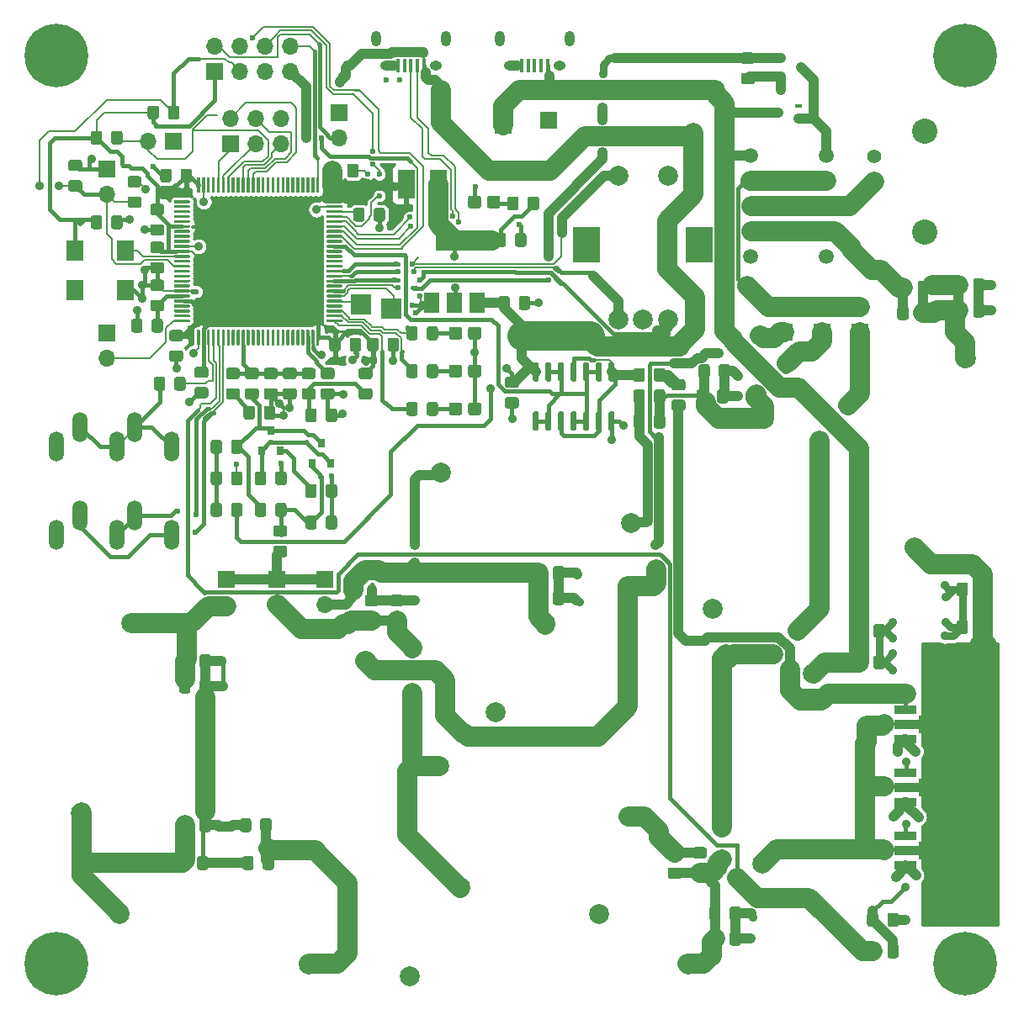
<source format=gbr>
G04 #@! TF.GenerationSoftware,KiCad,Pcbnew,(5.1.10)-1*
G04 #@! TF.CreationDate,2021-10-14T21:53:28+02:00*
G04 #@! TF.ProjectId,H7RTX-V2,48375254-582d-4563-922e-6b696361645f,rev?*
G04 #@! TF.SameCoordinates,Original*
G04 #@! TF.FileFunction,Copper,L1,Top*
G04 #@! TF.FilePolarity,Positive*
%FSLAX46Y46*%
G04 Gerber Fmt 4.6, Leading zero omitted, Abs format (unit mm)*
G04 Created by KiCad (PCBNEW (5.1.10)-1) date 2021-10-14 21:53:28*
%MOMM*%
%LPD*%
G01*
G04 APERTURE LIST*
G04 #@! TA.AperFunction,ComponentPad*
%ADD10C,2.000000*%
G04 #@! TD*
G04 #@! TA.AperFunction,ComponentPad*
%ADD11R,2.800000X3.600000*%
G04 #@! TD*
G04 #@! TA.AperFunction,ComponentPad*
%ADD12O,1.700000X1.700000*%
G04 #@! TD*
G04 #@! TA.AperFunction,ComponentPad*
%ADD13R,1.700000X1.700000*%
G04 #@! TD*
G04 #@! TA.AperFunction,ComponentPad*
%ADD14R,2.000000X2.000000*%
G04 #@! TD*
G04 #@! TA.AperFunction,ComponentPad*
%ADD15C,1.498600*%
G04 #@! TD*
G04 #@! TA.AperFunction,SMDPad,CuDef*
%ADD16R,1.800000X2.900000*%
G04 #@! TD*
G04 #@! TA.AperFunction,SMDPad,CuDef*
%ADD17R,0.700000X0.450000*%
G04 #@! TD*
G04 #@! TA.AperFunction,SMDPad,CuDef*
%ADD18C,0.100000*%
G04 #@! TD*
G04 #@! TA.AperFunction,SMDPad,CuDef*
%ADD19R,2.300000X0.900000*%
G04 #@! TD*
G04 #@! TA.AperFunction,ComponentPad*
%ADD20O,1.508000X3.016000*%
G04 #@! TD*
G04 #@! TA.AperFunction,ComponentPad*
%ADD21C,1.397000*%
G04 #@! TD*
G04 #@! TA.AperFunction,ComponentPad*
%ADD22C,2.540000*%
G04 #@! TD*
G04 #@! TA.AperFunction,SMDPad,CuDef*
%ADD23R,0.800000X0.900000*%
G04 #@! TD*
G04 #@! TA.AperFunction,SMDPad,CuDef*
%ADD24R,0.900000X0.800000*%
G04 #@! TD*
G04 #@! TA.AperFunction,SMDPad,CuDef*
%ADD25R,1.800000X2.000000*%
G04 #@! TD*
G04 #@! TA.AperFunction,SMDPad,CuDef*
%ADD26R,1.500000X2.000000*%
G04 #@! TD*
G04 #@! TA.AperFunction,SMDPad,CuDef*
%ADD27R,3.800000X2.000000*%
G04 #@! TD*
G04 #@! TA.AperFunction,ComponentPad*
%ADD28O,1.000000X1.550000*%
G04 #@! TD*
G04 #@! TA.AperFunction,ComponentPad*
%ADD29O,1.250000X0.950000*%
G04 #@! TD*
G04 #@! TA.AperFunction,SMDPad,CuDef*
%ADD30R,0.400000X1.350000*%
G04 #@! TD*
G04 #@! TA.AperFunction,ComponentPad*
%ADD31C,0.800000*%
G04 #@! TD*
G04 #@! TA.AperFunction,ComponentPad*
%ADD32C,6.400000*%
G04 #@! TD*
G04 #@! TA.AperFunction,ViaPad*
%ADD33C,0.600000*%
G04 #@! TD*
G04 #@! TA.AperFunction,ViaPad*
%ADD34C,0.900000*%
G04 #@! TD*
G04 #@! TA.AperFunction,Conductor*
%ADD35C,0.200000*%
G04 #@! TD*
G04 #@! TA.AperFunction,Conductor*
%ADD36C,0.400000*%
G04 #@! TD*
G04 #@! TA.AperFunction,Conductor*
%ADD37C,0.800000*%
G04 #@! TD*
G04 #@! TA.AperFunction,Conductor*
%ADD38C,2.000000*%
G04 #@! TD*
G04 #@! TA.AperFunction,Conductor*
%ADD39C,1.000000*%
G04 #@! TD*
G04 #@! TA.AperFunction,Conductor*
%ADD40C,3.000000*%
G04 #@! TD*
G04 #@! TA.AperFunction,Conductor*
%ADD41C,0.254000*%
G04 #@! TD*
G04 #@! TA.AperFunction,Conductor*
%ADD42C,0.100000*%
G04 #@! TD*
G04 APERTURE END LIST*
D10*
X206286000Y-78756000D03*
X203786000Y-78756000D03*
X201286000Y-78756000D03*
X206286000Y-64256000D03*
X201286000Y-64256000D03*
D11*
X209486000Y-71256000D03*
X198086000Y-71256000D03*
D12*
X154017000Y-60842000D03*
D13*
X156557000Y-60842000D03*
G04 #@! TA.AperFunction,SMDPad,CuDef*
G36*
G01*
X158916000Y-65946000D02*
X158916000Y-64496000D01*
G75*
G02*
X158991000Y-64421000I75000J0D01*
G01*
X159141000Y-64421000D01*
G75*
G02*
X159216000Y-64496000I0J-75000D01*
G01*
X159216000Y-65946000D01*
G75*
G02*
X159141000Y-66021000I-75000J0D01*
G01*
X158991000Y-66021000D01*
G75*
G02*
X158916000Y-65946000I0J75000D01*
G01*
G37*
G04 #@! TD.AperFunction*
G04 #@! TA.AperFunction,SMDPad,CuDef*
G36*
G01*
X159416000Y-65946000D02*
X159416000Y-64496000D01*
G75*
G02*
X159491000Y-64421000I75000J0D01*
G01*
X159641000Y-64421000D01*
G75*
G02*
X159716000Y-64496000I0J-75000D01*
G01*
X159716000Y-65946000D01*
G75*
G02*
X159641000Y-66021000I-75000J0D01*
G01*
X159491000Y-66021000D01*
G75*
G02*
X159416000Y-65946000I0J75000D01*
G01*
G37*
G04 #@! TD.AperFunction*
G04 #@! TA.AperFunction,SMDPad,CuDef*
G36*
G01*
X159916000Y-65946000D02*
X159916000Y-64496000D01*
G75*
G02*
X159991000Y-64421000I75000J0D01*
G01*
X160141000Y-64421000D01*
G75*
G02*
X160216000Y-64496000I0J-75000D01*
G01*
X160216000Y-65946000D01*
G75*
G02*
X160141000Y-66021000I-75000J0D01*
G01*
X159991000Y-66021000D01*
G75*
G02*
X159916000Y-65946000I0J75000D01*
G01*
G37*
G04 #@! TD.AperFunction*
G04 #@! TA.AperFunction,SMDPad,CuDef*
G36*
G01*
X160416000Y-65946000D02*
X160416000Y-64496000D01*
G75*
G02*
X160491000Y-64421000I75000J0D01*
G01*
X160641000Y-64421000D01*
G75*
G02*
X160716000Y-64496000I0J-75000D01*
G01*
X160716000Y-65946000D01*
G75*
G02*
X160641000Y-66021000I-75000J0D01*
G01*
X160491000Y-66021000D01*
G75*
G02*
X160416000Y-65946000I0J75000D01*
G01*
G37*
G04 #@! TD.AperFunction*
G04 #@! TA.AperFunction,SMDPad,CuDef*
G36*
G01*
X160916000Y-65946000D02*
X160916000Y-64496000D01*
G75*
G02*
X160991000Y-64421000I75000J0D01*
G01*
X161141000Y-64421000D01*
G75*
G02*
X161216000Y-64496000I0J-75000D01*
G01*
X161216000Y-65946000D01*
G75*
G02*
X161141000Y-66021000I-75000J0D01*
G01*
X160991000Y-66021000D01*
G75*
G02*
X160916000Y-65946000I0J75000D01*
G01*
G37*
G04 #@! TD.AperFunction*
G04 #@! TA.AperFunction,SMDPad,CuDef*
G36*
G01*
X161416000Y-65946000D02*
X161416000Y-64496000D01*
G75*
G02*
X161491000Y-64421000I75000J0D01*
G01*
X161641000Y-64421000D01*
G75*
G02*
X161716000Y-64496000I0J-75000D01*
G01*
X161716000Y-65946000D01*
G75*
G02*
X161641000Y-66021000I-75000J0D01*
G01*
X161491000Y-66021000D01*
G75*
G02*
X161416000Y-65946000I0J75000D01*
G01*
G37*
G04 #@! TD.AperFunction*
G04 #@! TA.AperFunction,SMDPad,CuDef*
G36*
G01*
X161916000Y-65946000D02*
X161916000Y-64496000D01*
G75*
G02*
X161991000Y-64421000I75000J0D01*
G01*
X162141000Y-64421000D01*
G75*
G02*
X162216000Y-64496000I0J-75000D01*
G01*
X162216000Y-65946000D01*
G75*
G02*
X162141000Y-66021000I-75000J0D01*
G01*
X161991000Y-66021000D01*
G75*
G02*
X161916000Y-65946000I0J75000D01*
G01*
G37*
G04 #@! TD.AperFunction*
G04 #@! TA.AperFunction,SMDPad,CuDef*
G36*
G01*
X162416000Y-65946000D02*
X162416000Y-64496000D01*
G75*
G02*
X162491000Y-64421000I75000J0D01*
G01*
X162641000Y-64421000D01*
G75*
G02*
X162716000Y-64496000I0J-75000D01*
G01*
X162716000Y-65946000D01*
G75*
G02*
X162641000Y-66021000I-75000J0D01*
G01*
X162491000Y-66021000D01*
G75*
G02*
X162416000Y-65946000I0J75000D01*
G01*
G37*
G04 #@! TD.AperFunction*
G04 #@! TA.AperFunction,SMDPad,CuDef*
G36*
G01*
X162916000Y-65946000D02*
X162916000Y-64496000D01*
G75*
G02*
X162991000Y-64421000I75000J0D01*
G01*
X163141000Y-64421000D01*
G75*
G02*
X163216000Y-64496000I0J-75000D01*
G01*
X163216000Y-65946000D01*
G75*
G02*
X163141000Y-66021000I-75000J0D01*
G01*
X162991000Y-66021000D01*
G75*
G02*
X162916000Y-65946000I0J75000D01*
G01*
G37*
G04 #@! TD.AperFunction*
G04 #@! TA.AperFunction,SMDPad,CuDef*
G36*
G01*
X163416000Y-65946000D02*
X163416000Y-64496000D01*
G75*
G02*
X163491000Y-64421000I75000J0D01*
G01*
X163641000Y-64421000D01*
G75*
G02*
X163716000Y-64496000I0J-75000D01*
G01*
X163716000Y-65946000D01*
G75*
G02*
X163641000Y-66021000I-75000J0D01*
G01*
X163491000Y-66021000D01*
G75*
G02*
X163416000Y-65946000I0J75000D01*
G01*
G37*
G04 #@! TD.AperFunction*
G04 #@! TA.AperFunction,SMDPad,CuDef*
G36*
G01*
X163916000Y-65946000D02*
X163916000Y-64496000D01*
G75*
G02*
X163991000Y-64421000I75000J0D01*
G01*
X164141000Y-64421000D01*
G75*
G02*
X164216000Y-64496000I0J-75000D01*
G01*
X164216000Y-65946000D01*
G75*
G02*
X164141000Y-66021000I-75000J0D01*
G01*
X163991000Y-66021000D01*
G75*
G02*
X163916000Y-65946000I0J75000D01*
G01*
G37*
G04 #@! TD.AperFunction*
G04 #@! TA.AperFunction,SMDPad,CuDef*
G36*
G01*
X164416000Y-65946000D02*
X164416000Y-64496000D01*
G75*
G02*
X164491000Y-64421000I75000J0D01*
G01*
X164641000Y-64421000D01*
G75*
G02*
X164716000Y-64496000I0J-75000D01*
G01*
X164716000Y-65946000D01*
G75*
G02*
X164641000Y-66021000I-75000J0D01*
G01*
X164491000Y-66021000D01*
G75*
G02*
X164416000Y-65946000I0J75000D01*
G01*
G37*
G04 #@! TD.AperFunction*
G04 #@! TA.AperFunction,SMDPad,CuDef*
G36*
G01*
X164916000Y-65946000D02*
X164916000Y-64496000D01*
G75*
G02*
X164991000Y-64421000I75000J0D01*
G01*
X165141000Y-64421000D01*
G75*
G02*
X165216000Y-64496000I0J-75000D01*
G01*
X165216000Y-65946000D01*
G75*
G02*
X165141000Y-66021000I-75000J0D01*
G01*
X164991000Y-66021000D01*
G75*
G02*
X164916000Y-65946000I0J75000D01*
G01*
G37*
G04 #@! TD.AperFunction*
G04 #@! TA.AperFunction,SMDPad,CuDef*
G36*
G01*
X165416000Y-65946000D02*
X165416000Y-64496000D01*
G75*
G02*
X165491000Y-64421000I75000J0D01*
G01*
X165641000Y-64421000D01*
G75*
G02*
X165716000Y-64496000I0J-75000D01*
G01*
X165716000Y-65946000D01*
G75*
G02*
X165641000Y-66021000I-75000J0D01*
G01*
X165491000Y-66021000D01*
G75*
G02*
X165416000Y-65946000I0J75000D01*
G01*
G37*
G04 #@! TD.AperFunction*
G04 #@! TA.AperFunction,SMDPad,CuDef*
G36*
G01*
X165916000Y-65946000D02*
X165916000Y-64496000D01*
G75*
G02*
X165991000Y-64421000I75000J0D01*
G01*
X166141000Y-64421000D01*
G75*
G02*
X166216000Y-64496000I0J-75000D01*
G01*
X166216000Y-65946000D01*
G75*
G02*
X166141000Y-66021000I-75000J0D01*
G01*
X165991000Y-66021000D01*
G75*
G02*
X165916000Y-65946000I0J75000D01*
G01*
G37*
G04 #@! TD.AperFunction*
G04 #@! TA.AperFunction,SMDPad,CuDef*
G36*
G01*
X166416000Y-65946000D02*
X166416000Y-64496000D01*
G75*
G02*
X166491000Y-64421000I75000J0D01*
G01*
X166641000Y-64421000D01*
G75*
G02*
X166716000Y-64496000I0J-75000D01*
G01*
X166716000Y-65946000D01*
G75*
G02*
X166641000Y-66021000I-75000J0D01*
G01*
X166491000Y-66021000D01*
G75*
G02*
X166416000Y-65946000I0J75000D01*
G01*
G37*
G04 #@! TD.AperFunction*
G04 #@! TA.AperFunction,SMDPad,CuDef*
G36*
G01*
X166916000Y-65946000D02*
X166916000Y-64496000D01*
G75*
G02*
X166991000Y-64421000I75000J0D01*
G01*
X167141000Y-64421000D01*
G75*
G02*
X167216000Y-64496000I0J-75000D01*
G01*
X167216000Y-65946000D01*
G75*
G02*
X167141000Y-66021000I-75000J0D01*
G01*
X166991000Y-66021000D01*
G75*
G02*
X166916000Y-65946000I0J75000D01*
G01*
G37*
G04 #@! TD.AperFunction*
G04 #@! TA.AperFunction,SMDPad,CuDef*
G36*
G01*
X167416000Y-65946000D02*
X167416000Y-64496000D01*
G75*
G02*
X167491000Y-64421000I75000J0D01*
G01*
X167641000Y-64421000D01*
G75*
G02*
X167716000Y-64496000I0J-75000D01*
G01*
X167716000Y-65946000D01*
G75*
G02*
X167641000Y-66021000I-75000J0D01*
G01*
X167491000Y-66021000D01*
G75*
G02*
X167416000Y-65946000I0J75000D01*
G01*
G37*
G04 #@! TD.AperFunction*
G04 #@! TA.AperFunction,SMDPad,CuDef*
G36*
G01*
X167916000Y-65946000D02*
X167916000Y-64496000D01*
G75*
G02*
X167991000Y-64421000I75000J0D01*
G01*
X168141000Y-64421000D01*
G75*
G02*
X168216000Y-64496000I0J-75000D01*
G01*
X168216000Y-65946000D01*
G75*
G02*
X168141000Y-66021000I-75000J0D01*
G01*
X167991000Y-66021000D01*
G75*
G02*
X167916000Y-65946000I0J75000D01*
G01*
G37*
G04 #@! TD.AperFunction*
G04 #@! TA.AperFunction,SMDPad,CuDef*
G36*
G01*
X168416000Y-65946000D02*
X168416000Y-64496000D01*
G75*
G02*
X168491000Y-64421000I75000J0D01*
G01*
X168641000Y-64421000D01*
G75*
G02*
X168716000Y-64496000I0J-75000D01*
G01*
X168716000Y-65946000D01*
G75*
G02*
X168641000Y-66021000I-75000J0D01*
G01*
X168491000Y-66021000D01*
G75*
G02*
X168416000Y-65946000I0J75000D01*
G01*
G37*
G04 #@! TD.AperFunction*
G04 #@! TA.AperFunction,SMDPad,CuDef*
G36*
G01*
X168916000Y-65946000D02*
X168916000Y-64496000D01*
G75*
G02*
X168991000Y-64421000I75000J0D01*
G01*
X169141000Y-64421000D01*
G75*
G02*
X169216000Y-64496000I0J-75000D01*
G01*
X169216000Y-65946000D01*
G75*
G02*
X169141000Y-66021000I-75000J0D01*
G01*
X168991000Y-66021000D01*
G75*
G02*
X168916000Y-65946000I0J75000D01*
G01*
G37*
G04 #@! TD.AperFunction*
G04 #@! TA.AperFunction,SMDPad,CuDef*
G36*
G01*
X169416000Y-65946000D02*
X169416000Y-64496000D01*
G75*
G02*
X169491000Y-64421000I75000J0D01*
G01*
X169641000Y-64421000D01*
G75*
G02*
X169716000Y-64496000I0J-75000D01*
G01*
X169716000Y-65946000D01*
G75*
G02*
X169641000Y-66021000I-75000J0D01*
G01*
X169491000Y-66021000D01*
G75*
G02*
X169416000Y-65946000I0J75000D01*
G01*
G37*
G04 #@! TD.AperFunction*
G04 #@! TA.AperFunction,SMDPad,CuDef*
G36*
G01*
X169916000Y-65946000D02*
X169916000Y-64496000D01*
G75*
G02*
X169991000Y-64421000I75000J0D01*
G01*
X170141000Y-64421000D01*
G75*
G02*
X170216000Y-64496000I0J-75000D01*
G01*
X170216000Y-65946000D01*
G75*
G02*
X170141000Y-66021000I-75000J0D01*
G01*
X169991000Y-66021000D01*
G75*
G02*
X169916000Y-65946000I0J75000D01*
G01*
G37*
G04 #@! TD.AperFunction*
G04 #@! TA.AperFunction,SMDPad,CuDef*
G36*
G01*
X170416000Y-65946000D02*
X170416000Y-64496000D01*
G75*
G02*
X170491000Y-64421000I75000J0D01*
G01*
X170641000Y-64421000D01*
G75*
G02*
X170716000Y-64496000I0J-75000D01*
G01*
X170716000Y-65946000D01*
G75*
G02*
X170641000Y-66021000I-75000J0D01*
G01*
X170491000Y-66021000D01*
G75*
G02*
X170416000Y-65946000I0J75000D01*
G01*
G37*
G04 #@! TD.AperFunction*
G04 #@! TA.AperFunction,SMDPad,CuDef*
G36*
G01*
X170916000Y-65946000D02*
X170916000Y-64496000D01*
G75*
G02*
X170991000Y-64421000I75000J0D01*
G01*
X171141000Y-64421000D01*
G75*
G02*
X171216000Y-64496000I0J-75000D01*
G01*
X171216000Y-65946000D01*
G75*
G02*
X171141000Y-66021000I-75000J0D01*
G01*
X170991000Y-66021000D01*
G75*
G02*
X170916000Y-65946000I0J75000D01*
G01*
G37*
G04 #@! TD.AperFunction*
G04 #@! TA.AperFunction,SMDPad,CuDef*
G36*
G01*
X171941000Y-66971000D02*
X171941000Y-66821000D01*
G75*
G02*
X172016000Y-66746000I75000J0D01*
G01*
X173466000Y-66746000D01*
G75*
G02*
X173541000Y-66821000I0J-75000D01*
G01*
X173541000Y-66971000D01*
G75*
G02*
X173466000Y-67046000I-75000J0D01*
G01*
X172016000Y-67046000D01*
G75*
G02*
X171941000Y-66971000I0J75000D01*
G01*
G37*
G04 #@! TD.AperFunction*
G04 #@! TA.AperFunction,SMDPad,CuDef*
G36*
G01*
X171941000Y-67471000D02*
X171941000Y-67321000D01*
G75*
G02*
X172016000Y-67246000I75000J0D01*
G01*
X173466000Y-67246000D01*
G75*
G02*
X173541000Y-67321000I0J-75000D01*
G01*
X173541000Y-67471000D01*
G75*
G02*
X173466000Y-67546000I-75000J0D01*
G01*
X172016000Y-67546000D01*
G75*
G02*
X171941000Y-67471000I0J75000D01*
G01*
G37*
G04 #@! TD.AperFunction*
G04 #@! TA.AperFunction,SMDPad,CuDef*
G36*
G01*
X171941000Y-67971000D02*
X171941000Y-67821000D01*
G75*
G02*
X172016000Y-67746000I75000J0D01*
G01*
X173466000Y-67746000D01*
G75*
G02*
X173541000Y-67821000I0J-75000D01*
G01*
X173541000Y-67971000D01*
G75*
G02*
X173466000Y-68046000I-75000J0D01*
G01*
X172016000Y-68046000D01*
G75*
G02*
X171941000Y-67971000I0J75000D01*
G01*
G37*
G04 #@! TD.AperFunction*
G04 #@! TA.AperFunction,SMDPad,CuDef*
G36*
G01*
X171941000Y-68471000D02*
X171941000Y-68321000D01*
G75*
G02*
X172016000Y-68246000I75000J0D01*
G01*
X173466000Y-68246000D01*
G75*
G02*
X173541000Y-68321000I0J-75000D01*
G01*
X173541000Y-68471000D01*
G75*
G02*
X173466000Y-68546000I-75000J0D01*
G01*
X172016000Y-68546000D01*
G75*
G02*
X171941000Y-68471000I0J75000D01*
G01*
G37*
G04 #@! TD.AperFunction*
G04 #@! TA.AperFunction,SMDPad,CuDef*
G36*
G01*
X171941000Y-68971000D02*
X171941000Y-68821000D01*
G75*
G02*
X172016000Y-68746000I75000J0D01*
G01*
X173466000Y-68746000D01*
G75*
G02*
X173541000Y-68821000I0J-75000D01*
G01*
X173541000Y-68971000D01*
G75*
G02*
X173466000Y-69046000I-75000J0D01*
G01*
X172016000Y-69046000D01*
G75*
G02*
X171941000Y-68971000I0J75000D01*
G01*
G37*
G04 #@! TD.AperFunction*
G04 #@! TA.AperFunction,SMDPad,CuDef*
G36*
G01*
X171941000Y-69471000D02*
X171941000Y-69321000D01*
G75*
G02*
X172016000Y-69246000I75000J0D01*
G01*
X173466000Y-69246000D01*
G75*
G02*
X173541000Y-69321000I0J-75000D01*
G01*
X173541000Y-69471000D01*
G75*
G02*
X173466000Y-69546000I-75000J0D01*
G01*
X172016000Y-69546000D01*
G75*
G02*
X171941000Y-69471000I0J75000D01*
G01*
G37*
G04 #@! TD.AperFunction*
G04 #@! TA.AperFunction,SMDPad,CuDef*
G36*
G01*
X171941000Y-69971000D02*
X171941000Y-69821000D01*
G75*
G02*
X172016000Y-69746000I75000J0D01*
G01*
X173466000Y-69746000D01*
G75*
G02*
X173541000Y-69821000I0J-75000D01*
G01*
X173541000Y-69971000D01*
G75*
G02*
X173466000Y-70046000I-75000J0D01*
G01*
X172016000Y-70046000D01*
G75*
G02*
X171941000Y-69971000I0J75000D01*
G01*
G37*
G04 #@! TD.AperFunction*
G04 #@! TA.AperFunction,SMDPad,CuDef*
G36*
G01*
X171941000Y-70471000D02*
X171941000Y-70321000D01*
G75*
G02*
X172016000Y-70246000I75000J0D01*
G01*
X173466000Y-70246000D01*
G75*
G02*
X173541000Y-70321000I0J-75000D01*
G01*
X173541000Y-70471000D01*
G75*
G02*
X173466000Y-70546000I-75000J0D01*
G01*
X172016000Y-70546000D01*
G75*
G02*
X171941000Y-70471000I0J75000D01*
G01*
G37*
G04 #@! TD.AperFunction*
G04 #@! TA.AperFunction,SMDPad,CuDef*
G36*
G01*
X171941000Y-70971000D02*
X171941000Y-70821000D01*
G75*
G02*
X172016000Y-70746000I75000J0D01*
G01*
X173466000Y-70746000D01*
G75*
G02*
X173541000Y-70821000I0J-75000D01*
G01*
X173541000Y-70971000D01*
G75*
G02*
X173466000Y-71046000I-75000J0D01*
G01*
X172016000Y-71046000D01*
G75*
G02*
X171941000Y-70971000I0J75000D01*
G01*
G37*
G04 #@! TD.AperFunction*
G04 #@! TA.AperFunction,SMDPad,CuDef*
G36*
G01*
X171941000Y-71471000D02*
X171941000Y-71321000D01*
G75*
G02*
X172016000Y-71246000I75000J0D01*
G01*
X173466000Y-71246000D01*
G75*
G02*
X173541000Y-71321000I0J-75000D01*
G01*
X173541000Y-71471000D01*
G75*
G02*
X173466000Y-71546000I-75000J0D01*
G01*
X172016000Y-71546000D01*
G75*
G02*
X171941000Y-71471000I0J75000D01*
G01*
G37*
G04 #@! TD.AperFunction*
G04 #@! TA.AperFunction,SMDPad,CuDef*
G36*
G01*
X171941000Y-71971000D02*
X171941000Y-71821000D01*
G75*
G02*
X172016000Y-71746000I75000J0D01*
G01*
X173466000Y-71746000D01*
G75*
G02*
X173541000Y-71821000I0J-75000D01*
G01*
X173541000Y-71971000D01*
G75*
G02*
X173466000Y-72046000I-75000J0D01*
G01*
X172016000Y-72046000D01*
G75*
G02*
X171941000Y-71971000I0J75000D01*
G01*
G37*
G04 #@! TD.AperFunction*
G04 #@! TA.AperFunction,SMDPad,CuDef*
G36*
G01*
X171941000Y-72471000D02*
X171941000Y-72321000D01*
G75*
G02*
X172016000Y-72246000I75000J0D01*
G01*
X173466000Y-72246000D01*
G75*
G02*
X173541000Y-72321000I0J-75000D01*
G01*
X173541000Y-72471000D01*
G75*
G02*
X173466000Y-72546000I-75000J0D01*
G01*
X172016000Y-72546000D01*
G75*
G02*
X171941000Y-72471000I0J75000D01*
G01*
G37*
G04 #@! TD.AperFunction*
G04 #@! TA.AperFunction,SMDPad,CuDef*
G36*
G01*
X171941000Y-72971000D02*
X171941000Y-72821000D01*
G75*
G02*
X172016000Y-72746000I75000J0D01*
G01*
X173466000Y-72746000D01*
G75*
G02*
X173541000Y-72821000I0J-75000D01*
G01*
X173541000Y-72971000D01*
G75*
G02*
X173466000Y-73046000I-75000J0D01*
G01*
X172016000Y-73046000D01*
G75*
G02*
X171941000Y-72971000I0J75000D01*
G01*
G37*
G04 #@! TD.AperFunction*
G04 #@! TA.AperFunction,SMDPad,CuDef*
G36*
G01*
X171941000Y-73471000D02*
X171941000Y-73321000D01*
G75*
G02*
X172016000Y-73246000I75000J0D01*
G01*
X173466000Y-73246000D01*
G75*
G02*
X173541000Y-73321000I0J-75000D01*
G01*
X173541000Y-73471000D01*
G75*
G02*
X173466000Y-73546000I-75000J0D01*
G01*
X172016000Y-73546000D01*
G75*
G02*
X171941000Y-73471000I0J75000D01*
G01*
G37*
G04 #@! TD.AperFunction*
G04 #@! TA.AperFunction,SMDPad,CuDef*
G36*
G01*
X171941000Y-73971000D02*
X171941000Y-73821000D01*
G75*
G02*
X172016000Y-73746000I75000J0D01*
G01*
X173466000Y-73746000D01*
G75*
G02*
X173541000Y-73821000I0J-75000D01*
G01*
X173541000Y-73971000D01*
G75*
G02*
X173466000Y-74046000I-75000J0D01*
G01*
X172016000Y-74046000D01*
G75*
G02*
X171941000Y-73971000I0J75000D01*
G01*
G37*
G04 #@! TD.AperFunction*
G04 #@! TA.AperFunction,SMDPad,CuDef*
G36*
G01*
X171941000Y-74471000D02*
X171941000Y-74321000D01*
G75*
G02*
X172016000Y-74246000I75000J0D01*
G01*
X173466000Y-74246000D01*
G75*
G02*
X173541000Y-74321000I0J-75000D01*
G01*
X173541000Y-74471000D01*
G75*
G02*
X173466000Y-74546000I-75000J0D01*
G01*
X172016000Y-74546000D01*
G75*
G02*
X171941000Y-74471000I0J75000D01*
G01*
G37*
G04 #@! TD.AperFunction*
G04 #@! TA.AperFunction,SMDPad,CuDef*
G36*
G01*
X171941000Y-74971000D02*
X171941000Y-74821000D01*
G75*
G02*
X172016000Y-74746000I75000J0D01*
G01*
X173466000Y-74746000D01*
G75*
G02*
X173541000Y-74821000I0J-75000D01*
G01*
X173541000Y-74971000D01*
G75*
G02*
X173466000Y-75046000I-75000J0D01*
G01*
X172016000Y-75046000D01*
G75*
G02*
X171941000Y-74971000I0J75000D01*
G01*
G37*
G04 #@! TD.AperFunction*
G04 #@! TA.AperFunction,SMDPad,CuDef*
G36*
G01*
X171941000Y-75471000D02*
X171941000Y-75321000D01*
G75*
G02*
X172016000Y-75246000I75000J0D01*
G01*
X173466000Y-75246000D01*
G75*
G02*
X173541000Y-75321000I0J-75000D01*
G01*
X173541000Y-75471000D01*
G75*
G02*
X173466000Y-75546000I-75000J0D01*
G01*
X172016000Y-75546000D01*
G75*
G02*
X171941000Y-75471000I0J75000D01*
G01*
G37*
G04 #@! TD.AperFunction*
G04 #@! TA.AperFunction,SMDPad,CuDef*
G36*
G01*
X171941000Y-75971000D02*
X171941000Y-75821000D01*
G75*
G02*
X172016000Y-75746000I75000J0D01*
G01*
X173466000Y-75746000D01*
G75*
G02*
X173541000Y-75821000I0J-75000D01*
G01*
X173541000Y-75971000D01*
G75*
G02*
X173466000Y-76046000I-75000J0D01*
G01*
X172016000Y-76046000D01*
G75*
G02*
X171941000Y-75971000I0J75000D01*
G01*
G37*
G04 #@! TD.AperFunction*
G04 #@! TA.AperFunction,SMDPad,CuDef*
G36*
G01*
X171941000Y-76471000D02*
X171941000Y-76321000D01*
G75*
G02*
X172016000Y-76246000I75000J0D01*
G01*
X173466000Y-76246000D01*
G75*
G02*
X173541000Y-76321000I0J-75000D01*
G01*
X173541000Y-76471000D01*
G75*
G02*
X173466000Y-76546000I-75000J0D01*
G01*
X172016000Y-76546000D01*
G75*
G02*
X171941000Y-76471000I0J75000D01*
G01*
G37*
G04 #@! TD.AperFunction*
G04 #@! TA.AperFunction,SMDPad,CuDef*
G36*
G01*
X171941000Y-76971000D02*
X171941000Y-76821000D01*
G75*
G02*
X172016000Y-76746000I75000J0D01*
G01*
X173466000Y-76746000D01*
G75*
G02*
X173541000Y-76821000I0J-75000D01*
G01*
X173541000Y-76971000D01*
G75*
G02*
X173466000Y-77046000I-75000J0D01*
G01*
X172016000Y-77046000D01*
G75*
G02*
X171941000Y-76971000I0J75000D01*
G01*
G37*
G04 #@! TD.AperFunction*
G04 #@! TA.AperFunction,SMDPad,CuDef*
G36*
G01*
X171941000Y-77471000D02*
X171941000Y-77321000D01*
G75*
G02*
X172016000Y-77246000I75000J0D01*
G01*
X173466000Y-77246000D01*
G75*
G02*
X173541000Y-77321000I0J-75000D01*
G01*
X173541000Y-77471000D01*
G75*
G02*
X173466000Y-77546000I-75000J0D01*
G01*
X172016000Y-77546000D01*
G75*
G02*
X171941000Y-77471000I0J75000D01*
G01*
G37*
G04 #@! TD.AperFunction*
G04 #@! TA.AperFunction,SMDPad,CuDef*
G36*
G01*
X171941000Y-77971000D02*
X171941000Y-77821000D01*
G75*
G02*
X172016000Y-77746000I75000J0D01*
G01*
X173466000Y-77746000D01*
G75*
G02*
X173541000Y-77821000I0J-75000D01*
G01*
X173541000Y-77971000D01*
G75*
G02*
X173466000Y-78046000I-75000J0D01*
G01*
X172016000Y-78046000D01*
G75*
G02*
X171941000Y-77971000I0J75000D01*
G01*
G37*
G04 #@! TD.AperFunction*
G04 #@! TA.AperFunction,SMDPad,CuDef*
G36*
G01*
X171941000Y-78471000D02*
X171941000Y-78321000D01*
G75*
G02*
X172016000Y-78246000I75000J0D01*
G01*
X173466000Y-78246000D01*
G75*
G02*
X173541000Y-78321000I0J-75000D01*
G01*
X173541000Y-78471000D01*
G75*
G02*
X173466000Y-78546000I-75000J0D01*
G01*
X172016000Y-78546000D01*
G75*
G02*
X171941000Y-78471000I0J75000D01*
G01*
G37*
G04 #@! TD.AperFunction*
G04 #@! TA.AperFunction,SMDPad,CuDef*
G36*
G01*
X171941000Y-78971000D02*
X171941000Y-78821000D01*
G75*
G02*
X172016000Y-78746000I75000J0D01*
G01*
X173466000Y-78746000D01*
G75*
G02*
X173541000Y-78821000I0J-75000D01*
G01*
X173541000Y-78971000D01*
G75*
G02*
X173466000Y-79046000I-75000J0D01*
G01*
X172016000Y-79046000D01*
G75*
G02*
X171941000Y-78971000I0J75000D01*
G01*
G37*
G04 #@! TD.AperFunction*
G04 #@! TA.AperFunction,SMDPad,CuDef*
G36*
G01*
X170916000Y-81296000D02*
X170916000Y-79846000D01*
G75*
G02*
X170991000Y-79771000I75000J0D01*
G01*
X171141000Y-79771000D01*
G75*
G02*
X171216000Y-79846000I0J-75000D01*
G01*
X171216000Y-81296000D01*
G75*
G02*
X171141000Y-81371000I-75000J0D01*
G01*
X170991000Y-81371000D01*
G75*
G02*
X170916000Y-81296000I0J75000D01*
G01*
G37*
G04 #@! TD.AperFunction*
G04 #@! TA.AperFunction,SMDPad,CuDef*
G36*
G01*
X170416000Y-81296000D02*
X170416000Y-79846000D01*
G75*
G02*
X170491000Y-79771000I75000J0D01*
G01*
X170641000Y-79771000D01*
G75*
G02*
X170716000Y-79846000I0J-75000D01*
G01*
X170716000Y-81296000D01*
G75*
G02*
X170641000Y-81371000I-75000J0D01*
G01*
X170491000Y-81371000D01*
G75*
G02*
X170416000Y-81296000I0J75000D01*
G01*
G37*
G04 #@! TD.AperFunction*
G04 #@! TA.AperFunction,SMDPad,CuDef*
G36*
G01*
X169916000Y-81296000D02*
X169916000Y-79846000D01*
G75*
G02*
X169991000Y-79771000I75000J0D01*
G01*
X170141000Y-79771000D01*
G75*
G02*
X170216000Y-79846000I0J-75000D01*
G01*
X170216000Y-81296000D01*
G75*
G02*
X170141000Y-81371000I-75000J0D01*
G01*
X169991000Y-81371000D01*
G75*
G02*
X169916000Y-81296000I0J75000D01*
G01*
G37*
G04 #@! TD.AperFunction*
G04 #@! TA.AperFunction,SMDPad,CuDef*
G36*
G01*
X169416000Y-81296000D02*
X169416000Y-79846000D01*
G75*
G02*
X169491000Y-79771000I75000J0D01*
G01*
X169641000Y-79771000D01*
G75*
G02*
X169716000Y-79846000I0J-75000D01*
G01*
X169716000Y-81296000D01*
G75*
G02*
X169641000Y-81371000I-75000J0D01*
G01*
X169491000Y-81371000D01*
G75*
G02*
X169416000Y-81296000I0J75000D01*
G01*
G37*
G04 #@! TD.AperFunction*
G04 #@! TA.AperFunction,SMDPad,CuDef*
G36*
G01*
X168916000Y-81296000D02*
X168916000Y-79846000D01*
G75*
G02*
X168991000Y-79771000I75000J0D01*
G01*
X169141000Y-79771000D01*
G75*
G02*
X169216000Y-79846000I0J-75000D01*
G01*
X169216000Y-81296000D01*
G75*
G02*
X169141000Y-81371000I-75000J0D01*
G01*
X168991000Y-81371000D01*
G75*
G02*
X168916000Y-81296000I0J75000D01*
G01*
G37*
G04 #@! TD.AperFunction*
G04 #@! TA.AperFunction,SMDPad,CuDef*
G36*
G01*
X168416000Y-81296000D02*
X168416000Y-79846000D01*
G75*
G02*
X168491000Y-79771000I75000J0D01*
G01*
X168641000Y-79771000D01*
G75*
G02*
X168716000Y-79846000I0J-75000D01*
G01*
X168716000Y-81296000D01*
G75*
G02*
X168641000Y-81371000I-75000J0D01*
G01*
X168491000Y-81371000D01*
G75*
G02*
X168416000Y-81296000I0J75000D01*
G01*
G37*
G04 #@! TD.AperFunction*
G04 #@! TA.AperFunction,SMDPad,CuDef*
G36*
G01*
X167916000Y-81296000D02*
X167916000Y-79846000D01*
G75*
G02*
X167991000Y-79771000I75000J0D01*
G01*
X168141000Y-79771000D01*
G75*
G02*
X168216000Y-79846000I0J-75000D01*
G01*
X168216000Y-81296000D01*
G75*
G02*
X168141000Y-81371000I-75000J0D01*
G01*
X167991000Y-81371000D01*
G75*
G02*
X167916000Y-81296000I0J75000D01*
G01*
G37*
G04 #@! TD.AperFunction*
G04 #@! TA.AperFunction,SMDPad,CuDef*
G36*
G01*
X167416000Y-81296000D02*
X167416000Y-79846000D01*
G75*
G02*
X167491000Y-79771000I75000J0D01*
G01*
X167641000Y-79771000D01*
G75*
G02*
X167716000Y-79846000I0J-75000D01*
G01*
X167716000Y-81296000D01*
G75*
G02*
X167641000Y-81371000I-75000J0D01*
G01*
X167491000Y-81371000D01*
G75*
G02*
X167416000Y-81296000I0J75000D01*
G01*
G37*
G04 #@! TD.AperFunction*
G04 #@! TA.AperFunction,SMDPad,CuDef*
G36*
G01*
X166916000Y-81296000D02*
X166916000Y-79846000D01*
G75*
G02*
X166991000Y-79771000I75000J0D01*
G01*
X167141000Y-79771000D01*
G75*
G02*
X167216000Y-79846000I0J-75000D01*
G01*
X167216000Y-81296000D01*
G75*
G02*
X167141000Y-81371000I-75000J0D01*
G01*
X166991000Y-81371000D01*
G75*
G02*
X166916000Y-81296000I0J75000D01*
G01*
G37*
G04 #@! TD.AperFunction*
G04 #@! TA.AperFunction,SMDPad,CuDef*
G36*
G01*
X166416000Y-81296000D02*
X166416000Y-79846000D01*
G75*
G02*
X166491000Y-79771000I75000J0D01*
G01*
X166641000Y-79771000D01*
G75*
G02*
X166716000Y-79846000I0J-75000D01*
G01*
X166716000Y-81296000D01*
G75*
G02*
X166641000Y-81371000I-75000J0D01*
G01*
X166491000Y-81371000D01*
G75*
G02*
X166416000Y-81296000I0J75000D01*
G01*
G37*
G04 #@! TD.AperFunction*
G04 #@! TA.AperFunction,SMDPad,CuDef*
G36*
G01*
X165916000Y-81296000D02*
X165916000Y-79846000D01*
G75*
G02*
X165991000Y-79771000I75000J0D01*
G01*
X166141000Y-79771000D01*
G75*
G02*
X166216000Y-79846000I0J-75000D01*
G01*
X166216000Y-81296000D01*
G75*
G02*
X166141000Y-81371000I-75000J0D01*
G01*
X165991000Y-81371000D01*
G75*
G02*
X165916000Y-81296000I0J75000D01*
G01*
G37*
G04 #@! TD.AperFunction*
G04 #@! TA.AperFunction,SMDPad,CuDef*
G36*
G01*
X165416000Y-81296000D02*
X165416000Y-79846000D01*
G75*
G02*
X165491000Y-79771000I75000J0D01*
G01*
X165641000Y-79771000D01*
G75*
G02*
X165716000Y-79846000I0J-75000D01*
G01*
X165716000Y-81296000D01*
G75*
G02*
X165641000Y-81371000I-75000J0D01*
G01*
X165491000Y-81371000D01*
G75*
G02*
X165416000Y-81296000I0J75000D01*
G01*
G37*
G04 #@! TD.AperFunction*
G04 #@! TA.AperFunction,SMDPad,CuDef*
G36*
G01*
X164916000Y-81296000D02*
X164916000Y-79846000D01*
G75*
G02*
X164991000Y-79771000I75000J0D01*
G01*
X165141000Y-79771000D01*
G75*
G02*
X165216000Y-79846000I0J-75000D01*
G01*
X165216000Y-81296000D01*
G75*
G02*
X165141000Y-81371000I-75000J0D01*
G01*
X164991000Y-81371000D01*
G75*
G02*
X164916000Y-81296000I0J75000D01*
G01*
G37*
G04 #@! TD.AperFunction*
G04 #@! TA.AperFunction,SMDPad,CuDef*
G36*
G01*
X164416000Y-81296000D02*
X164416000Y-79846000D01*
G75*
G02*
X164491000Y-79771000I75000J0D01*
G01*
X164641000Y-79771000D01*
G75*
G02*
X164716000Y-79846000I0J-75000D01*
G01*
X164716000Y-81296000D01*
G75*
G02*
X164641000Y-81371000I-75000J0D01*
G01*
X164491000Y-81371000D01*
G75*
G02*
X164416000Y-81296000I0J75000D01*
G01*
G37*
G04 #@! TD.AperFunction*
G04 #@! TA.AperFunction,SMDPad,CuDef*
G36*
G01*
X163916000Y-81296000D02*
X163916000Y-79846000D01*
G75*
G02*
X163991000Y-79771000I75000J0D01*
G01*
X164141000Y-79771000D01*
G75*
G02*
X164216000Y-79846000I0J-75000D01*
G01*
X164216000Y-81296000D01*
G75*
G02*
X164141000Y-81371000I-75000J0D01*
G01*
X163991000Y-81371000D01*
G75*
G02*
X163916000Y-81296000I0J75000D01*
G01*
G37*
G04 #@! TD.AperFunction*
G04 #@! TA.AperFunction,SMDPad,CuDef*
G36*
G01*
X163416000Y-81296000D02*
X163416000Y-79846000D01*
G75*
G02*
X163491000Y-79771000I75000J0D01*
G01*
X163641000Y-79771000D01*
G75*
G02*
X163716000Y-79846000I0J-75000D01*
G01*
X163716000Y-81296000D01*
G75*
G02*
X163641000Y-81371000I-75000J0D01*
G01*
X163491000Y-81371000D01*
G75*
G02*
X163416000Y-81296000I0J75000D01*
G01*
G37*
G04 #@! TD.AperFunction*
G04 #@! TA.AperFunction,SMDPad,CuDef*
G36*
G01*
X162916000Y-81296000D02*
X162916000Y-79846000D01*
G75*
G02*
X162991000Y-79771000I75000J0D01*
G01*
X163141000Y-79771000D01*
G75*
G02*
X163216000Y-79846000I0J-75000D01*
G01*
X163216000Y-81296000D01*
G75*
G02*
X163141000Y-81371000I-75000J0D01*
G01*
X162991000Y-81371000D01*
G75*
G02*
X162916000Y-81296000I0J75000D01*
G01*
G37*
G04 #@! TD.AperFunction*
G04 #@! TA.AperFunction,SMDPad,CuDef*
G36*
G01*
X162416000Y-81296000D02*
X162416000Y-79846000D01*
G75*
G02*
X162491000Y-79771000I75000J0D01*
G01*
X162641000Y-79771000D01*
G75*
G02*
X162716000Y-79846000I0J-75000D01*
G01*
X162716000Y-81296000D01*
G75*
G02*
X162641000Y-81371000I-75000J0D01*
G01*
X162491000Y-81371000D01*
G75*
G02*
X162416000Y-81296000I0J75000D01*
G01*
G37*
G04 #@! TD.AperFunction*
G04 #@! TA.AperFunction,SMDPad,CuDef*
G36*
G01*
X161916000Y-81296000D02*
X161916000Y-79846000D01*
G75*
G02*
X161991000Y-79771000I75000J0D01*
G01*
X162141000Y-79771000D01*
G75*
G02*
X162216000Y-79846000I0J-75000D01*
G01*
X162216000Y-81296000D01*
G75*
G02*
X162141000Y-81371000I-75000J0D01*
G01*
X161991000Y-81371000D01*
G75*
G02*
X161916000Y-81296000I0J75000D01*
G01*
G37*
G04 #@! TD.AperFunction*
G04 #@! TA.AperFunction,SMDPad,CuDef*
G36*
G01*
X161416000Y-81296000D02*
X161416000Y-79846000D01*
G75*
G02*
X161491000Y-79771000I75000J0D01*
G01*
X161641000Y-79771000D01*
G75*
G02*
X161716000Y-79846000I0J-75000D01*
G01*
X161716000Y-81296000D01*
G75*
G02*
X161641000Y-81371000I-75000J0D01*
G01*
X161491000Y-81371000D01*
G75*
G02*
X161416000Y-81296000I0J75000D01*
G01*
G37*
G04 #@! TD.AperFunction*
G04 #@! TA.AperFunction,SMDPad,CuDef*
G36*
G01*
X160916000Y-81296000D02*
X160916000Y-79846000D01*
G75*
G02*
X160991000Y-79771000I75000J0D01*
G01*
X161141000Y-79771000D01*
G75*
G02*
X161216000Y-79846000I0J-75000D01*
G01*
X161216000Y-81296000D01*
G75*
G02*
X161141000Y-81371000I-75000J0D01*
G01*
X160991000Y-81371000D01*
G75*
G02*
X160916000Y-81296000I0J75000D01*
G01*
G37*
G04 #@! TD.AperFunction*
G04 #@! TA.AperFunction,SMDPad,CuDef*
G36*
G01*
X160416000Y-81296000D02*
X160416000Y-79846000D01*
G75*
G02*
X160491000Y-79771000I75000J0D01*
G01*
X160641000Y-79771000D01*
G75*
G02*
X160716000Y-79846000I0J-75000D01*
G01*
X160716000Y-81296000D01*
G75*
G02*
X160641000Y-81371000I-75000J0D01*
G01*
X160491000Y-81371000D01*
G75*
G02*
X160416000Y-81296000I0J75000D01*
G01*
G37*
G04 #@! TD.AperFunction*
G04 #@! TA.AperFunction,SMDPad,CuDef*
G36*
G01*
X159916000Y-81296000D02*
X159916000Y-79846000D01*
G75*
G02*
X159991000Y-79771000I75000J0D01*
G01*
X160141000Y-79771000D01*
G75*
G02*
X160216000Y-79846000I0J-75000D01*
G01*
X160216000Y-81296000D01*
G75*
G02*
X160141000Y-81371000I-75000J0D01*
G01*
X159991000Y-81371000D01*
G75*
G02*
X159916000Y-81296000I0J75000D01*
G01*
G37*
G04 #@! TD.AperFunction*
G04 #@! TA.AperFunction,SMDPad,CuDef*
G36*
G01*
X159416000Y-81296000D02*
X159416000Y-79846000D01*
G75*
G02*
X159491000Y-79771000I75000J0D01*
G01*
X159641000Y-79771000D01*
G75*
G02*
X159716000Y-79846000I0J-75000D01*
G01*
X159716000Y-81296000D01*
G75*
G02*
X159641000Y-81371000I-75000J0D01*
G01*
X159491000Y-81371000D01*
G75*
G02*
X159416000Y-81296000I0J75000D01*
G01*
G37*
G04 #@! TD.AperFunction*
G04 #@! TA.AperFunction,SMDPad,CuDef*
G36*
G01*
X158916000Y-81296000D02*
X158916000Y-79846000D01*
G75*
G02*
X158991000Y-79771000I75000J0D01*
G01*
X159141000Y-79771000D01*
G75*
G02*
X159216000Y-79846000I0J-75000D01*
G01*
X159216000Y-81296000D01*
G75*
G02*
X159141000Y-81371000I-75000J0D01*
G01*
X158991000Y-81371000D01*
G75*
G02*
X158916000Y-81296000I0J75000D01*
G01*
G37*
G04 #@! TD.AperFunction*
G04 #@! TA.AperFunction,SMDPad,CuDef*
G36*
G01*
X156591000Y-78971000D02*
X156591000Y-78821000D01*
G75*
G02*
X156666000Y-78746000I75000J0D01*
G01*
X158116000Y-78746000D01*
G75*
G02*
X158191000Y-78821000I0J-75000D01*
G01*
X158191000Y-78971000D01*
G75*
G02*
X158116000Y-79046000I-75000J0D01*
G01*
X156666000Y-79046000D01*
G75*
G02*
X156591000Y-78971000I0J75000D01*
G01*
G37*
G04 #@! TD.AperFunction*
G04 #@! TA.AperFunction,SMDPad,CuDef*
G36*
G01*
X156591000Y-78471000D02*
X156591000Y-78321000D01*
G75*
G02*
X156666000Y-78246000I75000J0D01*
G01*
X158116000Y-78246000D01*
G75*
G02*
X158191000Y-78321000I0J-75000D01*
G01*
X158191000Y-78471000D01*
G75*
G02*
X158116000Y-78546000I-75000J0D01*
G01*
X156666000Y-78546000D01*
G75*
G02*
X156591000Y-78471000I0J75000D01*
G01*
G37*
G04 #@! TD.AperFunction*
G04 #@! TA.AperFunction,SMDPad,CuDef*
G36*
G01*
X156591000Y-77971000D02*
X156591000Y-77821000D01*
G75*
G02*
X156666000Y-77746000I75000J0D01*
G01*
X158116000Y-77746000D01*
G75*
G02*
X158191000Y-77821000I0J-75000D01*
G01*
X158191000Y-77971000D01*
G75*
G02*
X158116000Y-78046000I-75000J0D01*
G01*
X156666000Y-78046000D01*
G75*
G02*
X156591000Y-77971000I0J75000D01*
G01*
G37*
G04 #@! TD.AperFunction*
G04 #@! TA.AperFunction,SMDPad,CuDef*
G36*
G01*
X156591000Y-77471000D02*
X156591000Y-77321000D01*
G75*
G02*
X156666000Y-77246000I75000J0D01*
G01*
X158116000Y-77246000D01*
G75*
G02*
X158191000Y-77321000I0J-75000D01*
G01*
X158191000Y-77471000D01*
G75*
G02*
X158116000Y-77546000I-75000J0D01*
G01*
X156666000Y-77546000D01*
G75*
G02*
X156591000Y-77471000I0J75000D01*
G01*
G37*
G04 #@! TD.AperFunction*
G04 #@! TA.AperFunction,SMDPad,CuDef*
G36*
G01*
X156591000Y-76971000D02*
X156591000Y-76821000D01*
G75*
G02*
X156666000Y-76746000I75000J0D01*
G01*
X158116000Y-76746000D01*
G75*
G02*
X158191000Y-76821000I0J-75000D01*
G01*
X158191000Y-76971000D01*
G75*
G02*
X158116000Y-77046000I-75000J0D01*
G01*
X156666000Y-77046000D01*
G75*
G02*
X156591000Y-76971000I0J75000D01*
G01*
G37*
G04 #@! TD.AperFunction*
G04 #@! TA.AperFunction,SMDPad,CuDef*
G36*
G01*
X156591000Y-76471000D02*
X156591000Y-76321000D01*
G75*
G02*
X156666000Y-76246000I75000J0D01*
G01*
X158116000Y-76246000D01*
G75*
G02*
X158191000Y-76321000I0J-75000D01*
G01*
X158191000Y-76471000D01*
G75*
G02*
X158116000Y-76546000I-75000J0D01*
G01*
X156666000Y-76546000D01*
G75*
G02*
X156591000Y-76471000I0J75000D01*
G01*
G37*
G04 #@! TD.AperFunction*
G04 #@! TA.AperFunction,SMDPad,CuDef*
G36*
G01*
X156591000Y-75971000D02*
X156591000Y-75821000D01*
G75*
G02*
X156666000Y-75746000I75000J0D01*
G01*
X158116000Y-75746000D01*
G75*
G02*
X158191000Y-75821000I0J-75000D01*
G01*
X158191000Y-75971000D01*
G75*
G02*
X158116000Y-76046000I-75000J0D01*
G01*
X156666000Y-76046000D01*
G75*
G02*
X156591000Y-75971000I0J75000D01*
G01*
G37*
G04 #@! TD.AperFunction*
G04 #@! TA.AperFunction,SMDPad,CuDef*
G36*
G01*
X156591000Y-75471000D02*
X156591000Y-75321000D01*
G75*
G02*
X156666000Y-75246000I75000J0D01*
G01*
X158116000Y-75246000D01*
G75*
G02*
X158191000Y-75321000I0J-75000D01*
G01*
X158191000Y-75471000D01*
G75*
G02*
X158116000Y-75546000I-75000J0D01*
G01*
X156666000Y-75546000D01*
G75*
G02*
X156591000Y-75471000I0J75000D01*
G01*
G37*
G04 #@! TD.AperFunction*
G04 #@! TA.AperFunction,SMDPad,CuDef*
G36*
G01*
X156591000Y-74971000D02*
X156591000Y-74821000D01*
G75*
G02*
X156666000Y-74746000I75000J0D01*
G01*
X158116000Y-74746000D01*
G75*
G02*
X158191000Y-74821000I0J-75000D01*
G01*
X158191000Y-74971000D01*
G75*
G02*
X158116000Y-75046000I-75000J0D01*
G01*
X156666000Y-75046000D01*
G75*
G02*
X156591000Y-74971000I0J75000D01*
G01*
G37*
G04 #@! TD.AperFunction*
G04 #@! TA.AperFunction,SMDPad,CuDef*
G36*
G01*
X156591000Y-74471000D02*
X156591000Y-74321000D01*
G75*
G02*
X156666000Y-74246000I75000J0D01*
G01*
X158116000Y-74246000D01*
G75*
G02*
X158191000Y-74321000I0J-75000D01*
G01*
X158191000Y-74471000D01*
G75*
G02*
X158116000Y-74546000I-75000J0D01*
G01*
X156666000Y-74546000D01*
G75*
G02*
X156591000Y-74471000I0J75000D01*
G01*
G37*
G04 #@! TD.AperFunction*
G04 #@! TA.AperFunction,SMDPad,CuDef*
G36*
G01*
X156591000Y-73971000D02*
X156591000Y-73821000D01*
G75*
G02*
X156666000Y-73746000I75000J0D01*
G01*
X158116000Y-73746000D01*
G75*
G02*
X158191000Y-73821000I0J-75000D01*
G01*
X158191000Y-73971000D01*
G75*
G02*
X158116000Y-74046000I-75000J0D01*
G01*
X156666000Y-74046000D01*
G75*
G02*
X156591000Y-73971000I0J75000D01*
G01*
G37*
G04 #@! TD.AperFunction*
G04 #@! TA.AperFunction,SMDPad,CuDef*
G36*
G01*
X156591000Y-73471000D02*
X156591000Y-73321000D01*
G75*
G02*
X156666000Y-73246000I75000J0D01*
G01*
X158116000Y-73246000D01*
G75*
G02*
X158191000Y-73321000I0J-75000D01*
G01*
X158191000Y-73471000D01*
G75*
G02*
X158116000Y-73546000I-75000J0D01*
G01*
X156666000Y-73546000D01*
G75*
G02*
X156591000Y-73471000I0J75000D01*
G01*
G37*
G04 #@! TD.AperFunction*
G04 #@! TA.AperFunction,SMDPad,CuDef*
G36*
G01*
X156591000Y-72971000D02*
X156591000Y-72821000D01*
G75*
G02*
X156666000Y-72746000I75000J0D01*
G01*
X158116000Y-72746000D01*
G75*
G02*
X158191000Y-72821000I0J-75000D01*
G01*
X158191000Y-72971000D01*
G75*
G02*
X158116000Y-73046000I-75000J0D01*
G01*
X156666000Y-73046000D01*
G75*
G02*
X156591000Y-72971000I0J75000D01*
G01*
G37*
G04 #@! TD.AperFunction*
G04 #@! TA.AperFunction,SMDPad,CuDef*
G36*
G01*
X156591000Y-72471000D02*
X156591000Y-72321000D01*
G75*
G02*
X156666000Y-72246000I75000J0D01*
G01*
X158116000Y-72246000D01*
G75*
G02*
X158191000Y-72321000I0J-75000D01*
G01*
X158191000Y-72471000D01*
G75*
G02*
X158116000Y-72546000I-75000J0D01*
G01*
X156666000Y-72546000D01*
G75*
G02*
X156591000Y-72471000I0J75000D01*
G01*
G37*
G04 #@! TD.AperFunction*
G04 #@! TA.AperFunction,SMDPad,CuDef*
G36*
G01*
X156591000Y-71971000D02*
X156591000Y-71821000D01*
G75*
G02*
X156666000Y-71746000I75000J0D01*
G01*
X158116000Y-71746000D01*
G75*
G02*
X158191000Y-71821000I0J-75000D01*
G01*
X158191000Y-71971000D01*
G75*
G02*
X158116000Y-72046000I-75000J0D01*
G01*
X156666000Y-72046000D01*
G75*
G02*
X156591000Y-71971000I0J75000D01*
G01*
G37*
G04 #@! TD.AperFunction*
G04 #@! TA.AperFunction,SMDPad,CuDef*
G36*
G01*
X156591000Y-71471000D02*
X156591000Y-71321000D01*
G75*
G02*
X156666000Y-71246000I75000J0D01*
G01*
X158116000Y-71246000D01*
G75*
G02*
X158191000Y-71321000I0J-75000D01*
G01*
X158191000Y-71471000D01*
G75*
G02*
X158116000Y-71546000I-75000J0D01*
G01*
X156666000Y-71546000D01*
G75*
G02*
X156591000Y-71471000I0J75000D01*
G01*
G37*
G04 #@! TD.AperFunction*
G04 #@! TA.AperFunction,SMDPad,CuDef*
G36*
G01*
X156591000Y-70971000D02*
X156591000Y-70821000D01*
G75*
G02*
X156666000Y-70746000I75000J0D01*
G01*
X158116000Y-70746000D01*
G75*
G02*
X158191000Y-70821000I0J-75000D01*
G01*
X158191000Y-70971000D01*
G75*
G02*
X158116000Y-71046000I-75000J0D01*
G01*
X156666000Y-71046000D01*
G75*
G02*
X156591000Y-70971000I0J75000D01*
G01*
G37*
G04 #@! TD.AperFunction*
G04 #@! TA.AperFunction,SMDPad,CuDef*
G36*
G01*
X156591000Y-70471000D02*
X156591000Y-70321000D01*
G75*
G02*
X156666000Y-70246000I75000J0D01*
G01*
X158116000Y-70246000D01*
G75*
G02*
X158191000Y-70321000I0J-75000D01*
G01*
X158191000Y-70471000D01*
G75*
G02*
X158116000Y-70546000I-75000J0D01*
G01*
X156666000Y-70546000D01*
G75*
G02*
X156591000Y-70471000I0J75000D01*
G01*
G37*
G04 #@! TD.AperFunction*
G04 #@! TA.AperFunction,SMDPad,CuDef*
G36*
G01*
X156591000Y-69971000D02*
X156591000Y-69821000D01*
G75*
G02*
X156666000Y-69746000I75000J0D01*
G01*
X158116000Y-69746000D01*
G75*
G02*
X158191000Y-69821000I0J-75000D01*
G01*
X158191000Y-69971000D01*
G75*
G02*
X158116000Y-70046000I-75000J0D01*
G01*
X156666000Y-70046000D01*
G75*
G02*
X156591000Y-69971000I0J75000D01*
G01*
G37*
G04 #@! TD.AperFunction*
G04 #@! TA.AperFunction,SMDPad,CuDef*
G36*
G01*
X156591000Y-69471000D02*
X156591000Y-69321000D01*
G75*
G02*
X156666000Y-69246000I75000J0D01*
G01*
X158116000Y-69246000D01*
G75*
G02*
X158191000Y-69321000I0J-75000D01*
G01*
X158191000Y-69471000D01*
G75*
G02*
X158116000Y-69546000I-75000J0D01*
G01*
X156666000Y-69546000D01*
G75*
G02*
X156591000Y-69471000I0J75000D01*
G01*
G37*
G04 #@! TD.AperFunction*
G04 #@! TA.AperFunction,SMDPad,CuDef*
G36*
G01*
X156591000Y-68971000D02*
X156591000Y-68821000D01*
G75*
G02*
X156666000Y-68746000I75000J0D01*
G01*
X158116000Y-68746000D01*
G75*
G02*
X158191000Y-68821000I0J-75000D01*
G01*
X158191000Y-68971000D01*
G75*
G02*
X158116000Y-69046000I-75000J0D01*
G01*
X156666000Y-69046000D01*
G75*
G02*
X156591000Y-68971000I0J75000D01*
G01*
G37*
G04 #@! TD.AperFunction*
G04 #@! TA.AperFunction,SMDPad,CuDef*
G36*
G01*
X156591000Y-68471000D02*
X156591000Y-68321000D01*
G75*
G02*
X156666000Y-68246000I75000J0D01*
G01*
X158116000Y-68246000D01*
G75*
G02*
X158191000Y-68321000I0J-75000D01*
G01*
X158191000Y-68471000D01*
G75*
G02*
X158116000Y-68546000I-75000J0D01*
G01*
X156666000Y-68546000D01*
G75*
G02*
X156591000Y-68471000I0J75000D01*
G01*
G37*
G04 #@! TD.AperFunction*
G04 #@! TA.AperFunction,SMDPad,CuDef*
G36*
G01*
X156591000Y-67971000D02*
X156591000Y-67821000D01*
G75*
G02*
X156666000Y-67746000I75000J0D01*
G01*
X158116000Y-67746000D01*
G75*
G02*
X158191000Y-67821000I0J-75000D01*
G01*
X158191000Y-67971000D01*
G75*
G02*
X158116000Y-68046000I-75000J0D01*
G01*
X156666000Y-68046000D01*
G75*
G02*
X156591000Y-67971000I0J75000D01*
G01*
G37*
G04 #@! TD.AperFunction*
G04 #@! TA.AperFunction,SMDPad,CuDef*
G36*
G01*
X156591000Y-67471000D02*
X156591000Y-67321000D01*
G75*
G02*
X156666000Y-67246000I75000J0D01*
G01*
X158116000Y-67246000D01*
G75*
G02*
X158191000Y-67321000I0J-75000D01*
G01*
X158191000Y-67471000D01*
G75*
G02*
X158116000Y-67546000I-75000J0D01*
G01*
X156666000Y-67546000D01*
G75*
G02*
X156591000Y-67471000I0J75000D01*
G01*
G37*
G04 #@! TD.AperFunction*
G04 #@! TA.AperFunction,SMDPad,CuDef*
G36*
G01*
X156591000Y-66971000D02*
X156591000Y-66821000D01*
G75*
G02*
X156666000Y-66746000I75000J0D01*
G01*
X158116000Y-66746000D01*
G75*
G02*
X158191000Y-66821000I0J-75000D01*
G01*
X158191000Y-66971000D01*
G75*
G02*
X158116000Y-67046000I-75000J0D01*
G01*
X156666000Y-67046000D01*
G75*
G02*
X156591000Y-66971000I0J75000D01*
G01*
G37*
G04 #@! TD.AperFunction*
D12*
X168342600Y-51215400D03*
X168342600Y-53755400D03*
X165802600Y-51215400D03*
X165802600Y-53755400D03*
X163262600Y-51215400D03*
X163262600Y-53755400D03*
X160722600Y-51215400D03*
D13*
X160722600Y-53755400D03*
D14*
X175429200Y-77250400D03*
X178477200Y-77656800D03*
D12*
X167352000Y-58505200D03*
X167352000Y-61045200D03*
X164812000Y-58505200D03*
X164812000Y-61045200D03*
X162272000Y-58505200D03*
D13*
X162272000Y-61045200D03*
G04 #@! TA.AperFunction,SMDPad,CuDef*
G36*
G01*
X166851199Y-101534600D02*
X167751201Y-101534600D01*
G75*
G02*
X168001200Y-101784599I0J-249999D01*
G01*
X168001200Y-102434601D01*
G75*
G02*
X167751201Y-102684600I-249999J0D01*
G01*
X166851199Y-102684600D01*
G75*
G02*
X166601200Y-102434601I0J249999D01*
G01*
X166601200Y-101784599D01*
G75*
G02*
X166851199Y-101534600I249999J0D01*
G01*
G37*
G04 #@! TD.AperFunction*
G04 #@! TA.AperFunction,SMDPad,CuDef*
G36*
G01*
X166851199Y-99484600D02*
X167751201Y-99484600D01*
G75*
G02*
X168001200Y-99734599I0J-249999D01*
G01*
X168001200Y-100384601D01*
G75*
G02*
X167751201Y-100634600I-249999J0D01*
G01*
X166851199Y-100634600D01*
G75*
G02*
X166601200Y-100384601I0J249999D01*
G01*
X166601200Y-99734599D01*
G75*
G02*
X166851199Y-99484600I249999J0D01*
G01*
G37*
G04 #@! TD.AperFunction*
D15*
X214596000Y-62239000D03*
X214596000Y-64779000D03*
X214596000Y-67319000D03*
X214596000Y-69859000D03*
X214596000Y-72399000D03*
X222216000Y-72399000D03*
X222216000Y-69859000D03*
X222216000Y-67319000D03*
X222216000Y-64779000D03*
X222216000Y-62239000D03*
G04 #@! TA.AperFunction,SMDPad,CuDef*
G36*
G01*
X193156000Y-84996000D02*
X192856000Y-84996000D01*
G75*
G02*
X192706000Y-84846000I0J150000D01*
G01*
X192706000Y-83196000D01*
G75*
G02*
X192856000Y-83046000I150000J0D01*
G01*
X193156000Y-83046000D01*
G75*
G02*
X193306000Y-83196000I0J-150000D01*
G01*
X193306000Y-84846000D01*
G75*
G02*
X193156000Y-84996000I-150000J0D01*
G01*
G37*
G04 #@! TD.AperFunction*
G04 #@! TA.AperFunction,SMDPad,CuDef*
G36*
G01*
X194426000Y-84996000D02*
X194126000Y-84996000D01*
G75*
G02*
X193976000Y-84846000I0J150000D01*
G01*
X193976000Y-83196000D01*
G75*
G02*
X194126000Y-83046000I150000J0D01*
G01*
X194426000Y-83046000D01*
G75*
G02*
X194576000Y-83196000I0J-150000D01*
G01*
X194576000Y-84846000D01*
G75*
G02*
X194426000Y-84996000I-150000J0D01*
G01*
G37*
G04 #@! TD.AperFunction*
G04 #@! TA.AperFunction,SMDPad,CuDef*
G36*
G01*
X195696000Y-84996000D02*
X195396000Y-84996000D01*
G75*
G02*
X195246000Y-84846000I0J150000D01*
G01*
X195246000Y-83196000D01*
G75*
G02*
X195396000Y-83046000I150000J0D01*
G01*
X195696000Y-83046000D01*
G75*
G02*
X195846000Y-83196000I0J-150000D01*
G01*
X195846000Y-84846000D01*
G75*
G02*
X195696000Y-84996000I-150000J0D01*
G01*
G37*
G04 #@! TD.AperFunction*
G04 #@! TA.AperFunction,SMDPad,CuDef*
G36*
G01*
X196966000Y-84996000D02*
X196666000Y-84996000D01*
G75*
G02*
X196516000Y-84846000I0J150000D01*
G01*
X196516000Y-83196000D01*
G75*
G02*
X196666000Y-83046000I150000J0D01*
G01*
X196966000Y-83046000D01*
G75*
G02*
X197116000Y-83196000I0J-150000D01*
G01*
X197116000Y-84846000D01*
G75*
G02*
X196966000Y-84996000I-150000J0D01*
G01*
G37*
G04 #@! TD.AperFunction*
G04 #@! TA.AperFunction,SMDPad,CuDef*
G36*
G01*
X198236000Y-84996000D02*
X197936000Y-84996000D01*
G75*
G02*
X197786000Y-84846000I0J150000D01*
G01*
X197786000Y-83196000D01*
G75*
G02*
X197936000Y-83046000I150000J0D01*
G01*
X198236000Y-83046000D01*
G75*
G02*
X198386000Y-83196000I0J-150000D01*
G01*
X198386000Y-84846000D01*
G75*
G02*
X198236000Y-84996000I-150000J0D01*
G01*
G37*
G04 #@! TD.AperFunction*
G04 #@! TA.AperFunction,SMDPad,CuDef*
G36*
G01*
X199506000Y-84996000D02*
X199206000Y-84996000D01*
G75*
G02*
X199056000Y-84846000I0J150000D01*
G01*
X199056000Y-83196000D01*
G75*
G02*
X199206000Y-83046000I150000J0D01*
G01*
X199506000Y-83046000D01*
G75*
G02*
X199656000Y-83196000I0J-150000D01*
G01*
X199656000Y-84846000D01*
G75*
G02*
X199506000Y-84996000I-150000J0D01*
G01*
G37*
G04 #@! TD.AperFunction*
G04 #@! TA.AperFunction,SMDPad,CuDef*
G36*
G01*
X200776000Y-84996000D02*
X200476000Y-84996000D01*
G75*
G02*
X200326000Y-84846000I0J150000D01*
G01*
X200326000Y-83196000D01*
G75*
G02*
X200476000Y-83046000I150000J0D01*
G01*
X200776000Y-83046000D01*
G75*
G02*
X200926000Y-83196000I0J-150000D01*
G01*
X200926000Y-84846000D01*
G75*
G02*
X200776000Y-84996000I-150000J0D01*
G01*
G37*
G04 #@! TD.AperFunction*
G04 #@! TA.AperFunction,SMDPad,CuDef*
G36*
G01*
X200776000Y-89946000D02*
X200476000Y-89946000D01*
G75*
G02*
X200326000Y-89796000I0J150000D01*
G01*
X200326000Y-88146000D01*
G75*
G02*
X200476000Y-87996000I150000J0D01*
G01*
X200776000Y-87996000D01*
G75*
G02*
X200926000Y-88146000I0J-150000D01*
G01*
X200926000Y-89796000D01*
G75*
G02*
X200776000Y-89946000I-150000J0D01*
G01*
G37*
G04 #@! TD.AperFunction*
G04 #@! TA.AperFunction,SMDPad,CuDef*
G36*
G01*
X199506000Y-89946000D02*
X199206000Y-89946000D01*
G75*
G02*
X199056000Y-89796000I0J150000D01*
G01*
X199056000Y-88146000D01*
G75*
G02*
X199206000Y-87996000I150000J0D01*
G01*
X199506000Y-87996000D01*
G75*
G02*
X199656000Y-88146000I0J-150000D01*
G01*
X199656000Y-89796000D01*
G75*
G02*
X199506000Y-89946000I-150000J0D01*
G01*
G37*
G04 #@! TD.AperFunction*
G04 #@! TA.AperFunction,SMDPad,CuDef*
G36*
G01*
X198236000Y-89946000D02*
X197936000Y-89946000D01*
G75*
G02*
X197786000Y-89796000I0J150000D01*
G01*
X197786000Y-88146000D01*
G75*
G02*
X197936000Y-87996000I150000J0D01*
G01*
X198236000Y-87996000D01*
G75*
G02*
X198386000Y-88146000I0J-150000D01*
G01*
X198386000Y-89796000D01*
G75*
G02*
X198236000Y-89946000I-150000J0D01*
G01*
G37*
G04 #@! TD.AperFunction*
G04 #@! TA.AperFunction,SMDPad,CuDef*
G36*
G01*
X196966000Y-89946000D02*
X196666000Y-89946000D01*
G75*
G02*
X196516000Y-89796000I0J150000D01*
G01*
X196516000Y-88146000D01*
G75*
G02*
X196666000Y-87996000I150000J0D01*
G01*
X196966000Y-87996000D01*
G75*
G02*
X197116000Y-88146000I0J-150000D01*
G01*
X197116000Y-89796000D01*
G75*
G02*
X196966000Y-89946000I-150000J0D01*
G01*
G37*
G04 #@! TD.AperFunction*
G04 #@! TA.AperFunction,SMDPad,CuDef*
G36*
G01*
X195696000Y-89946000D02*
X195396000Y-89946000D01*
G75*
G02*
X195246000Y-89796000I0J150000D01*
G01*
X195246000Y-88146000D01*
G75*
G02*
X195396000Y-87996000I150000J0D01*
G01*
X195696000Y-87996000D01*
G75*
G02*
X195846000Y-88146000I0J-150000D01*
G01*
X195846000Y-89796000D01*
G75*
G02*
X195696000Y-89946000I-150000J0D01*
G01*
G37*
G04 #@! TD.AperFunction*
G04 #@! TA.AperFunction,SMDPad,CuDef*
G36*
G01*
X194426000Y-89946000D02*
X194126000Y-89946000D01*
G75*
G02*
X193976000Y-89796000I0J150000D01*
G01*
X193976000Y-88146000D01*
G75*
G02*
X194126000Y-87996000I150000J0D01*
G01*
X194426000Y-87996000D01*
G75*
G02*
X194576000Y-88146000I0J-150000D01*
G01*
X194576000Y-89796000D01*
G75*
G02*
X194426000Y-89946000I-150000J0D01*
G01*
G37*
G04 #@! TD.AperFunction*
G04 #@! TA.AperFunction,SMDPad,CuDef*
G36*
G01*
X193156000Y-89946000D02*
X192856000Y-89946000D01*
G75*
G02*
X192706000Y-89796000I0J150000D01*
G01*
X192706000Y-88146000D01*
G75*
G02*
X192856000Y-87996000I150000J0D01*
G01*
X193156000Y-87996000D01*
G75*
G02*
X193306000Y-88146000I0J-150000D01*
G01*
X193306000Y-89796000D01*
G75*
G02*
X193156000Y-89946000I-150000J0D01*
G01*
G37*
G04 #@! TD.AperFunction*
G04 #@! TA.AperFunction,SMDPad,CuDef*
G36*
G01*
X203986000Y-83886999D02*
X203986000Y-84787001D01*
G75*
G02*
X203736001Y-85037000I-249999J0D01*
G01*
X203085999Y-85037000D01*
G75*
G02*
X202836000Y-84787001I0J249999D01*
G01*
X202836000Y-83886999D01*
G75*
G02*
X203085999Y-83637000I249999J0D01*
G01*
X203736001Y-83637000D01*
G75*
G02*
X203986000Y-83886999I0J-249999D01*
G01*
G37*
G04 #@! TD.AperFunction*
G04 #@! TA.AperFunction,SMDPad,CuDef*
G36*
G01*
X206036000Y-83886999D02*
X206036000Y-84787001D01*
G75*
G02*
X205786001Y-85037000I-249999J0D01*
G01*
X205135999Y-85037000D01*
G75*
G02*
X204886000Y-84787001I0J249999D01*
G01*
X204886000Y-83886999D01*
G75*
G02*
X205135999Y-83637000I249999J0D01*
G01*
X205786001Y-83637000D01*
G75*
G02*
X206036000Y-83886999I0J-249999D01*
G01*
G37*
G04 #@! TD.AperFunction*
G04 #@! TA.AperFunction,SMDPad,CuDef*
G36*
G01*
X192186000Y-67515001D02*
X192186000Y-66614999D01*
G75*
G02*
X192435999Y-66365000I249999J0D01*
G01*
X193086001Y-66365000D01*
G75*
G02*
X193336000Y-66614999I0J-249999D01*
G01*
X193336000Y-67515001D01*
G75*
G02*
X193086001Y-67765000I-249999J0D01*
G01*
X192435999Y-67765000D01*
G75*
G02*
X192186000Y-67515001I0J249999D01*
G01*
G37*
G04 #@! TD.AperFunction*
G04 #@! TA.AperFunction,SMDPad,CuDef*
G36*
G01*
X190136000Y-67515001D02*
X190136000Y-66614999D01*
G75*
G02*
X190385999Y-66365000I249999J0D01*
G01*
X191036001Y-66365000D01*
G75*
G02*
X191286000Y-66614999I0J-249999D01*
G01*
X191286000Y-67515001D01*
G75*
G02*
X191036001Y-67765000I-249999J0D01*
G01*
X190385999Y-67765000D01*
G75*
G02*
X190136000Y-67515001I0J249999D01*
G01*
G37*
G04 #@! TD.AperFunction*
D16*
X183176000Y-65160000D03*
X179976000Y-65160000D03*
D17*
X217406000Y-57921000D03*
X219406000Y-57271000D03*
X219406000Y-58571000D03*
G04 #@! TA.AperFunction,SMDPad,CuDef*
D18*
G36*
X235676000Y-133082500D02*
G01*
X231551000Y-133082500D01*
X231551000Y-132666000D01*
X229076000Y-132666000D01*
X229076000Y-131766000D01*
X231551000Y-131766000D01*
X231551000Y-131349500D01*
X235676000Y-131349500D01*
X235676000Y-133082500D01*
G37*
G04 #@! TD.AperFunction*
D19*
X230226000Y-133716000D03*
X230226000Y-130716000D03*
G04 #@! TA.AperFunction,SMDPad,CuDef*
D18*
G36*
X235676000Y-126732500D02*
G01*
X231551000Y-126732500D01*
X231551000Y-126316000D01*
X229076000Y-126316000D01*
X229076000Y-125416000D01*
X231551000Y-125416000D01*
X231551000Y-124999500D01*
X235676000Y-124999500D01*
X235676000Y-126732500D01*
G37*
G04 #@! TD.AperFunction*
D19*
X230226000Y-127366000D03*
X230226000Y-124366000D03*
G04 #@! TA.AperFunction,SMDPad,CuDef*
D18*
G36*
X235676000Y-120382500D02*
G01*
X231551000Y-120382500D01*
X231551000Y-119966000D01*
X229076000Y-119966000D01*
X229076000Y-119066000D01*
X231551000Y-119066000D01*
X231551000Y-118649500D01*
X235676000Y-118649500D01*
X235676000Y-120382500D01*
G37*
G04 #@! TD.AperFunction*
D19*
X230226000Y-121016000D03*
X230226000Y-118016000D03*
G04 #@! TA.AperFunction,SMDPad,CuDef*
G36*
G01*
X147101001Y-63821000D02*
X146200999Y-63821000D01*
G75*
G02*
X145951000Y-63571001I0J249999D01*
G01*
X145951000Y-62920999D01*
G75*
G02*
X146200999Y-62671000I249999J0D01*
G01*
X147101001Y-62671000D01*
G75*
G02*
X147351000Y-62920999I0J-249999D01*
G01*
X147351000Y-63571001D01*
G75*
G02*
X147101001Y-63821000I-249999J0D01*
G01*
G37*
G04 #@! TD.AperFunction*
G04 #@! TA.AperFunction,SMDPad,CuDef*
G36*
G01*
X147101001Y-65871000D02*
X146200999Y-65871000D01*
G75*
G02*
X145951000Y-65621001I0J249999D01*
G01*
X145951000Y-64970999D01*
G75*
G02*
X146200999Y-64721000I249999J0D01*
G01*
X147101001Y-64721000D01*
G75*
G02*
X147351000Y-64970999I0J-249999D01*
G01*
X147351000Y-65621001D01*
G75*
G02*
X147101001Y-65871000I-249999J0D01*
G01*
G37*
G04 #@! TD.AperFunction*
D13*
X194276000Y-58683000D03*
X189704000Y-59191000D03*
X189704000Y-63636000D03*
G04 #@! TA.AperFunction,SMDPad,CuDef*
G36*
G01*
X165643000Y-88597001D02*
X165643000Y-87696999D01*
G75*
G02*
X165892999Y-87447000I249999J0D01*
G01*
X166543001Y-87447000D01*
G75*
G02*
X166793000Y-87696999I0J-249999D01*
G01*
X166793000Y-88597001D01*
G75*
G02*
X166543001Y-88847000I-249999J0D01*
G01*
X165892999Y-88847000D01*
G75*
G02*
X165643000Y-88597001I0J249999D01*
G01*
G37*
G04 #@! TD.AperFunction*
G04 #@! TA.AperFunction,SMDPad,CuDef*
G36*
G01*
X163593000Y-88597001D02*
X163593000Y-87696999D01*
G75*
G02*
X163842999Y-87447000I249999J0D01*
G01*
X164493001Y-87447000D01*
G75*
G02*
X164743000Y-87696999I0J-249999D01*
G01*
X164743000Y-88597001D01*
G75*
G02*
X164493001Y-88847000I-249999J0D01*
G01*
X163842999Y-88847000D01*
G75*
G02*
X163593000Y-88597001I0J249999D01*
G01*
G37*
G04 #@! TD.AperFunction*
G04 #@! TA.AperFunction,SMDPad,CuDef*
G36*
G01*
X162075999Y-85676000D02*
X162976001Y-85676000D01*
G75*
G02*
X163226000Y-85925999I0J-249999D01*
G01*
X163226000Y-86576001D01*
G75*
G02*
X162976001Y-86826000I-249999J0D01*
G01*
X162075999Y-86826000D01*
G75*
G02*
X161826000Y-86576001I0J249999D01*
G01*
X161826000Y-85925999D01*
G75*
G02*
X162075999Y-85676000I249999J0D01*
G01*
G37*
G04 #@! TD.AperFunction*
G04 #@! TA.AperFunction,SMDPad,CuDef*
G36*
G01*
X162075999Y-83626000D02*
X162976001Y-83626000D01*
G75*
G02*
X163226000Y-83875999I0J-249999D01*
G01*
X163226000Y-84526001D01*
G75*
G02*
X162976001Y-84776000I-249999J0D01*
G01*
X162075999Y-84776000D01*
G75*
G02*
X161826000Y-84526001I0J249999D01*
G01*
X161826000Y-83875999D01*
G75*
G02*
X162075999Y-83626000I249999J0D01*
G01*
G37*
G04 #@! TD.AperFunction*
D10*
X210836800Y-107882800D03*
X215942200Y-88782000D03*
X199381400Y-138616800D03*
X208373000Y-143671400D03*
X236262200Y-82635200D03*
X231156800Y-101736000D03*
X175937200Y-113115200D03*
X170831800Y-132216000D03*
X215789800Y-133536800D03*
X220895200Y-114436000D03*
X202581800Y-99272200D03*
X183481000Y-94166800D03*
X202404000Y-128837800D03*
X183303200Y-123732400D03*
X170196800Y-143722200D03*
X151096000Y-138616800D03*
X188942000Y-118322200D03*
X193996600Y-109330600D03*
X180356800Y-144890600D03*
X185411400Y-135899000D03*
X147209800Y-128456800D03*
X152315200Y-109356000D03*
G04 #@! TA.AperFunction,SMDPad,CuDef*
G36*
G01*
X213891999Y-53926000D02*
X214792001Y-53926000D01*
G75*
G02*
X215042000Y-54175999I0J-249999D01*
G01*
X215042000Y-54826001D01*
G75*
G02*
X214792001Y-55076000I-249999J0D01*
G01*
X213891999Y-55076000D01*
G75*
G02*
X213642000Y-54826001I0J249999D01*
G01*
X213642000Y-54175999D01*
G75*
G02*
X213891999Y-53926000I249999J0D01*
G01*
G37*
G04 #@! TD.AperFunction*
G04 #@! TA.AperFunction,SMDPad,CuDef*
G36*
G01*
X213891999Y-51876000D02*
X214792001Y-51876000D01*
G75*
G02*
X215042000Y-52125999I0J-249999D01*
G01*
X215042000Y-52776001D01*
G75*
G02*
X214792001Y-53026000I-249999J0D01*
G01*
X213891999Y-53026000D01*
G75*
G02*
X213642000Y-52776001I0J249999D01*
G01*
X213642000Y-52125999D01*
G75*
G02*
X213891999Y-51876000I249999J0D01*
G01*
G37*
G04 #@! TD.AperFunction*
G04 #@! TA.AperFunction,SMDPad,CuDef*
G36*
G01*
X228381000Y-142826001D02*
X228381000Y-141925999D01*
G75*
G02*
X228630999Y-141676000I249999J0D01*
G01*
X229281001Y-141676000D01*
G75*
G02*
X229531000Y-141925999I0J-249999D01*
G01*
X229531000Y-142826001D01*
G75*
G02*
X229281001Y-143076000I-249999J0D01*
G01*
X228630999Y-143076000D01*
G75*
G02*
X228381000Y-142826001I0J249999D01*
G01*
G37*
G04 #@! TD.AperFunction*
G04 #@! TA.AperFunction,SMDPad,CuDef*
G36*
G01*
X226331000Y-142826001D02*
X226331000Y-141925999D01*
G75*
G02*
X226580999Y-141676000I249999J0D01*
G01*
X227231001Y-141676000D01*
G75*
G02*
X227481000Y-141925999I0J-249999D01*
G01*
X227481000Y-142826001D01*
G75*
G02*
X227231001Y-143076000I-249999J0D01*
G01*
X226580999Y-143076000D01*
G75*
G02*
X226331000Y-142826001I0J249999D01*
G01*
G37*
G04 #@! TD.AperFunction*
G04 #@! TA.AperFunction,SMDPad,CuDef*
G36*
G01*
X167790999Y-85676000D02*
X168691001Y-85676000D01*
G75*
G02*
X168941000Y-85925999I0J-249999D01*
G01*
X168941000Y-86576001D01*
G75*
G02*
X168691001Y-86826000I-249999J0D01*
G01*
X167790999Y-86826000D01*
G75*
G02*
X167541000Y-86576001I0J249999D01*
G01*
X167541000Y-85925999D01*
G75*
G02*
X167790999Y-85676000I249999J0D01*
G01*
G37*
G04 #@! TD.AperFunction*
G04 #@! TA.AperFunction,SMDPad,CuDef*
G36*
G01*
X167790999Y-83626000D02*
X168691001Y-83626000D01*
G75*
G02*
X168941000Y-83875999I0J-249999D01*
G01*
X168941000Y-84526001D01*
G75*
G02*
X168691001Y-84776000I-249999J0D01*
G01*
X167790999Y-84776000D01*
G75*
G02*
X167541000Y-84526001I0J249999D01*
G01*
X167541000Y-83875999D01*
G75*
G02*
X167790999Y-83626000I249999J0D01*
G01*
G37*
G04 #@! TD.AperFunction*
G04 #@! TA.AperFunction,SMDPad,CuDef*
G36*
G01*
X170596001Y-84776000D02*
X169695999Y-84776000D01*
G75*
G02*
X169446000Y-84526001I0J249999D01*
G01*
X169446000Y-83875999D01*
G75*
G02*
X169695999Y-83626000I249999J0D01*
G01*
X170596001Y-83626000D01*
G75*
G02*
X170846000Y-83875999I0J-249999D01*
G01*
X170846000Y-84526001D01*
G75*
G02*
X170596001Y-84776000I-249999J0D01*
G01*
G37*
G04 #@! TD.AperFunction*
G04 #@! TA.AperFunction,SMDPad,CuDef*
G36*
G01*
X170596001Y-86826000D02*
X169695999Y-86826000D01*
G75*
G02*
X169446000Y-86576001I0J249999D01*
G01*
X169446000Y-85925999D01*
G75*
G02*
X169695999Y-85676000I249999J0D01*
G01*
X170596001Y-85676000D01*
G75*
G02*
X170846000Y-85925999I0J-249999D01*
G01*
X170846000Y-86576001D01*
G75*
G02*
X170596001Y-86826000I-249999J0D01*
G01*
G37*
G04 #@! TD.AperFunction*
G04 #@! TA.AperFunction,SMDPad,CuDef*
G36*
G01*
X175410999Y-85676000D02*
X176311001Y-85676000D01*
G75*
G02*
X176561000Y-85925999I0J-249999D01*
G01*
X176561000Y-86576001D01*
G75*
G02*
X176311001Y-86826000I-249999J0D01*
G01*
X175410999Y-86826000D01*
G75*
G02*
X175161000Y-86576001I0J249999D01*
G01*
X175161000Y-85925999D01*
G75*
G02*
X175410999Y-85676000I249999J0D01*
G01*
G37*
G04 #@! TD.AperFunction*
G04 #@! TA.AperFunction,SMDPad,CuDef*
G36*
G01*
X175410999Y-83626000D02*
X176311001Y-83626000D01*
G75*
G02*
X176561000Y-83875999I0J-249999D01*
G01*
X176561000Y-84526001D01*
G75*
G02*
X176311001Y-84776000I-249999J0D01*
G01*
X175410999Y-84776000D01*
G75*
G02*
X175161000Y-84526001I0J249999D01*
G01*
X175161000Y-83875999D01*
G75*
G02*
X175410999Y-83626000I249999J0D01*
G01*
G37*
G04 #@! TD.AperFunction*
G04 #@! TA.AperFunction,SMDPad,CuDef*
G36*
G01*
X171866000Y-96471001D02*
X171866000Y-95570999D01*
G75*
G02*
X172115999Y-95321000I249999J0D01*
G01*
X172766001Y-95321000D01*
G75*
G02*
X173016000Y-95570999I0J-249999D01*
G01*
X173016000Y-96471001D01*
G75*
G02*
X172766001Y-96721000I-249999J0D01*
G01*
X172115999Y-96721000D01*
G75*
G02*
X171866000Y-96471001I0J249999D01*
G01*
G37*
G04 #@! TD.AperFunction*
G04 #@! TA.AperFunction,SMDPad,CuDef*
G36*
G01*
X169816000Y-96471001D02*
X169816000Y-95570999D01*
G75*
G02*
X170065999Y-95321000I249999J0D01*
G01*
X170716001Y-95321000D01*
G75*
G02*
X170966000Y-95570999I0J-249999D01*
G01*
X170966000Y-96471001D01*
G75*
G02*
X170716001Y-96721000I-249999J0D01*
G01*
X170065999Y-96721000D01*
G75*
G02*
X169816000Y-96471001I0J249999D01*
G01*
G37*
G04 #@! TD.AperFunction*
G04 #@! TA.AperFunction,SMDPad,CuDef*
G36*
G01*
X162341000Y-92026001D02*
X162341000Y-91125999D01*
G75*
G02*
X162590999Y-90876000I249999J0D01*
G01*
X163241001Y-90876000D01*
G75*
G02*
X163491000Y-91125999I0J-249999D01*
G01*
X163491000Y-92026001D01*
G75*
G02*
X163241001Y-92276000I-249999J0D01*
G01*
X162590999Y-92276000D01*
G75*
G02*
X162341000Y-92026001I0J249999D01*
G01*
G37*
G04 #@! TD.AperFunction*
G04 #@! TA.AperFunction,SMDPad,CuDef*
G36*
G01*
X160291000Y-92026001D02*
X160291000Y-91125999D01*
G75*
G02*
X160540999Y-90876000I249999J0D01*
G01*
X161191001Y-90876000D01*
G75*
G02*
X161441000Y-91125999I0J-249999D01*
G01*
X161441000Y-92026001D01*
G75*
G02*
X161191001Y-92276000I-249999J0D01*
G01*
X160540999Y-92276000D01*
G75*
G02*
X160291000Y-92026001I0J249999D01*
G01*
G37*
G04 #@! TD.AperFunction*
G04 #@! TA.AperFunction,SMDPad,CuDef*
G36*
G01*
X161441000Y-97475999D02*
X161441000Y-98376001D01*
G75*
G02*
X161191001Y-98626000I-249999J0D01*
G01*
X160540999Y-98626000D01*
G75*
G02*
X160291000Y-98376001I0J249999D01*
G01*
X160291000Y-97475999D01*
G75*
G02*
X160540999Y-97226000I249999J0D01*
G01*
X161191001Y-97226000D01*
G75*
G02*
X161441000Y-97475999I0J-249999D01*
G01*
G37*
G04 #@! TD.AperFunction*
G04 #@! TA.AperFunction,SMDPad,CuDef*
G36*
G01*
X163491000Y-97475999D02*
X163491000Y-98376001D01*
G75*
G02*
X163241001Y-98626000I-249999J0D01*
G01*
X162590999Y-98626000D01*
G75*
G02*
X162341000Y-98376001I0J249999D01*
G01*
X162341000Y-97475999D01*
G75*
G02*
X162590999Y-97226000I249999J0D01*
G01*
X163241001Y-97226000D01*
G75*
G02*
X163491000Y-97475999I0J-249999D01*
G01*
G37*
G04 #@! TD.AperFunction*
G04 #@! TA.AperFunction,SMDPad,CuDef*
G36*
G01*
X166786000Y-95201001D02*
X166786000Y-94300999D01*
G75*
G02*
X167035999Y-94051000I249999J0D01*
G01*
X167686001Y-94051000D01*
G75*
G02*
X167936000Y-94300999I0J-249999D01*
G01*
X167936000Y-95201001D01*
G75*
G02*
X167686001Y-95451000I-249999J0D01*
G01*
X167035999Y-95451000D01*
G75*
G02*
X166786000Y-95201001I0J249999D01*
G01*
G37*
G04 #@! TD.AperFunction*
G04 #@! TA.AperFunction,SMDPad,CuDef*
G36*
G01*
X164736000Y-95201001D02*
X164736000Y-94300999D01*
G75*
G02*
X164985999Y-94051000I249999J0D01*
G01*
X165636001Y-94051000D01*
G75*
G02*
X165886000Y-94300999I0J-249999D01*
G01*
X165886000Y-95201001D01*
G75*
G02*
X165636001Y-95451000I-249999J0D01*
G01*
X164985999Y-95451000D01*
G75*
G02*
X164736000Y-95201001I0J249999D01*
G01*
G37*
G04 #@! TD.AperFunction*
G04 #@! TA.AperFunction,SMDPad,CuDef*
G36*
G01*
X166786000Y-98376001D02*
X166786000Y-97475999D01*
G75*
G02*
X167035999Y-97226000I249999J0D01*
G01*
X167686001Y-97226000D01*
G75*
G02*
X167936000Y-97475999I0J-249999D01*
G01*
X167936000Y-98376001D01*
G75*
G02*
X167686001Y-98626000I-249999J0D01*
G01*
X167035999Y-98626000D01*
G75*
G02*
X166786000Y-98376001I0J249999D01*
G01*
G37*
G04 #@! TD.AperFunction*
G04 #@! TA.AperFunction,SMDPad,CuDef*
G36*
G01*
X164736000Y-98376001D02*
X164736000Y-97475999D01*
G75*
G02*
X164985999Y-97226000I249999J0D01*
G01*
X165636001Y-97226000D01*
G75*
G02*
X165886000Y-97475999I0J-249999D01*
G01*
X165886000Y-98376001D01*
G75*
G02*
X165636001Y-98626000I-249999J0D01*
G01*
X164985999Y-98626000D01*
G75*
G02*
X164736000Y-98376001I0J249999D01*
G01*
G37*
G04 #@! TD.AperFunction*
G04 #@! TA.AperFunction,SMDPad,CuDef*
G36*
G01*
X171866000Y-99646001D02*
X171866000Y-98745999D01*
G75*
G02*
X172115999Y-98496000I249999J0D01*
G01*
X172766001Y-98496000D01*
G75*
G02*
X173016000Y-98745999I0J-249999D01*
G01*
X173016000Y-99646001D01*
G75*
G02*
X172766001Y-99896000I-249999J0D01*
G01*
X172115999Y-99896000D01*
G75*
G02*
X171866000Y-99646001I0J249999D01*
G01*
G37*
G04 #@! TD.AperFunction*
G04 #@! TA.AperFunction,SMDPad,CuDef*
G36*
G01*
X169816000Y-99646001D02*
X169816000Y-98745999D01*
G75*
G02*
X170065999Y-98496000I249999J0D01*
G01*
X170716001Y-98496000D01*
G75*
G02*
X170966000Y-98745999I0J-249999D01*
G01*
X170966000Y-99646001D01*
G75*
G02*
X170716001Y-99896000I-249999J0D01*
G01*
X170065999Y-99896000D01*
G75*
G02*
X169816000Y-99646001I0J249999D01*
G01*
G37*
G04 #@! TD.AperFunction*
D12*
X221835000Y-77479000D03*
D13*
X221835000Y-80019000D03*
D12*
X225645000Y-77479000D03*
D13*
X225645000Y-80019000D03*
D12*
X218025000Y-77479000D03*
D13*
X218025000Y-80019000D03*
D12*
X171771600Y-107425600D03*
D13*
X171771600Y-104885600D03*
D12*
X166971000Y-107451000D03*
D13*
X166971000Y-104911000D03*
D12*
X161891000Y-107451000D03*
D13*
X161891000Y-104911000D03*
D12*
X173194000Y-60461000D03*
D13*
X173194000Y-57921000D03*
D20*
X144746000Y-100466000D03*
X147146000Y-98466000D03*
X150846000Y-100466000D03*
X152646000Y-98466000D03*
X156346000Y-100466000D03*
X144746000Y-91576000D03*
X147146000Y-89576000D03*
X150846000Y-91576000D03*
X152646000Y-89576000D03*
X156346000Y-91576000D03*
D21*
X227042000Y-64906000D03*
X227042000Y-62366000D03*
D22*
X232122000Y-59826000D03*
X232122000Y-69986000D03*
D23*
X166336000Y-89941000D03*
X167286000Y-91941000D03*
X165386000Y-91941000D03*
X171416000Y-91211000D03*
X172366000Y-93211000D03*
X170466000Y-93211000D03*
G04 #@! TA.AperFunction,SMDPad,CuDef*
G36*
G01*
X155726000Y-84775999D02*
X155726000Y-85676001D01*
G75*
G02*
X155476001Y-85926000I-249999J0D01*
G01*
X154825999Y-85926000D01*
G75*
G02*
X154576000Y-85676001I0J249999D01*
G01*
X154576000Y-84775999D01*
G75*
G02*
X154825999Y-84526000I249999J0D01*
G01*
X155476001Y-84526000D01*
G75*
G02*
X155726000Y-84775999I0J-249999D01*
G01*
G37*
G04 #@! TD.AperFunction*
G04 #@! TA.AperFunction,SMDPad,CuDef*
G36*
G01*
X157776000Y-84775999D02*
X157776000Y-85676001D01*
G75*
G02*
X157526001Y-85926000I-249999J0D01*
G01*
X156875999Y-85926000D01*
G75*
G02*
X156626000Y-85676001I0J249999D01*
G01*
X156626000Y-84775999D01*
G75*
G02*
X156875999Y-84526000I249999J0D01*
G01*
X157526001Y-84526000D01*
G75*
G02*
X157776000Y-84775999I0J-249999D01*
G01*
G37*
G04 #@! TD.AperFunction*
D24*
X219660000Y-53349000D03*
X217660000Y-54299000D03*
X217660000Y-52399000D03*
G04 #@! TA.AperFunction,SMDPad,CuDef*
G36*
G01*
X231429000Y-76024001D02*
X231429000Y-75123999D01*
G75*
G02*
X231678999Y-74874000I249999J0D01*
G01*
X232329001Y-74874000D01*
G75*
G02*
X232579000Y-75123999I0J-249999D01*
G01*
X232579000Y-76024001D01*
G75*
G02*
X232329001Y-76274000I-249999J0D01*
G01*
X231678999Y-76274000D01*
G75*
G02*
X231429000Y-76024001I0J249999D01*
G01*
G37*
G04 #@! TD.AperFunction*
G04 #@! TA.AperFunction,SMDPad,CuDef*
G36*
G01*
X229379000Y-76024001D02*
X229379000Y-75123999D01*
G75*
G02*
X229628999Y-74874000I249999J0D01*
G01*
X230279001Y-74874000D01*
G75*
G02*
X230529000Y-75123999I0J-249999D01*
G01*
X230529000Y-76024001D01*
G75*
G02*
X230279001Y-76274000I-249999J0D01*
G01*
X229628999Y-76274000D01*
G75*
G02*
X229379000Y-76024001I0J249999D01*
G01*
G37*
G04 #@! TD.AperFunction*
G04 #@! TA.AperFunction,SMDPad,CuDef*
G36*
G01*
X231429000Y-78564001D02*
X231429000Y-77663999D01*
G75*
G02*
X231678999Y-77414000I249999J0D01*
G01*
X232329001Y-77414000D01*
G75*
G02*
X232579000Y-77663999I0J-249999D01*
G01*
X232579000Y-78564001D01*
G75*
G02*
X232329001Y-78814000I-249999J0D01*
G01*
X231678999Y-78814000D01*
G75*
G02*
X231429000Y-78564001I0J249999D01*
G01*
G37*
G04 #@! TD.AperFunction*
G04 #@! TA.AperFunction,SMDPad,CuDef*
G36*
G01*
X229379000Y-78564001D02*
X229379000Y-77663999D01*
G75*
G02*
X229628999Y-77414000I249999J0D01*
G01*
X230279001Y-77414000D01*
G75*
G02*
X230529000Y-77663999I0J-249999D01*
G01*
X230529000Y-78564001D01*
G75*
G02*
X230279001Y-78814000I-249999J0D01*
G01*
X229628999Y-78814000D01*
G75*
G02*
X229379000Y-78564001I0J249999D01*
G01*
G37*
G04 #@! TD.AperFunction*
G04 #@! TA.AperFunction,SMDPad,CuDef*
G36*
G01*
X211236000Y-86946001D02*
X211236000Y-86045999D01*
G75*
G02*
X211485999Y-85796000I249999J0D01*
G01*
X212136001Y-85796000D01*
G75*
G02*
X212386000Y-86045999I0J-249999D01*
G01*
X212386000Y-86946001D01*
G75*
G02*
X212136001Y-87196000I-249999J0D01*
G01*
X211485999Y-87196000D01*
G75*
G02*
X211236000Y-86946001I0J249999D01*
G01*
G37*
G04 #@! TD.AperFunction*
G04 #@! TA.AperFunction,SMDPad,CuDef*
G36*
G01*
X209186000Y-86946001D02*
X209186000Y-86045999D01*
G75*
G02*
X209435999Y-85796000I249999J0D01*
G01*
X210086001Y-85796000D01*
G75*
G02*
X210336000Y-86045999I0J-249999D01*
G01*
X210336000Y-86946001D01*
G75*
G02*
X210086001Y-87196000I-249999J0D01*
G01*
X209435999Y-87196000D01*
G75*
G02*
X209186000Y-86946001I0J249999D01*
G01*
G37*
G04 #@! TD.AperFunction*
G04 #@! TA.AperFunction,SMDPad,CuDef*
G36*
G01*
X212506000Y-139016001D02*
X212506000Y-138115999D01*
G75*
G02*
X212755999Y-137866000I249999J0D01*
G01*
X213406001Y-137866000D01*
G75*
G02*
X213656000Y-138115999I0J-249999D01*
G01*
X213656000Y-139016001D01*
G75*
G02*
X213406001Y-139266000I-249999J0D01*
G01*
X212755999Y-139266000D01*
G75*
G02*
X212506000Y-139016001I0J249999D01*
G01*
G37*
G04 #@! TD.AperFunction*
G04 #@! TA.AperFunction,SMDPad,CuDef*
G36*
G01*
X210456000Y-139016001D02*
X210456000Y-138115999D01*
G75*
G02*
X210705999Y-137866000I249999J0D01*
G01*
X211356001Y-137866000D01*
G75*
G02*
X211606000Y-138115999I0J-249999D01*
G01*
X211606000Y-139016001D01*
G75*
G02*
X211356001Y-139266000I-249999J0D01*
G01*
X210705999Y-139266000D01*
G75*
G02*
X210456000Y-139016001I0J249999D01*
G01*
G37*
G04 #@! TD.AperFunction*
G04 #@! TA.AperFunction,SMDPad,CuDef*
G36*
G01*
X237017000Y-78310001D02*
X237017000Y-77409999D01*
G75*
G02*
X237266999Y-77160000I249999J0D01*
G01*
X237917001Y-77160000D01*
G75*
G02*
X238167000Y-77409999I0J-249999D01*
G01*
X238167000Y-78310001D01*
G75*
G02*
X237917001Y-78560000I-249999J0D01*
G01*
X237266999Y-78560000D01*
G75*
G02*
X237017000Y-78310001I0J249999D01*
G01*
G37*
G04 #@! TD.AperFunction*
G04 #@! TA.AperFunction,SMDPad,CuDef*
G36*
G01*
X234967000Y-78310001D02*
X234967000Y-77409999D01*
G75*
G02*
X235216999Y-77160000I249999J0D01*
G01*
X235867001Y-77160000D01*
G75*
G02*
X236117000Y-77409999I0J-249999D01*
G01*
X236117000Y-78310001D01*
G75*
G02*
X235867001Y-78560000I-249999J0D01*
G01*
X235216999Y-78560000D01*
G75*
G02*
X234967000Y-78310001I0J249999D01*
G01*
G37*
G04 #@! TD.AperFunction*
G04 #@! TA.AperFunction,SMDPad,CuDef*
G36*
G01*
X211416000Y-84406001D02*
X211416000Y-83505999D01*
G75*
G02*
X211665999Y-83256000I249999J0D01*
G01*
X212316001Y-83256000D01*
G75*
G02*
X212566000Y-83505999I0J-249999D01*
G01*
X212566000Y-84406001D01*
G75*
G02*
X212316001Y-84656000I-249999J0D01*
G01*
X211665999Y-84656000D01*
G75*
G02*
X211416000Y-84406001I0J249999D01*
G01*
G37*
G04 #@! TD.AperFunction*
G04 #@! TA.AperFunction,SMDPad,CuDef*
G36*
G01*
X209366000Y-84406001D02*
X209366000Y-83505999D01*
G75*
G02*
X209615999Y-83256000I249999J0D01*
G01*
X210266001Y-83256000D01*
G75*
G02*
X210516000Y-83505999I0J-249999D01*
G01*
X210516000Y-84406001D01*
G75*
G02*
X210266001Y-84656000I-249999J0D01*
G01*
X209615999Y-84656000D01*
G75*
G02*
X209366000Y-84406001I0J249999D01*
G01*
G37*
G04 #@! TD.AperFunction*
G04 #@! TA.AperFunction,SMDPad,CuDef*
G36*
G01*
X212506000Y-141556001D02*
X212506000Y-140655999D01*
G75*
G02*
X212755999Y-140406000I249999J0D01*
G01*
X213406001Y-140406000D01*
G75*
G02*
X213656000Y-140655999I0J-249999D01*
G01*
X213656000Y-141556001D01*
G75*
G02*
X213406001Y-141806000I-249999J0D01*
G01*
X212755999Y-141806000D01*
G75*
G02*
X212506000Y-141556001I0J249999D01*
G01*
G37*
G04 #@! TD.AperFunction*
G04 #@! TA.AperFunction,SMDPad,CuDef*
G36*
G01*
X210456000Y-141556001D02*
X210456000Y-140655999D01*
G75*
G02*
X210705999Y-140406000I249999J0D01*
G01*
X211356001Y-140406000D01*
G75*
G02*
X211606000Y-140655999I0J-249999D01*
G01*
X211606000Y-141556001D01*
G75*
G02*
X211356001Y-141806000I-249999J0D01*
G01*
X210705999Y-141806000D01*
G75*
G02*
X210456000Y-141556001I0J249999D01*
G01*
G37*
G04 #@! TD.AperFunction*
G04 #@! TA.AperFunction,SMDPad,CuDef*
G36*
G01*
X237017000Y-75770001D02*
X237017000Y-74869999D01*
G75*
G02*
X237266999Y-74620000I249999J0D01*
G01*
X237917001Y-74620000D01*
G75*
G02*
X238167000Y-74869999I0J-249999D01*
G01*
X238167000Y-75770001D01*
G75*
G02*
X237917001Y-76020000I-249999J0D01*
G01*
X237266999Y-76020000D01*
G75*
G02*
X237017000Y-75770001I0J249999D01*
G01*
G37*
G04 #@! TD.AperFunction*
G04 #@! TA.AperFunction,SMDPad,CuDef*
G36*
G01*
X234967000Y-75770001D02*
X234967000Y-74869999D01*
G75*
G02*
X235216999Y-74620000I249999J0D01*
G01*
X235867001Y-74620000D01*
G75*
G02*
X236117000Y-74869999I0J-249999D01*
G01*
X236117000Y-75770001D01*
G75*
G02*
X235867001Y-76020000I-249999J0D01*
G01*
X235216999Y-76020000D01*
G75*
G02*
X234967000Y-75770001I0J249999D01*
G01*
G37*
G04 #@! TD.AperFunction*
G04 #@! TA.AperFunction,SMDPad,CuDef*
G36*
G01*
X236498000Y-105476999D02*
X236498000Y-106377001D01*
G75*
G02*
X236248001Y-106627000I-249999J0D01*
G01*
X235597999Y-106627000D01*
G75*
G02*
X235348000Y-106377001I0J249999D01*
G01*
X235348000Y-105476999D01*
G75*
G02*
X235597999Y-105227000I249999J0D01*
G01*
X236248001Y-105227000D01*
G75*
G02*
X236498000Y-105476999I0J-249999D01*
G01*
G37*
G04 #@! TD.AperFunction*
G04 #@! TA.AperFunction,SMDPad,CuDef*
G36*
G01*
X238548000Y-105476999D02*
X238548000Y-106377001D01*
G75*
G02*
X238298001Y-106627000I-249999J0D01*
G01*
X237647999Y-106627000D01*
G75*
G02*
X237398000Y-106377001I0J249999D01*
G01*
X237398000Y-105476999D01*
G75*
G02*
X237647999Y-105227000I249999J0D01*
G01*
X238298001Y-105227000D01*
G75*
G02*
X238548000Y-105476999I0J-249999D01*
G01*
G37*
G04 #@! TD.AperFunction*
G04 #@! TA.AperFunction,SMDPad,CuDef*
G36*
G01*
X203986000Y-86045999D02*
X203986000Y-86946001D01*
G75*
G02*
X203736001Y-87196000I-249999J0D01*
G01*
X203085999Y-87196000D01*
G75*
G02*
X202836000Y-86946001I0J249999D01*
G01*
X202836000Y-86045999D01*
G75*
G02*
X203085999Y-85796000I249999J0D01*
G01*
X203736001Y-85796000D01*
G75*
G02*
X203986000Y-86045999I0J-249999D01*
G01*
G37*
G04 #@! TD.AperFunction*
G04 #@! TA.AperFunction,SMDPad,CuDef*
G36*
G01*
X206036000Y-86045999D02*
X206036000Y-86946001D01*
G75*
G02*
X205786001Y-87196000I-249999J0D01*
G01*
X205135999Y-87196000D01*
G75*
G02*
X204886000Y-86946001I0J249999D01*
G01*
X204886000Y-86045999D01*
G75*
G02*
X205135999Y-85796000I249999J0D01*
G01*
X205786001Y-85796000D01*
G75*
G02*
X206036000Y-86045999I0J-249999D01*
G01*
G37*
G04 #@! TD.AperFunction*
G04 #@! TA.AperFunction,SMDPad,CuDef*
G36*
G01*
X203986000Y-88585999D02*
X203986000Y-89486001D01*
G75*
G02*
X203736001Y-89736000I-249999J0D01*
G01*
X203085999Y-89736000D01*
G75*
G02*
X202836000Y-89486001I0J249999D01*
G01*
X202836000Y-88585999D01*
G75*
G02*
X203085999Y-88336000I249999J0D01*
G01*
X203736001Y-88336000D01*
G75*
G02*
X203986000Y-88585999I0J-249999D01*
G01*
G37*
G04 #@! TD.AperFunction*
G04 #@! TA.AperFunction,SMDPad,CuDef*
G36*
G01*
X206036000Y-88585999D02*
X206036000Y-89486001D01*
G75*
G02*
X205786001Y-89736000I-249999J0D01*
G01*
X205135999Y-89736000D01*
G75*
G02*
X204886000Y-89486001I0J249999D01*
G01*
X204886000Y-88585999D01*
G75*
G02*
X205135999Y-88336000I249999J0D01*
G01*
X205786001Y-88336000D01*
G75*
G02*
X206036000Y-88585999I0J-249999D01*
G01*
G37*
G04 #@! TD.AperFunction*
G04 #@! TA.AperFunction,SMDPad,CuDef*
G36*
G01*
X209966001Y-133036000D02*
X209065999Y-133036000D01*
G75*
G02*
X208816000Y-132786001I0J249999D01*
G01*
X208816000Y-132135999D01*
G75*
G02*
X209065999Y-131886000I249999J0D01*
G01*
X209966001Y-131886000D01*
G75*
G02*
X210216000Y-132135999I0J-249999D01*
G01*
X210216000Y-132786001D01*
G75*
G02*
X209966001Y-133036000I-249999J0D01*
G01*
G37*
G04 #@! TD.AperFunction*
G04 #@! TA.AperFunction,SMDPad,CuDef*
G36*
G01*
X209966001Y-135086000D02*
X209065999Y-135086000D01*
G75*
G02*
X208816000Y-134836001I0J249999D01*
G01*
X208816000Y-134185999D01*
G75*
G02*
X209065999Y-133936000I249999J0D01*
G01*
X209966001Y-133936000D01*
G75*
G02*
X210216000Y-134185999I0J-249999D01*
G01*
X210216000Y-134836001D01*
G75*
G02*
X209966001Y-135086000I-249999J0D01*
G01*
G37*
G04 #@! TD.AperFunction*
G04 #@! TA.AperFunction,SMDPad,CuDef*
G36*
G01*
X207426001Y-133036000D02*
X206525999Y-133036000D01*
G75*
G02*
X206276000Y-132786001I0J249999D01*
G01*
X206276000Y-132135999D01*
G75*
G02*
X206525999Y-131886000I249999J0D01*
G01*
X207426001Y-131886000D01*
G75*
G02*
X207676000Y-132135999I0J-249999D01*
G01*
X207676000Y-132786001D01*
G75*
G02*
X207426001Y-133036000I-249999J0D01*
G01*
G37*
G04 #@! TD.AperFunction*
G04 #@! TA.AperFunction,SMDPad,CuDef*
G36*
G01*
X207426001Y-135086000D02*
X206525999Y-135086000D01*
G75*
G02*
X206276000Y-134836001I0J249999D01*
G01*
X206276000Y-134185999D01*
G75*
G02*
X206525999Y-133936000I249999J0D01*
G01*
X207426001Y-133936000D01*
G75*
G02*
X207676000Y-134185999I0J-249999D01*
G01*
X207676000Y-134836001D01*
G75*
G02*
X207426001Y-135086000I-249999J0D01*
G01*
G37*
G04 #@! TD.AperFunction*
G04 #@! TA.AperFunction,SMDPad,CuDef*
G36*
G01*
X164616000Y-133035999D02*
X164616000Y-133936001D01*
G75*
G02*
X164366001Y-134186000I-249999J0D01*
G01*
X163715999Y-134186000D01*
G75*
G02*
X163466000Y-133936001I0J249999D01*
G01*
X163466000Y-133035999D01*
G75*
G02*
X163715999Y-132786000I249999J0D01*
G01*
X164366001Y-132786000D01*
G75*
G02*
X164616000Y-133035999I0J-249999D01*
G01*
G37*
G04 #@! TD.AperFunction*
G04 #@! TA.AperFunction,SMDPad,CuDef*
G36*
G01*
X166666000Y-133035999D02*
X166666000Y-133936001D01*
G75*
G02*
X166416001Y-134186000I-249999J0D01*
G01*
X165765999Y-134186000D01*
G75*
G02*
X165516000Y-133936001I0J249999D01*
G01*
X165516000Y-133035999D01*
G75*
G02*
X165765999Y-132786000I249999J0D01*
G01*
X166416001Y-132786000D01*
G75*
G02*
X166666000Y-133035999I0J-249999D01*
G01*
G37*
G04 #@! TD.AperFunction*
G04 #@! TA.AperFunction,SMDPad,CuDef*
G36*
G01*
X226984000Y-110568001D02*
X226984000Y-109667999D01*
G75*
G02*
X227233999Y-109418000I249999J0D01*
G01*
X227884001Y-109418000D01*
G75*
G02*
X228134000Y-109667999I0J-249999D01*
G01*
X228134000Y-110568001D01*
G75*
G02*
X227884001Y-110818000I-249999J0D01*
G01*
X227233999Y-110818000D01*
G75*
G02*
X226984000Y-110568001I0J249999D01*
G01*
G37*
G04 #@! TD.AperFunction*
G04 #@! TA.AperFunction,SMDPad,CuDef*
G36*
G01*
X224934000Y-110568001D02*
X224934000Y-109667999D01*
G75*
G02*
X225183999Y-109418000I249999J0D01*
G01*
X225834001Y-109418000D01*
G75*
G02*
X226084000Y-109667999I0J-249999D01*
G01*
X226084000Y-110568001D01*
G75*
G02*
X225834001Y-110818000I-249999J0D01*
G01*
X225183999Y-110818000D01*
G75*
G02*
X224934000Y-110568001I0J249999D01*
G01*
G37*
G04 #@! TD.AperFunction*
G04 #@! TA.AperFunction,SMDPad,CuDef*
G36*
G01*
X236498000Y-109286999D02*
X236498000Y-110187001D01*
G75*
G02*
X236248001Y-110437000I-249999J0D01*
G01*
X235597999Y-110437000D01*
G75*
G02*
X235348000Y-110187001I0J249999D01*
G01*
X235348000Y-109286999D01*
G75*
G02*
X235597999Y-109037000I249999J0D01*
G01*
X236248001Y-109037000D01*
G75*
G02*
X236498000Y-109286999I0J-249999D01*
G01*
G37*
G04 #@! TD.AperFunction*
G04 #@! TA.AperFunction,SMDPad,CuDef*
G36*
G01*
X238548000Y-109286999D02*
X238548000Y-110187001D01*
G75*
G02*
X238298001Y-110437000I-249999J0D01*
G01*
X237647999Y-110437000D01*
G75*
G02*
X237398000Y-110187001I0J249999D01*
G01*
X237398000Y-109286999D01*
G75*
G02*
X237647999Y-109037000I249999J0D01*
G01*
X238298001Y-109037000D01*
G75*
G02*
X238548000Y-109286999I0J-249999D01*
G01*
G37*
G04 #@! TD.AperFunction*
G04 #@! TA.AperFunction,SMDPad,CuDef*
G36*
G01*
X164371000Y-129225999D02*
X164371000Y-130126001D01*
G75*
G02*
X164121001Y-130376000I-249999J0D01*
G01*
X163470999Y-130376000D01*
G75*
G02*
X163221000Y-130126001I0J249999D01*
G01*
X163221000Y-129225999D01*
G75*
G02*
X163470999Y-128976000I249999J0D01*
G01*
X164121001Y-128976000D01*
G75*
G02*
X164371000Y-129225999I0J-249999D01*
G01*
G37*
G04 #@! TD.AperFunction*
G04 #@! TA.AperFunction,SMDPad,CuDef*
G36*
G01*
X166421000Y-129225999D02*
X166421000Y-130126001D01*
G75*
G02*
X166171001Y-130376000I-249999J0D01*
G01*
X165520999Y-130376000D01*
G75*
G02*
X165271000Y-130126001I0J249999D01*
G01*
X165271000Y-129225999D01*
G75*
G02*
X165520999Y-128976000I249999J0D01*
G01*
X166171001Y-128976000D01*
G75*
G02*
X166421000Y-129225999I0J-249999D01*
G01*
G37*
G04 #@! TD.AperFunction*
G04 #@! TA.AperFunction,SMDPad,CuDef*
G36*
G01*
X159166000Y-130126001D02*
X159166000Y-129225999D01*
G75*
G02*
X159415999Y-128976000I249999J0D01*
G01*
X160066001Y-128976000D01*
G75*
G02*
X160316000Y-129225999I0J-249999D01*
G01*
X160316000Y-130126001D01*
G75*
G02*
X160066001Y-130376000I-249999J0D01*
G01*
X159415999Y-130376000D01*
G75*
G02*
X159166000Y-130126001I0J249999D01*
G01*
G37*
G04 #@! TD.AperFunction*
G04 #@! TA.AperFunction,SMDPad,CuDef*
G36*
G01*
X157116000Y-130126001D02*
X157116000Y-129225999D01*
G75*
G02*
X157365999Y-128976000I249999J0D01*
G01*
X158016001Y-128976000D01*
G75*
G02*
X158266000Y-129225999I0J-249999D01*
G01*
X158266000Y-130126001D01*
G75*
G02*
X158016001Y-130376000I-249999J0D01*
G01*
X157365999Y-130376000D01*
G75*
G02*
X157116000Y-130126001I0J249999D01*
G01*
G37*
G04 #@! TD.AperFunction*
G04 #@! TA.AperFunction,SMDPad,CuDef*
G36*
G01*
X226984000Y-113743001D02*
X226984000Y-112842999D01*
G75*
G02*
X227233999Y-112593000I249999J0D01*
G01*
X227884001Y-112593000D01*
G75*
G02*
X228134000Y-112842999I0J-249999D01*
G01*
X228134000Y-113743001D01*
G75*
G02*
X227884001Y-113993000I-249999J0D01*
G01*
X227233999Y-113993000D01*
G75*
G02*
X226984000Y-113743001I0J249999D01*
G01*
G37*
G04 #@! TD.AperFunction*
G04 #@! TA.AperFunction,SMDPad,CuDef*
G36*
G01*
X224934000Y-113743001D02*
X224934000Y-112842999D01*
G75*
G02*
X225183999Y-112593000I249999J0D01*
G01*
X225834001Y-112593000D01*
G75*
G02*
X226084000Y-112842999I0J-249999D01*
G01*
X226084000Y-113743001D01*
G75*
G02*
X225834001Y-113993000I-249999J0D01*
G01*
X225183999Y-113993000D01*
G75*
G02*
X224934000Y-113743001I0J249999D01*
G01*
G37*
G04 #@! TD.AperFunction*
G04 #@! TA.AperFunction,SMDPad,CuDef*
G36*
G01*
X158921000Y-133936001D02*
X158921000Y-133035999D01*
G75*
G02*
X159170999Y-132786000I249999J0D01*
G01*
X159821001Y-132786000D01*
G75*
G02*
X160071000Y-133035999I0J-249999D01*
G01*
X160071000Y-133936001D01*
G75*
G02*
X159821001Y-134186000I-249999J0D01*
G01*
X159170999Y-134186000D01*
G75*
G02*
X158921000Y-133936001I0J249999D01*
G01*
G37*
G04 #@! TD.AperFunction*
G04 #@! TA.AperFunction,SMDPad,CuDef*
G36*
G01*
X156871000Y-133936001D02*
X156871000Y-133035999D01*
G75*
G02*
X157120999Y-132786000I249999J0D01*
G01*
X157771001Y-132786000D01*
G75*
G02*
X158021000Y-133035999I0J-249999D01*
G01*
X158021000Y-133936001D01*
G75*
G02*
X157771001Y-134186000I-249999J0D01*
G01*
X157120999Y-134186000D01*
G75*
G02*
X156871000Y-133936001I0J249999D01*
G01*
G37*
G04 #@! TD.AperFunction*
G04 #@! TA.AperFunction,SMDPad,CuDef*
G36*
G01*
X194726000Y-107266001D02*
X194726000Y-106365999D01*
G75*
G02*
X194975999Y-106116000I249999J0D01*
G01*
X195626001Y-106116000D01*
G75*
G02*
X195876000Y-106365999I0J-249999D01*
G01*
X195876000Y-107266001D01*
G75*
G02*
X195626001Y-107516000I-249999J0D01*
G01*
X194975999Y-107516000D01*
G75*
G02*
X194726000Y-107266001I0J249999D01*
G01*
G37*
G04 #@! TD.AperFunction*
G04 #@! TA.AperFunction,SMDPad,CuDef*
G36*
G01*
X192676000Y-107266001D02*
X192676000Y-106365999D01*
G75*
G02*
X192925999Y-106116000I249999J0D01*
G01*
X193576001Y-106116000D01*
G75*
G02*
X193826000Y-106365999I0J-249999D01*
G01*
X193826000Y-107266001D01*
G75*
G02*
X193576001Y-107516000I-249999J0D01*
G01*
X192925999Y-107516000D01*
G75*
G02*
X192676000Y-107266001I0J249999D01*
G01*
G37*
G04 #@! TD.AperFunction*
G04 #@! TA.AperFunction,SMDPad,CuDef*
G36*
G01*
X179486001Y-107636000D02*
X178585999Y-107636000D01*
G75*
G02*
X178336000Y-107386001I0J249999D01*
G01*
X178336000Y-106735999D01*
G75*
G02*
X178585999Y-106486000I249999J0D01*
G01*
X179486001Y-106486000D01*
G75*
G02*
X179736000Y-106735999I0J-249999D01*
G01*
X179736000Y-107386001D01*
G75*
G02*
X179486001Y-107636000I-249999J0D01*
G01*
G37*
G04 #@! TD.AperFunction*
G04 #@! TA.AperFunction,SMDPad,CuDef*
G36*
G01*
X179486001Y-109686000D02*
X178585999Y-109686000D01*
G75*
G02*
X178336000Y-109436001I0J249999D01*
G01*
X178336000Y-108785999D01*
G75*
G02*
X178585999Y-108536000I249999J0D01*
G01*
X179486001Y-108536000D01*
G75*
G02*
X179736000Y-108785999I0J-249999D01*
G01*
X179736000Y-109436001D01*
G75*
G02*
X179486001Y-109686000I-249999J0D01*
G01*
G37*
G04 #@! TD.AperFunction*
G04 #@! TA.AperFunction,SMDPad,CuDef*
G36*
G01*
X159166000Y-116156001D02*
X159166000Y-115255999D01*
G75*
G02*
X159415999Y-115006000I249999J0D01*
G01*
X160066001Y-115006000D01*
G75*
G02*
X160316000Y-115255999I0J-249999D01*
G01*
X160316000Y-116156001D01*
G75*
G02*
X160066001Y-116406000I-249999J0D01*
G01*
X159415999Y-116406000D01*
G75*
G02*
X159166000Y-116156001I0J249999D01*
G01*
G37*
G04 #@! TD.AperFunction*
G04 #@! TA.AperFunction,SMDPad,CuDef*
G36*
G01*
X157116000Y-116156001D02*
X157116000Y-115255999D01*
G75*
G02*
X157365999Y-115006000I249999J0D01*
G01*
X158016001Y-115006000D01*
G75*
G02*
X158266000Y-115255999I0J-249999D01*
G01*
X158266000Y-116156001D01*
G75*
G02*
X158016001Y-116406000I-249999J0D01*
G01*
X157365999Y-116406000D01*
G75*
G02*
X157116000Y-116156001I0J249999D01*
G01*
G37*
G04 #@! TD.AperFunction*
G04 #@! TA.AperFunction,SMDPad,CuDef*
G36*
G01*
X194726000Y-104726001D02*
X194726000Y-103825999D01*
G75*
G02*
X194975999Y-103576000I249999J0D01*
G01*
X195626001Y-103576000D01*
G75*
G02*
X195876000Y-103825999I0J-249999D01*
G01*
X195876000Y-104726001D01*
G75*
G02*
X195626001Y-104976000I-249999J0D01*
G01*
X194975999Y-104976000D01*
G75*
G02*
X194726000Y-104726001I0J249999D01*
G01*
G37*
G04 #@! TD.AperFunction*
G04 #@! TA.AperFunction,SMDPad,CuDef*
G36*
G01*
X192676000Y-104726001D02*
X192676000Y-103825999D01*
G75*
G02*
X192925999Y-103576000I249999J0D01*
G01*
X193576001Y-103576000D01*
G75*
G02*
X193826000Y-103825999I0J-249999D01*
G01*
X193826000Y-104726001D01*
G75*
G02*
X193576001Y-104976000I-249999J0D01*
G01*
X192925999Y-104976000D01*
G75*
G02*
X192676000Y-104726001I0J249999D01*
G01*
G37*
G04 #@! TD.AperFunction*
G04 #@! TA.AperFunction,SMDPad,CuDef*
G36*
G01*
X176946001Y-107636000D02*
X176045999Y-107636000D01*
G75*
G02*
X175796000Y-107386001I0J249999D01*
G01*
X175796000Y-106735999D01*
G75*
G02*
X176045999Y-106486000I249999J0D01*
G01*
X176946001Y-106486000D01*
G75*
G02*
X177196000Y-106735999I0J-249999D01*
G01*
X177196000Y-107386001D01*
G75*
G02*
X176946001Y-107636000I-249999J0D01*
G01*
G37*
G04 #@! TD.AperFunction*
G04 #@! TA.AperFunction,SMDPad,CuDef*
G36*
G01*
X176946001Y-109686000D02*
X176045999Y-109686000D01*
G75*
G02*
X175796000Y-109436001I0J249999D01*
G01*
X175796000Y-108785999D01*
G75*
G02*
X176045999Y-108536000I249999J0D01*
G01*
X176946001Y-108536000D01*
G75*
G02*
X177196000Y-108785999I0J-249999D01*
G01*
X177196000Y-109436001D01*
G75*
G02*
X176946001Y-109686000I-249999J0D01*
G01*
G37*
G04 #@! TD.AperFunction*
G04 #@! TA.AperFunction,SMDPad,CuDef*
G36*
G01*
X159166000Y-113616001D02*
X159166000Y-112715999D01*
G75*
G02*
X159415999Y-112466000I249999J0D01*
G01*
X160066001Y-112466000D01*
G75*
G02*
X160316000Y-112715999I0J-249999D01*
G01*
X160316000Y-113616001D01*
G75*
G02*
X160066001Y-113866000I-249999J0D01*
G01*
X159415999Y-113866000D01*
G75*
G02*
X159166000Y-113616001I0J249999D01*
G01*
G37*
G04 #@! TD.AperFunction*
G04 #@! TA.AperFunction,SMDPad,CuDef*
G36*
G01*
X157116000Y-113616001D02*
X157116000Y-112715999D01*
G75*
G02*
X157365999Y-112466000I249999J0D01*
G01*
X158016001Y-112466000D01*
G75*
G02*
X158266000Y-112715999I0J-249999D01*
G01*
X158266000Y-113616001D01*
G75*
G02*
X158016001Y-113866000I-249999J0D01*
G01*
X157365999Y-113866000D01*
G75*
G02*
X157116000Y-113616001I0J249999D01*
G01*
G37*
G04 #@! TD.AperFunction*
G04 #@! TA.AperFunction,SMDPad,CuDef*
G36*
G01*
X190142999Y-86565000D02*
X191043001Y-86565000D01*
G75*
G02*
X191293000Y-86814999I0J-249999D01*
G01*
X191293000Y-87465001D01*
G75*
G02*
X191043001Y-87715000I-249999J0D01*
G01*
X190142999Y-87715000D01*
G75*
G02*
X189893000Y-87465001I0J249999D01*
G01*
X189893000Y-86814999D01*
G75*
G02*
X190142999Y-86565000I249999J0D01*
G01*
G37*
G04 #@! TD.AperFunction*
G04 #@! TA.AperFunction,SMDPad,CuDef*
G36*
G01*
X190142999Y-84515000D02*
X191043001Y-84515000D01*
G75*
G02*
X191293000Y-84764999I0J-249999D01*
G01*
X191293000Y-85415001D01*
G75*
G02*
X191043001Y-85665000I-249999J0D01*
G01*
X190142999Y-85665000D01*
G75*
G02*
X189893000Y-85415001I0J249999D01*
G01*
X189893000Y-84764999D01*
G75*
G02*
X190142999Y-84515000I249999J0D01*
G01*
G37*
G04 #@! TD.AperFunction*
G04 #@! TA.AperFunction,SMDPad,CuDef*
G36*
G01*
X165885999Y-85676000D02*
X166786001Y-85676000D01*
G75*
G02*
X167036000Y-85925999I0J-249999D01*
G01*
X167036000Y-86576001D01*
G75*
G02*
X166786001Y-86826000I-249999J0D01*
G01*
X165885999Y-86826000D01*
G75*
G02*
X165636000Y-86576001I0J249999D01*
G01*
X165636000Y-85925999D01*
G75*
G02*
X165885999Y-85676000I249999J0D01*
G01*
G37*
G04 #@! TD.AperFunction*
G04 #@! TA.AperFunction,SMDPad,CuDef*
G36*
G01*
X165885999Y-83626000D02*
X166786001Y-83626000D01*
G75*
G02*
X167036000Y-83875999I0J-249999D01*
G01*
X167036000Y-84526001D01*
G75*
G02*
X166786001Y-84776000I-249999J0D01*
G01*
X165885999Y-84776000D01*
G75*
G02*
X165636000Y-84526001I0J249999D01*
G01*
X165636000Y-83875999D01*
G75*
G02*
X165885999Y-83626000I249999J0D01*
G01*
G37*
G04 #@! TD.AperFunction*
G04 #@! TA.AperFunction,SMDPad,CuDef*
G36*
G01*
X171866000Y-88851001D02*
X171866000Y-87950999D01*
G75*
G02*
X172115999Y-87701000I249999J0D01*
G01*
X172766001Y-87701000D01*
G75*
G02*
X173016000Y-87950999I0J-249999D01*
G01*
X173016000Y-88851001D01*
G75*
G02*
X172766001Y-89101000I-249999J0D01*
G01*
X172115999Y-89101000D01*
G75*
G02*
X171866000Y-88851001I0J249999D01*
G01*
G37*
G04 #@! TD.AperFunction*
G04 #@! TA.AperFunction,SMDPad,CuDef*
G36*
G01*
X169816000Y-88851001D02*
X169816000Y-87950999D01*
G75*
G02*
X170065999Y-87701000I249999J0D01*
G01*
X170716001Y-87701000D01*
G75*
G02*
X170966000Y-87950999I0J-249999D01*
G01*
X170966000Y-88851001D01*
G75*
G02*
X170716001Y-89101000I-249999J0D01*
G01*
X170065999Y-89101000D01*
G75*
G02*
X169816000Y-88851001I0J249999D01*
G01*
G37*
G04 #@! TD.AperFunction*
G04 #@! TA.AperFunction,SMDPad,CuDef*
G36*
G01*
X163980999Y-85676000D02*
X164881001Y-85676000D01*
G75*
G02*
X165131000Y-85925999I0J-249999D01*
G01*
X165131000Y-86576001D01*
G75*
G02*
X164881001Y-86826000I-249999J0D01*
G01*
X163980999Y-86826000D01*
G75*
G02*
X163731000Y-86576001I0J249999D01*
G01*
X163731000Y-85925999D01*
G75*
G02*
X163980999Y-85676000I249999J0D01*
G01*
G37*
G04 #@! TD.AperFunction*
G04 #@! TA.AperFunction,SMDPad,CuDef*
G36*
G01*
X163980999Y-83626000D02*
X164881001Y-83626000D01*
G75*
G02*
X165131000Y-83875999I0J-249999D01*
G01*
X165131000Y-84526001D01*
G75*
G02*
X164881001Y-84776000I-249999J0D01*
G01*
X163980999Y-84776000D01*
G75*
G02*
X163731000Y-84526001I0J249999D01*
G01*
X163731000Y-83875999D01*
G75*
G02*
X163980999Y-83626000I249999J0D01*
G01*
G37*
G04 #@! TD.AperFunction*
G04 #@! TA.AperFunction,SMDPad,CuDef*
G36*
G01*
X162341000Y-95201001D02*
X162341000Y-94300999D01*
G75*
G02*
X162590999Y-94051000I249999J0D01*
G01*
X163241001Y-94051000D01*
G75*
G02*
X163491000Y-94300999I0J-249999D01*
G01*
X163491000Y-95201001D01*
G75*
G02*
X163241001Y-95451000I-249999J0D01*
G01*
X162590999Y-95451000D01*
G75*
G02*
X162341000Y-95201001I0J249999D01*
G01*
G37*
G04 #@! TD.AperFunction*
G04 #@! TA.AperFunction,SMDPad,CuDef*
G36*
G01*
X160291000Y-95201001D02*
X160291000Y-94300999D01*
G75*
G02*
X160540999Y-94051000I249999J0D01*
G01*
X161191001Y-94051000D01*
G75*
G02*
X161441000Y-94300999I0J-249999D01*
G01*
X161441000Y-95201001D01*
G75*
G02*
X161191001Y-95451000I-249999J0D01*
G01*
X160540999Y-95451000D01*
G75*
G02*
X160291000Y-95201001I0J249999D01*
G01*
G37*
G04 #@! TD.AperFunction*
D25*
X146651000Y-71796000D03*
X151731000Y-71796000D03*
X151731000Y-75796000D03*
X146651000Y-75796000D03*
D26*
X182514500Y-77073000D03*
X187114500Y-77073000D03*
X184814500Y-77073000D03*
D27*
X184814500Y-70773000D03*
D12*
X149826000Y-82686000D03*
D13*
X149826000Y-80146000D03*
D12*
X149826000Y-66176000D03*
D13*
X149826000Y-63636000D03*
G04 #@! TA.AperFunction,SMDPad,CuDef*
G36*
G01*
X228381000Y-139651001D02*
X228381000Y-138750999D01*
G75*
G02*
X228630999Y-138501000I249999J0D01*
G01*
X229281001Y-138501000D01*
G75*
G02*
X229531000Y-138750999I0J-249999D01*
G01*
X229531000Y-139651001D01*
G75*
G02*
X229281001Y-139901000I-249999J0D01*
G01*
X228630999Y-139901000D01*
G75*
G02*
X228381000Y-139651001I0J249999D01*
G01*
G37*
G04 #@! TD.AperFunction*
G04 #@! TA.AperFunction,SMDPad,CuDef*
G36*
G01*
X226331000Y-139651001D02*
X226331000Y-138750999D01*
G75*
G02*
X226580999Y-138501000I249999J0D01*
G01*
X227231001Y-138501000D01*
G75*
G02*
X227481000Y-138750999I0J-249999D01*
G01*
X227481000Y-139651001D01*
G75*
G02*
X227231001Y-139901000I-249999J0D01*
G01*
X226580999Y-139901000D01*
G75*
G02*
X226331000Y-139651001I0J249999D01*
G01*
G37*
G04 #@! TD.AperFunction*
G04 #@! TA.AperFunction,SMDPad,CuDef*
G36*
G01*
X181126000Y-87315999D02*
X181126000Y-88216001D01*
G75*
G02*
X180876001Y-88466000I-249999J0D01*
G01*
X180225999Y-88466000D01*
G75*
G02*
X179976000Y-88216001I0J249999D01*
G01*
X179976000Y-87315999D01*
G75*
G02*
X180225999Y-87066000I249999J0D01*
G01*
X180876001Y-87066000D01*
G75*
G02*
X181126000Y-87315999I0J-249999D01*
G01*
G37*
G04 #@! TD.AperFunction*
G04 #@! TA.AperFunction,SMDPad,CuDef*
G36*
G01*
X183176000Y-87315999D02*
X183176000Y-88216001D01*
G75*
G02*
X182926001Y-88466000I-249999J0D01*
G01*
X182275999Y-88466000D01*
G75*
G02*
X182026000Y-88216001I0J249999D01*
G01*
X182026000Y-87315999D01*
G75*
G02*
X182275999Y-87066000I249999J0D01*
G01*
X182926001Y-87066000D01*
G75*
G02*
X183176000Y-87315999I0J-249999D01*
G01*
G37*
G04 #@! TD.AperFunction*
G04 #@! TA.AperFunction,SMDPad,CuDef*
G36*
G01*
X181126000Y-83505999D02*
X181126000Y-84406001D01*
G75*
G02*
X180876001Y-84656000I-249999J0D01*
G01*
X180225999Y-84656000D01*
G75*
G02*
X179976000Y-84406001I0J249999D01*
G01*
X179976000Y-83505999D01*
G75*
G02*
X180225999Y-83256000I249999J0D01*
G01*
X180876001Y-83256000D01*
G75*
G02*
X181126000Y-83505999I0J-249999D01*
G01*
G37*
G04 #@! TD.AperFunction*
G04 #@! TA.AperFunction,SMDPad,CuDef*
G36*
G01*
X183176000Y-83505999D02*
X183176000Y-84406001D01*
G75*
G02*
X182926001Y-84656000I-249999J0D01*
G01*
X182275999Y-84656000D01*
G75*
G02*
X182026000Y-84406001I0J249999D01*
G01*
X182026000Y-83505999D01*
G75*
G02*
X182275999Y-83256000I249999J0D01*
G01*
X182926001Y-83256000D01*
G75*
G02*
X183176000Y-83505999I0J-249999D01*
G01*
G37*
G04 #@! TD.AperFunction*
G04 #@! TA.AperFunction,SMDPad,CuDef*
G36*
G01*
X181126000Y-79695999D02*
X181126000Y-80596001D01*
G75*
G02*
X180876001Y-80846000I-249999J0D01*
G01*
X180225999Y-80846000D01*
G75*
G02*
X179976000Y-80596001I0J249999D01*
G01*
X179976000Y-79695999D01*
G75*
G02*
X180225999Y-79446000I249999J0D01*
G01*
X180876001Y-79446000D01*
G75*
G02*
X181126000Y-79695999I0J-249999D01*
G01*
G37*
G04 #@! TD.AperFunction*
G04 #@! TA.AperFunction,SMDPad,CuDef*
G36*
G01*
X183176000Y-79695999D02*
X183176000Y-80596001D01*
G75*
G02*
X182926001Y-80846000I-249999J0D01*
G01*
X182275999Y-80846000D01*
G75*
G02*
X182026000Y-80596001I0J249999D01*
G01*
X182026000Y-79695999D01*
G75*
G02*
X182275999Y-79446000I249999J0D01*
G01*
X182926001Y-79446000D01*
G75*
G02*
X183176000Y-79695999I0J-249999D01*
G01*
G37*
G04 #@! TD.AperFunction*
G04 #@! TA.AperFunction,SMDPad,CuDef*
G36*
G01*
X155991000Y-58371001D02*
X155991000Y-57470999D01*
G75*
G02*
X156240999Y-57221000I249999J0D01*
G01*
X156891001Y-57221000D01*
G75*
G02*
X157141000Y-57470999I0J-249999D01*
G01*
X157141000Y-58371001D01*
G75*
G02*
X156891001Y-58621000I-249999J0D01*
G01*
X156240999Y-58621000D01*
G75*
G02*
X155991000Y-58371001I0J249999D01*
G01*
G37*
G04 #@! TD.AperFunction*
G04 #@! TA.AperFunction,SMDPad,CuDef*
G36*
G01*
X153941000Y-58371001D02*
X153941000Y-57470999D01*
G75*
G02*
X154190999Y-57221000I249999J0D01*
G01*
X154841001Y-57221000D01*
G75*
G02*
X155091000Y-57470999I0J-249999D01*
G01*
X155091000Y-58371001D01*
G75*
G02*
X154841001Y-58621000I-249999J0D01*
G01*
X154190999Y-58621000D01*
G75*
G02*
X153941000Y-58371001I0J249999D01*
G01*
G37*
G04 #@! TD.AperFunction*
G04 #@! TA.AperFunction,SMDPad,CuDef*
G36*
G01*
X150276000Y-60911001D02*
X150276000Y-60010999D01*
G75*
G02*
X150525999Y-59761000I249999J0D01*
G01*
X151176001Y-59761000D01*
G75*
G02*
X151426000Y-60010999I0J-249999D01*
G01*
X151426000Y-60911001D01*
G75*
G02*
X151176001Y-61161000I-249999J0D01*
G01*
X150525999Y-61161000D01*
G75*
G02*
X150276000Y-60911001I0J249999D01*
G01*
G37*
G04 #@! TD.AperFunction*
G04 #@! TA.AperFunction,SMDPad,CuDef*
G36*
G01*
X148226000Y-60911001D02*
X148226000Y-60010999D01*
G75*
G02*
X148475999Y-59761000I249999J0D01*
G01*
X149126001Y-59761000D01*
G75*
G02*
X149376000Y-60010999I0J-249999D01*
G01*
X149376000Y-60911001D01*
G75*
G02*
X149126001Y-61161000I-249999J0D01*
G01*
X148475999Y-61161000D01*
G75*
G02*
X148226000Y-60911001I0J249999D01*
G01*
G37*
G04 #@! TD.AperFunction*
D28*
X189379000Y-50522000D03*
X196379000Y-50522000D03*
D29*
X195379000Y-53222000D03*
X190379000Y-53222000D03*
D30*
X194179000Y-53222000D03*
X193529000Y-53222000D03*
X191579000Y-53222000D03*
X192229000Y-53222000D03*
X192879000Y-53222000D03*
D28*
X176933000Y-50522000D03*
X183933000Y-50522000D03*
D29*
X182933000Y-53222000D03*
X177933000Y-53222000D03*
D30*
X181733000Y-53222000D03*
X181083000Y-53222000D03*
X179133000Y-53222000D03*
X179783000Y-53222000D03*
X180433000Y-53222000D03*
D31*
X146443056Y-141948944D03*
X144746000Y-141246000D03*
X143048944Y-141948944D03*
X142346000Y-143646000D03*
X143048944Y-145343056D03*
X144746000Y-146046000D03*
X146443056Y-145343056D03*
X147146000Y-143646000D03*
D32*
X144746000Y-143646000D03*
D31*
X237883056Y-50508944D03*
X236186000Y-49806000D03*
X234488944Y-50508944D03*
X233786000Y-52206000D03*
X234488944Y-53903056D03*
X236186000Y-54606000D03*
X237883056Y-53903056D03*
X238586000Y-52206000D03*
D32*
X236186000Y-52206000D03*
D31*
X237883056Y-141948944D03*
X236186000Y-141246000D03*
X234488944Y-141948944D03*
X233786000Y-143646000D03*
X234488944Y-145343056D03*
X236186000Y-146046000D03*
X237883056Y-145343056D03*
X238586000Y-143646000D03*
D32*
X236186000Y-143646000D03*
D31*
X146443056Y-50508944D03*
X144746000Y-49806000D03*
X143048944Y-50508944D03*
X142346000Y-52206000D03*
X143048944Y-53903056D03*
X144746000Y-54606000D03*
X146443056Y-53903056D03*
X147146000Y-52206000D03*
D32*
X144746000Y-52206000D03*
G04 #@! TA.AperFunction,SMDPad,CuDef*
G36*
G01*
X188099000Y-67338000D02*
X188099000Y-66538000D01*
G75*
G02*
X188349000Y-66288000I250000J0D01*
G01*
X189174000Y-66288000D01*
G75*
G02*
X189424000Y-66538000I0J-250000D01*
G01*
X189424000Y-67338000D01*
G75*
G02*
X189174000Y-67588000I-250000J0D01*
G01*
X188349000Y-67588000D01*
G75*
G02*
X188099000Y-67338000I0J250000D01*
G01*
G37*
G04 #@! TD.AperFunction*
G04 #@! TA.AperFunction,SMDPad,CuDef*
G36*
G01*
X186174000Y-67338000D02*
X186174000Y-66538000D01*
G75*
G02*
X186424000Y-66288000I250000J0D01*
G01*
X187249000Y-66288000D01*
G75*
G02*
X187499000Y-66538000I0J-250000D01*
G01*
X187499000Y-67338000D01*
G75*
G02*
X187249000Y-67588000I-250000J0D01*
G01*
X186424000Y-67588000D01*
G75*
G02*
X186174000Y-67338000I0J250000D01*
G01*
G37*
G04 #@! TD.AperFunction*
G04 #@! TA.AperFunction,SMDPad,CuDef*
G36*
G01*
X185594000Y-87366000D02*
X185594000Y-88166000D01*
G75*
G02*
X185344000Y-88416000I-250000J0D01*
G01*
X184519000Y-88416000D01*
G75*
G02*
X184269000Y-88166000I0J250000D01*
G01*
X184269000Y-87366000D01*
G75*
G02*
X184519000Y-87116000I250000J0D01*
G01*
X185344000Y-87116000D01*
G75*
G02*
X185594000Y-87366000I0J-250000D01*
G01*
G37*
G04 #@! TD.AperFunction*
G04 #@! TA.AperFunction,SMDPad,CuDef*
G36*
G01*
X187519000Y-87366000D02*
X187519000Y-88166000D01*
G75*
G02*
X187269000Y-88416000I-250000J0D01*
G01*
X186444000Y-88416000D01*
G75*
G02*
X186194000Y-88166000I0J250000D01*
G01*
X186194000Y-87366000D01*
G75*
G02*
X186444000Y-87116000I250000J0D01*
G01*
X187269000Y-87116000D01*
G75*
G02*
X187519000Y-87366000I0J-250000D01*
G01*
G37*
G04 #@! TD.AperFunction*
G04 #@! TA.AperFunction,SMDPad,CuDef*
G36*
G01*
X185594000Y-83556000D02*
X185594000Y-84356000D01*
G75*
G02*
X185344000Y-84606000I-250000J0D01*
G01*
X184519000Y-84606000D01*
G75*
G02*
X184269000Y-84356000I0J250000D01*
G01*
X184269000Y-83556000D01*
G75*
G02*
X184519000Y-83306000I250000J0D01*
G01*
X185344000Y-83306000D01*
G75*
G02*
X185594000Y-83556000I0J-250000D01*
G01*
G37*
G04 #@! TD.AperFunction*
G04 #@! TA.AperFunction,SMDPad,CuDef*
G36*
G01*
X187519000Y-83556000D02*
X187519000Y-84356000D01*
G75*
G02*
X187269000Y-84606000I-250000J0D01*
G01*
X186444000Y-84606000D01*
G75*
G02*
X186194000Y-84356000I0J250000D01*
G01*
X186194000Y-83556000D01*
G75*
G02*
X186444000Y-83306000I250000J0D01*
G01*
X187269000Y-83306000D01*
G75*
G02*
X187519000Y-83556000I0J-250000D01*
G01*
G37*
G04 #@! TD.AperFunction*
G04 #@! TA.AperFunction,SMDPad,CuDef*
G36*
G01*
X185594000Y-79746000D02*
X185594000Y-80546000D01*
G75*
G02*
X185344000Y-80796000I-250000J0D01*
G01*
X184519000Y-80796000D01*
G75*
G02*
X184269000Y-80546000I0J250000D01*
G01*
X184269000Y-79746000D01*
G75*
G02*
X184519000Y-79496000I250000J0D01*
G01*
X185344000Y-79496000D01*
G75*
G02*
X185594000Y-79746000I0J-250000D01*
G01*
G37*
G04 #@! TD.AperFunction*
G04 #@! TA.AperFunction,SMDPad,CuDef*
G36*
G01*
X187519000Y-79746000D02*
X187519000Y-80546000D01*
G75*
G02*
X187269000Y-80796000I-250000J0D01*
G01*
X186444000Y-80796000D01*
G75*
G02*
X186194000Y-80546000I0J250000D01*
G01*
X186194000Y-79746000D01*
G75*
G02*
X186444000Y-79496000I250000J0D01*
G01*
X187269000Y-79496000D01*
G75*
G02*
X187519000Y-79746000I0J-250000D01*
G01*
G37*
G04 #@! TD.AperFunction*
G04 #@! TA.AperFunction,SMDPad,CuDef*
G36*
G01*
X207807001Y-85919000D02*
X206906999Y-85919000D01*
G75*
G02*
X206657000Y-85669001I0J249999D01*
G01*
X206657000Y-85018999D01*
G75*
G02*
X206906999Y-84769000I249999J0D01*
G01*
X207807001Y-84769000D01*
G75*
G02*
X208057000Y-85018999I0J-249999D01*
G01*
X208057000Y-85669001D01*
G75*
G02*
X207807001Y-85919000I-249999J0D01*
G01*
G37*
G04 #@! TD.AperFunction*
G04 #@! TA.AperFunction,SMDPad,CuDef*
G36*
G01*
X207807001Y-87969000D02*
X206906999Y-87969000D01*
G75*
G02*
X206657000Y-87719001I0J249999D01*
G01*
X206657000Y-87068999D01*
G75*
G02*
X206906999Y-86819000I249999J0D01*
G01*
X207807001Y-86819000D01*
G75*
G02*
X208057000Y-87068999I0J-249999D01*
G01*
X208057000Y-87719001D01*
G75*
G02*
X207807001Y-87969000I-249999J0D01*
G01*
G37*
G04 #@! TD.AperFunction*
G04 #@! TA.AperFunction,SMDPad,CuDef*
G36*
G01*
X190916000Y-71198001D02*
X190916000Y-70297999D01*
G75*
G02*
X191165999Y-70048000I249999J0D01*
G01*
X191816001Y-70048000D01*
G75*
G02*
X192066000Y-70297999I0J-249999D01*
G01*
X192066000Y-71198001D01*
G75*
G02*
X191816001Y-71448000I-249999J0D01*
G01*
X191165999Y-71448000D01*
G75*
G02*
X190916000Y-71198001I0J249999D01*
G01*
G37*
G04 #@! TD.AperFunction*
G04 #@! TA.AperFunction,SMDPad,CuDef*
G36*
G01*
X188866000Y-71198001D02*
X188866000Y-70297999D01*
G75*
G02*
X189115999Y-70048000I249999J0D01*
G01*
X189766001Y-70048000D01*
G75*
G02*
X190016000Y-70297999I0J-249999D01*
G01*
X190016000Y-71198001D01*
G75*
G02*
X189766001Y-71448000I-249999J0D01*
G01*
X189115999Y-71448000D01*
G75*
G02*
X188866000Y-71198001I0J249999D01*
G01*
G37*
G04 #@! TD.AperFunction*
G04 #@! TA.AperFunction,SMDPad,CuDef*
G36*
G01*
X190397000Y-76647999D02*
X190397000Y-77548001D01*
G75*
G02*
X190147001Y-77798000I-249999J0D01*
G01*
X189496999Y-77798000D01*
G75*
G02*
X189247000Y-77548001I0J249999D01*
G01*
X189247000Y-76647999D01*
G75*
G02*
X189496999Y-76398000I249999J0D01*
G01*
X190147001Y-76398000D01*
G75*
G02*
X190397000Y-76647999I0J-249999D01*
G01*
G37*
G04 #@! TD.AperFunction*
G04 #@! TA.AperFunction,SMDPad,CuDef*
G36*
G01*
X192447000Y-76647999D02*
X192447000Y-77548001D01*
G75*
G02*
X192197001Y-77798000I-249999J0D01*
G01*
X191546999Y-77798000D01*
G75*
G02*
X191297000Y-77548001I0J249999D01*
G01*
X191297000Y-76647999D01*
G75*
G02*
X191546999Y-76398000I249999J0D01*
G01*
X192197001Y-76398000D01*
G75*
G02*
X192447000Y-76647999I0J-249999D01*
G01*
G37*
G04 #@! TD.AperFunction*
G04 #@! TA.AperFunction,SMDPad,CuDef*
G36*
G01*
X154455999Y-72976000D02*
X155356001Y-72976000D01*
G75*
G02*
X155606000Y-73225999I0J-249999D01*
G01*
X155606000Y-73876001D01*
G75*
G02*
X155356001Y-74126000I-249999J0D01*
G01*
X154455999Y-74126000D01*
G75*
G02*
X154206000Y-73876001I0J249999D01*
G01*
X154206000Y-73225999D01*
G75*
G02*
X154455999Y-72976000I249999J0D01*
G01*
G37*
G04 #@! TD.AperFunction*
G04 #@! TA.AperFunction,SMDPad,CuDef*
G36*
G01*
X154455999Y-70926000D02*
X155356001Y-70926000D01*
G75*
G02*
X155606000Y-71175999I0J-249999D01*
G01*
X155606000Y-71826001D01*
G75*
G02*
X155356001Y-72076000I-249999J0D01*
G01*
X154455999Y-72076000D01*
G75*
G02*
X154206000Y-71826001I0J249999D01*
G01*
X154206000Y-71175999D01*
G75*
G02*
X154455999Y-70926000I249999J0D01*
G01*
G37*
G04 #@! TD.AperFunction*
G04 #@! TA.AperFunction,SMDPad,CuDef*
G36*
G01*
X156361000Y-63820999D02*
X156361000Y-64721001D01*
G75*
G02*
X156111001Y-64971000I-249999J0D01*
G01*
X155460999Y-64971000D01*
G75*
G02*
X155211000Y-64721001I0J249999D01*
G01*
X155211000Y-63820999D01*
G75*
G02*
X155460999Y-63571000I249999J0D01*
G01*
X156111001Y-63571000D01*
G75*
G02*
X156361000Y-63820999I0J-249999D01*
G01*
G37*
G04 #@! TD.AperFunction*
G04 #@! TA.AperFunction,SMDPad,CuDef*
G36*
G01*
X158411000Y-63820999D02*
X158411000Y-64721001D01*
G75*
G02*
X158161001Y-64971000I-249999J0D01*
G01*
X157510999Y-64971000D01*
G75*
G02*
X157261000Y-64721001I0J249999D01*
G01*
X157261000Y-63820999D01*
G75*
G02*
X157510999Y-63571000I249999J0D01*
G01*
X158161001Y-63571000D01*
G75*
G02*
X158411000Y-63820999I0J-249999D01*
G01*
G37*
G04 #@! TD.AperFunction*
G04 #@! TA.AperFunction,SMDPad,CuDef*
G36*
G01*
X174025000Y-64213001D02*
X174025000Y-63312999D01*
G75*
G02*
X174274999Y-63063000I249999J0D01*
G01*
X174925001Y-63063000D01*
G75*
G02*
X175175000Y-63312999I0J-249999D01*
G01*
X175175000Y-64213001D01*
G75*
G02*
X174925001Y-64463000I-249999J0D01*
G01*
X174274999Y-64463000D01*
G75*
G02*
X174025000Y-64213001I0J249999D01*
G01*
G37*
G04 #@! TD.AperFunction*
G04 #@! TA.AperFunction,SMDPad,CuDef*
G36*
G01*
X171975000Y-64213001D02*
X171975000Y-63312999D01*
G75*
G02*
X172224999Y-63063000I249999J0D01*
G01*
X172875001Y-63063000D01*
G75*
G02*
X173125000Y-63312999I0J-249999D01*
G01*
X173125000Y-64213001D01*
G75*
G02*
X172875001Y-64463000I-249999J0D01*
G01*
X172224999Y-64463000D01*
G75*
G02*
X171975000Y-64213001I0J249999D01*
G01*
G37*
G04 #@! TD.AperFunction*
G04 #@! TA.AperFunction,SMDPad,CuDef*
G36*
G01*
X154455999Y-69166000D02*
X155356001Y-69166000D01*
G75*
G02*
X155606000Y-69415999I0J-249999D01*
G01*
X155606000Y-70066001D01*
G75*
G02*
X155356001Y-70316000I-249999J0D01*
G01*
X154455999Y-70316000D01*
G75*
G02*
X154206000Y-70066001I0J249999D01*
G01*
X154206000Y-69415999D01*
G75*
G02*
X154455999Y-69166000I249999J0D01*
G01*
G37*
G04 #@! TD.AperFunction*
G04 #@! TA.AperFunction,SMDPad,CuDef*
G36*
G01*
X154455999Y-67116000D02*
X155356001Y-67116000D01*
G75*
G02*
X155606000Y-67365999I0J-249999D01*
G01*
X155606000Y-68016001D01*
G75*
G02*
X155356001Y-68266000I-249999J0D01*
G01*
X154455999Y-68266000D01*
G75*
G02*
X154206000Y-68016001I0J249999D01*
G01*
X154206000Y-67365999D01*
G75*
G02*
X154455999Y-67116000I249999J0D01*
G01*
G37*
G04 #@! TD.AperFunction*
G04 #@! TA.AperFunction,SMDPad,CuDef*
G36*
G01*
X178089000Y-81739001D02*
X178089000Y-80838999D01*
G75*
G02*
X178338999Y-80589000I249999J0D01*
G01*
X178989001Y-80589000D01*
G75*
G02*
X179239000Y-80838999I0J-249999D01*
G01*
X179239000Y-81739001D01*
G75*
G02*
X178989001Y-81989000I-249999J0D01*
G01*
X178338999Y-81989000D01*
G75*
G02*
X178089000Y-81739001I0J249999D01*
G01*
G37*
G04 #@! TD.AperFunction*
G04 #@! TA.AperFunction,SMDPad,CuDef*
G36*
G01*
X176039000Y-81739001D02*
X176039000Y-80838999D01*
G75*
G02*
X176288999Y-80589000I249999J0D01*
G01*
X176939001Y-80589000D01*
G75*
G02*
X177189000Y-80838999I0J-249999D01*
G01*
X177189000Y-81739001D01*
G75*
G02*
X176939001Y-81989000I-249999J0D01*
G01*
X176288999Y-81989000D01*
G75*
G02*
X176039000Y-81739001I0J249999D01*
G01*
G37*
G04 #@! TD.AperFunction*
G04 #@! TA.AperFunction,SMDPad,CuDef*
G36*
G01*
X158900999Y-85549000D02*
X159801001Y-85549000D01*
G75*
G02*
X160051000Y-85798999I0J-249999D01*
G01*
X160051000Y-86449001D01*
G75*
G02*
X159801001Y-86699000I-249999J0D01*
G01*
X158900999Y-86699000D01*
G75*
G02*
X158651000Y-86449001I0J249999D01*
G01*
X158651000Y-85798999D01*
G75*
G02*
X158900999Y-85549000I249999J0D01*
G01*
G37*
G04 #@! TD.AperFunction*
G04 #@! TA.AperFunction,SMDPad,CuDef*
G36*
G01*
X158900999Y-83499000D02*
X159801001Y-83499000D01*
G75*
G02*
X160051000Y-83748999I0J-249999D01*
G01*
X160051000Y-84399001D01*
G75*
G02*
X159801001Y-84649000I-249999J0D01*
G01*
X158900999Y-84649000D01*
G75*
G02*
X158651000Y-84399001I0J249999D01*
G01*
X158651000Y-83748999D01*
G75*
G02*
X158900999Y-83499000I249999J0D01*
G01*
G37*
G04 #@! TD.AperFunction*
G04 #@! TA.AperFunction,SMDPad,CuDef*
G36*
G01*
X156360999Y-81866000D02*
X157261001Y-81866000D01*
G75*
G02*
X157511000Y-82115999I0J-249999D01*
G01*
X157511000Y-82766001D01*
G75*
G02*
X157261001Y-83016000I-249999J0D01*
G01*
X156360999Y-83016000D01*
G75*
G02*
X156111000Y-82766001I0J249999D01*
G01*
X156111000Y-82115999D01*
G75*
G02*
X156360999Y-81866000I249999J0D01*
G01*
G37*
G04 #@! TD.AperFunction*
G04 #@! TA.AperFunction,SMDPad,CuDef*
G36*
G01*
X156360999Y-79816000D02*
X157261001Y-79816000D01*
G75*
G02*
X157511000Y-80065999I0J-249999D01*
G01*
X157511000Y-80716001D01*
G75*
G02*
X157261001Y-80966000I-249999J0D01*
G01*
X156360999Y-80966000D01*
G75*
G02*
X156111000Y-80716001I0J249999D01*
G01*
X156111000Y-80065999D01*
G75*
G02*
X156360999Y-79816000I249999J0D01*
G01*
G37*
G04 #@! TD.AperFunction*
G04 #@! TA.AperFunction,SMDPad,CuDef*
G36*
G01*
X174279000Y-81739001D02*
X174279000Y-80838999D01*
G75*
G02*
X174528999Y-80589000I249999J0D01*
G01*
X175179001Y-80589000D01*
G75*
G02*
X175429000Y-80838999I0J-249999D01*
G01*
X175429000Y-81739001D01*
G75*
G02*
X175179001Y-81989000I-249999J0D01*
G01*
X174528999Y-81989000D01*
G75*
G02*
X174279000Y-81739001I0J249999D01*
G01*
G37*
G04 #@! TD.AperFunction*
G04 #@! TA.AperFunction,SMDPad,CuDef*
G36*
G01*
X172229000Y-81739001D02*
X172229000Y-80838999D01*
G75*
G02*
X172478999Y-80589000I249999J0D01*
G01*
X173129001Y-80589000D01*
G75*
G02*
X173379000Y-80838999I0J-249999D01*
G01*
X173379000Y-81739001D01*
G75*
G02*
X173129001Y-81989000I-249999J0D01*
G01*
X172478999Y-81989000D01*
G75*
G02*
X172229000Y-81739001I0J249999D01*
G01*
G37*
G04 #@! TD.AperFunction*
G04 #@! TA.AperFunction,SMDPad,CuDef*
G36*
G01*
X171600999Y-85676000D02*
X172501001Y-85676000D01*
G75*
G02*
X172751000Y-85925999I0J-249999D01*
G01*
X172751000Y-86576001D01*
G75*
G02*
X172501001Y-86826000I-249999J0D01*
G01*
X171600999Y-86826000D01*
G75*
G02*
X171351000Y-86576001I0J249999D01*
G01*
X171351000Y-85925999D01*
G75*
G02*
X171600999Y-85676000I249999J0D01*
G01*
G37*
G04 #@! TD.AperFunction*
G04 #@! TA.AperFunction,SMDPad,CuDef*
G36*
G01*
X171600999Y-83626000D02*
X172501001Y-83626000D01*
G75*
G02*
X172751000Y-83875999I0J-249999D01*
G01*
X172751000Y-84526001D01*
G75*
G02*
X172501001Y-84776000I-249999J0D01*
G01*
X171600999Y-84776000D01*
G75*
G02*
X171351000Y-84526001I0J249999D01*
G01*
X171351000Y-83875999D01*
G75*
G02*
X171600999Y-83626000I249999J0D01*
G01*
G37*
G04 #@! TD.AperFunction*
G04 #@! TA.AperFunction,SMDPad,CuDef*
G36*
G01*
X176692000Y-68658001D02*
X176692000Y-67757999D01*
G75*
G02*
X176941999Y-67508000I249999J0D01*
G01*
X177592001Y-67508000D01*
G75*
G02*
X177842000Y-67757999I0J-249999D01*
G01*
X177842000Y-68658001D01*
G75*
G02*
X177592001Y-68908000I-249999J0D01*
G01*
X176941999Y-68908000D01*
G75*
G02*
X176692000Y-68658001I0J249999D01*
G01*
G37*
G04 #@! TD.AperFunction*
G04 #@! TA.AperFunction,SMDPad,CuDef*
G36*
G01*
X174642000Y-68658001D02*
X174642000Y-67757999D01*
G75*
G02*
X174891999Y-67508000I249999J0D01*
G01*
X175542001Y-67508000D01*
G75*
G02*
X175792000Y-67757999I0J-249999D01*
G01*
X175792000Y-68658001D01*
G75*
G02*
X175542001Y-68908000I-249999J0D01*
G01*
X174891999Y-68908000D01*
G75*
G02*
X174642000Y-68658001I0J249999D01*
G01*
G37*
G04 #@! TD.AperFunction*
G04 #@! TA.AperFunction,SMDPad,CuDef*
G36*
G01*
X153440000Y-78933999D02*
X153440000Y-79834001D01*
G75*
G02*
X153190001Y-80084000I-249999J0D01*
G01*
X152539999Y-80084000D01*
G75*
G02*
X152290000Y-79834001I0J249999D01*
G01*
X152290000Y-78933999D01*
G75*
G02*
X152539999Y-78684000I249999J0D01*
G01*
X153190001Y-78684000D01*
G75*
G02*
X153440000Y-78933999I0J-249999D01*
G01*
G37*
G04 #@! TD.AperFunction*
G04 #@! TA.AperFunction,SMDPad,CuDef*
G36*
G01*
X155490000Y-78933999D02*
X155490000Y-79834001D01*
G75*
G02*
X155240001Y-80084000I-249999J0D01*
G01*
X154589999Y-80084000D01*
G75*
G02*
X154340000Y-79834001I0J249999D01*
G01*
X154340000Y-78933999D01*
G75*
G02*
X154589999Y-78684000I249999J0D01*
G01*
X155240001Y-78684000D01*
G75*
G02*
X155490000Y-78933999I0J-249999D01*
G01*
G37*
G04 #@! TD.AperFunction*
G04 #@! TA.AperFunction,SMDPad,CuDef*
G36*
G01*
X155356001Y-75886000D02*
X154455999Y-75886000D01*
G75*
G02*
X154206000Y-75636001I0J249999D01*
G01*
X154206000Y-74985999D01*
G75*
G02*
X154455999Y-74736000I249999J0D01*
G01*
X155356001Y-74736000D01*
G75*
G02*
X155606000Y-74985999I0J-249999D01*
G01*
X155606000Y-75636001D01*
G75*
G02*
X155356001Y-75886000I-249999J0D01*
G01*
G37*
G04 #@! TD.AperFunction*
G04 #@! TA.AperFunction,SMDPad,CuDef*
G36*
G01*
X155356001Y-77936000D02*
X154455999Y-77936000D01*
G75*
G02*
X154206000Y-77686001I0J249999D01*
G01*
X154206000Y-77035999D01*
G75*
G02*
X154455999Y-76786000I249999J0D01*
G01*
X155356001Y-76786000D01*
G75*
G02*
X155606000Y-77035999I0J-249999D01*
G01*
X155606000Y-77686001D01*
G75*
G02*
X155356001Y-77936000I-249999J0D01*
G01*
G37*
G04 #@! TD.AperFunction*
G04 #@! TA.AperFunction,SMDPad,CuDef*
G36*
G01*
X150276000Y-69420001D02*
X150276000Y-68519999D01*
G75*
G02*
X150525999Y-68270000I249999J0D01*
G01*
X151176001Y-68270000D01*
G75*
G02*
X151426000Y-68519999I0J-249999D01*
G01*
X151426000Y-69420001D01*
G75*
G02*
X151176001Y-69670000I-249999J0D01*
G01*
X150525999Y-69670000D01*
G75*
G02*
X150276000Y-69420001I0J249999D01*
G01*
G37*
G04 #@! TD.AperFunction*
G04 #@! TA.AperFunction,SMDPad,CuDef*
G36*
G01*
X148226000Y-69420001D02*
X148226000Y-68519999D01*
G75*
G02*
X148475999Y-68270000I249999J0D01*
G01*
X149126001Y-68270000D01*
G75*
G02*
X149376000Y-68519999I0J-249999D01*
G01*
X149376000Y-69420001D01*
G75*
G02*
X149126001Y-69670000I-249999J0D01*
G01*
X148475999Y-69670000D01*
G75*
G02*
X148226000Y-69420001I0J249999D01*
G01*
G37*
G04 #@! TD.AperFunction*
G04 #@! TA.AperFunction,SMDPad,CuDef*
G36*
G01*
X153070001Y-65472000D02*
X152169999Y-65472000D01*
G75*
G02*
X151920000Y-65222001I0J249999D01*
G01*
X151920000Y-64571999D01*
G75*
G02*
X152169999Y-64322000I249999J0D01*
G01*
X153070001Y-64322000D01*
G75*
G02*
X153320000Y-64571999I0J-249999D01*
G01*
X153320000Y-65222001D01*
G75*
G02*
X153070001Y-65472000I-249999J0D01*
G01*
G37*
G04 #@! TD.AperFunction*
G04 #@! TA.AperFunction,SMDPad,CuDef*
G36*
G01*
X153070001Y-67522000D02*
X152169999Y-67522000D01*
G75*
G02*
X151920000Y-67272001I0J249999D01*
G01*
X151920000Y-66621999D01*
G75*
G02*
X152169999Y-66372000I249999J0D01*
G01*
X153070001Y-66372000D01*
G75*
G02*
X153320000Y-66621999I0J-249999D01*
G01*
X153320000Y-67272001D01*
G75*
G02*
X153070001Y-67522000I-249999J0D01*
G01*
G37*
G04 #@! TD.AperFunction*
D33*
X177918400Y-54644400D03*
X179290000Y-54644400D03*
D34*
X159061440Y-71398240D03*
X153636000Y-69732000D03*
X152112000Y-68716000D03*
X148302000Y-62620000D03*
X153742680Y-65678160D03*
D33*
X154525000Y-63382000D03*
D34*
X159597280Y-66904144D03*
X170908000Y-67700000D03*
D33*
X176115000Y-64144000D03*
X158843000Y-75955000D03*
X181322000Y-76422360D03*
X180560000Y-77352000D03*
X180941000Y-78114000D03*
X191355000Y-69224000D03*
X162907000Y-93354000D03*
X167352000Y-93227000D03*
X172432000Y-94497000D03*
X229455000Y-122310000D03*
X186910000Y-65414000D03*
D34*
X177258000Y-69509008D03*
X229455000Y-122310000D03*
X231512400Y-128863200D03*
X228972400Y-128812400D03*
X231207600Y-122259200D03*
X229226400Y-134857600D03*
X231258400Y-134756000D03*
X230217000Y-139201000D03*
X228947000Y-114055000D03*
X228947000Y-112404000D03*
X228947000Y-110880000D03*
X228947000Y-109229000D03*
X234154000Y-105546000D03*
X234281000Y-106689000D03*
X234281000Y-109229000D03*
X234154000Y-110626000D03*
X238853000Y-75320000D03*
X238853000Y-77860000D03*
X213326000Y-86496000D03*
X213326000Y-84413200D03*
X197197000Y-104403000D03*
X197451000Y-107197000D03*
X176496000Y-106155600D03*
X180864800Y-107019200D03*
X161421100Y-113204100D03*
X161510000Y-115706000D03*
X161230600Y-129803000D03*
X162526000Y-129676000D03*
X162576800Y-133486000D03*
X160875000Y-133486000D03*
X214862700Y-138934300D03*
X214596000Y-141106000D03*
X201845200Y-89391600D03*
X200626000Y-90864800D03*
X190618400Y-88731200D03*
X186856500Y-82104500D03*
X178655000Y-82940000D03*
X174591000Y-82813000D03*
X171466800Y-82330400D03*
X173600400Y-86292800D03*
X173575000Y-88274000D03*
X168241000Y-87639000D03*
X167606000Y-88401000D03*
X167237700Y-87270700D03*
X158106400Y-87054800D03*
X156836400Y-83702000D03*
X158563600Y-82127200D03*
X153391000Y-75311000D03*
X153382000Y-76640800D03*
X153636000Y-73745200D03*
X152865000Y-77869000D03*
X193260000Y-77098000D03*
X217660000Y-55619000D03*
X145000000Y-65287000D03*
X143095000Y-65287000D03*
D33*
X173194000Y-54873000D03*
D34*
X188434000Y-85734000D03*
X190059600Y-83651200D03*
D33*
X184814500Y-77073000D03*
D34*
X184827200Y-72373600D03*
X184878000Y-75589000D03*
D33*
X180560000Y-112658000D03*
X180560000Y-115706000D03*
X185259000Y-68906500D03*
X180433000Y-69351000D03*
X184656750Y-68367750D03*
X180306000Y-68462000D03*
X178812480Y-74806920D03*
X181322000Y-74812000D03*
X179163000Y-73942000D03*
X180783520Y-73948400D03*
X178929320Y-73145760D03*
X180560000Y-73161000D03*
X180814000Y-101482000D03*
X180814000Y-103260000D03*
D34*
X215777100Y-86203900D03*
X218152000Y-83829000D03*
D33*
X180920680Y-75634960D03*
X194276000Y-74812000D03*
X194276000Y-72399000D03*
X179163000Y-75574000D03*
X199737000Y-58683000D03*
D34*
X199737000Y-61939622D03*
X199737000Y-58683000D03*
X199737000Y-57463800D03*
X199762400Y-54058000D03*
D33*
X158843000Y-98434000D03*
X156938000Y-98053000D03*
X158716000Y-100212000D03*
X177258000Y-66303000D03*
X177258000Y-64144000D03*
X176623000Y-63128000D03*
X176623000Y-61858000D03*
X171416000Y-60461000D03*
X170019000Y-60461000D03*
X164532600Y-50377200D03*
D34*
X230242400Y-116442600D03*
X230242400Y-123326000D03*
X230242400Y-129523600D03*
X230242400Y-129523600D03*
X230191600Y-135924400D03*
D33*
X217136000Y-112023000D03*
X219371200Y-110067200D03*
D34*
X224095600Y-87816800D03*
X221581000Y-90483800D03*
X211802000Y-130031600D03*
X211751200Y-133079600D03*
X215307200Y-80654000D03*
X211421000Y-82178000D03*
X205371000Y-101182000D03*
X205140990Y-103936664D03*
D35*
X177969200Y-54695200D02*
X177918400Y-54644400D01*
X179290000Y-54644400D02*
X179137600Y-54492000D01*
X179137600Y-54492000D02*
X179137600Y-54339600D01*
D36*
X158830000Y-71396000D02*
X158843000Y-71383000D01*
X153645000Y-69741000D02*
X153636000Y-69732000D01*
X154906000Y-69741000D02*
X153645000Y-69741000D01*
X150851000Y-68716000D02*
X152112000Y-68716000D01*
X147041000Y-63636000D02*
X146651000Y-63246000D01*
X148048000Y-63636000D02*
X148429000Y-63636000D01*
X149826000Y-63636000D02*
X148048000Y-63636000D01*
X148048000Y-63636000D02*
X147041000Y-63636000D01*
X148048000Y-62874000D02*
X148302000Y-62620000D01*
X148048000Y-63636000D02*
X148048000Y-62874000D01*
X152620000Y-64897000D02*
X152977000Y-64897000D01*
X155414000Y-64271000D02*
X154525000Y-63382000D01*
X155786000Y-64271000D02*
X155414000Y-64271000D01*
D35*
X159566000Y-66872864D02*
X159597280Y-66904144D01*
X159566000Y-65221000D02*
X159566000Y-66872864D01*
X171212000Y-67396000D02*
X171162000Y-67446000D01*
D36*
X177267000Y-69500008D02*
X177258000Y-69509008D01*
X177267000Y-68208000D02*
X177267000Y-69500008D01*
D35*
X175734000Y-63763000D02*
X176115000Y-64144000D01*
X174600000Y-63763000D02*
X175734000Y-63763000D01*
X170566000Y-81711288D02*
X170970356Y-82115644D01*
X170566000Y-80571000D02*
X170566000Y-81711288D01*
X155491000Y-75896000D02*
X154906000Y-75311000D01*
X157391000Y-75896000D02*
X155491000Y-75896000D01*
X152865000Y-79130000D02*
X152865000Y-77742000D01*
X159351000Y-86124000D02*
X159351000Y-86623000D01*
X174981000Y-82423000D02*
X174591000Y-82813000D01*
X174981000Y-81416000D02*
X174981000Y-82423000D01*
X186856500Y-80146000D02*
X186856500Y-81108500D01*
D36*
X178664000Y-82931000D02*
X178655000Y-82940000D01*
X178664000Y-81289000D02*
X178664000Y-82931000D01*
X182514500Y-77073000D02*
X181424000Y-77073000D01*
X182235500Y-77352000D02*
X182514500Y-77073000D01*
X180560000Y-77352000D02*
X182235500Y-77352000D01*
X181982000Y-77073000D02*
X180941000Y-78114000D01*
X182514500Y-77073000D02*
X181982000Y-77073000D01*
X191872000Y-77098000D02*
X193260000Y-77098000D01*
X191491000Y-69360000D02*
X191355000Y-69224000D01*
X191491000Y-70748000D02*
X191491000Y-69360000D01*
D35*
X162916000Y-93363000D02*
X162907000Y-93354000D01*
X162916000Y-94751000D02*
X162916000Y-93363000D01*
X167606000Y-87639000D02*
X167606000Y-88401000D01*
X167606000Y-87639000D02*
X168241000Y-87639000D01*
D36*
X167361000Y-93236000D02*
X167352000Y-93227000D01*
X167361000Y-94751000D02*
X167361000Y-93236000D01*
X159496000Y-129921000D02*
X159741000Y-129676000D01*
X159496000Y-133486000D02*
X159496000Y-129921000D01*
X161510000Y-113293000D02*
X161421100Y-113204100D01*
X161510000Y-115706000D02*
X161510000Y-113293000D01*
X161002000Y-129676000D02*
X161129000Y-129803000D01*
D37*
X234535000Y-105927000D02*
X234154000Y-105546000D01*
X234281000Y-106689000D02*
X234281000Y-106689000D01*
X235043000Y-105927000D02*
X234535000Y-105927000D01*
X235923000Y-105927000D02*
X235043000Y-105927000D01*
X234789000Y-109737000D02*
X234281000Y-109229000D01*
X235923000Y-109737000D02*
X234789000Y-109737000D01*
X235034000Y-110626000D02*
X235923000Y-109737000D01*
X234154000Y-110626000D02*
X234154000Y-110626000D01*
X228058000Y-110118000D02*
X228947000Y-109229000D01*
X227559000Y-110118000D02*
X228058000Y-110118000D01*
X228185000Y-110118000D02*
X228058000Y-110118000D01*
X228947000Y-110880000D02*
X228947000Y-110880000D01*
X228058000Y-113293000D02*
X228947000Y-112404000D01*
X227559000Y-113293000D02*
X228058000Y-113293000D01*
X228185000Y-113293000D02*
X228058000Y-113293000D01*
X228947000Y-114055000D02*
X228947000Y-114055000D01*
X227559000Y-110118000D02*
X227559000Y-113293000D01*
X235923000Y-105927000D02*
X235923000Y-109737000D01*
D36*
X186836500Y-65487500D02*
X186910000Y-65414000D01*
X186836500Y-66938000D02*
X186836500Y-65487500D01*
X186856500Y-83956000D02*
X186856500Y-87766000D01*
X186910000Y-82051000D02*
X186856500Y-82104500D01*
X186856500Y-82104500D02*
X186856500Y-82104500D01*
X186856500Y-80146000D02*
X186856500Y-82104500D01*
X172051000Y-88011000D02*
X172441000Y-88401000D01*
X172051000Y-86251000D02*
X172051000Y-88011000D01*
X166336000Y-88029000D02*
X166218000Y-88147000D01*
X166336000Y-86251000D02*
X166336000Y-88029000D01*
X166336000Y-86369000D02*
X167237700Y-87270700D01*
X166336000Y-86251000D02*
X166336000Y-86369000D01*
X168241000Y-86251000D02*
X168241000Y-87639000D01*
X166472000Y-88401000D02*
X166218000Y-88147000D01*
X167606000Y-88401000D02*
X167606000Y-88401000D01*
X172441000Y-96021000D02*
X172441000Y-99196000D01*
X172441000Y-94506000D02*
X172432000Y-94497000D01*
X172441000Y-96021000D02*
X172441000Y-94506000D01*
X152865000Y-77742000D02*
X152874000Y-77733000D01*
X152865000Y-79384000D02*
X152865000Y-77869000D01*
X152144000Y-76209000D02*
X151731000Y-75796000D01*
X153391000Y-75311000D02*
X153382000Y-75320000D01*
X154906000Y-75311000D02*
X153391000Y-75311000D01*
X158462000Y-75955000D02*
X158403000Y-75896000D01*
X158843000Y-75955000D02*
X158462000Y-75955000D01*
D35*
X157391000Y-75896000D02*
X158403000Y-75896000D01*
D36*
X154906000Y-75311000D02*
X154906000Y-73551000D01*
X153645000Y-73551000D02*
X153636000Y-73542000D01*
X154906000Y-73551000D02*
X153645000Y-73551000D01*
X168241000Y-86251000D02*
X166336000Y-86251000D01*
X174854000Y-81289000D02*
X174854000Y-82060000D01*
X174854000Y-82060000D02*
X174972000Y-82178000D01*
X174972000Y-82432000D02*
X174591000Y-82813000D01*
X174972000Y-82178000D02*
X174972000Y-82432000D01*
X170970356Y-82115644D02*
X170654000Y-81799288D01*
X170593010Y-81658010D02*
X170593010Y-81504000D01*
X170654000Y-81719000D02*
X170593010Y-81658010D01*
X170654000Y-81799288D02*
X170654000Y-81719000D01*
D38*
X159741000Y-128313400D02*
X159741000Y-116814600D01*
X159741000Y-116814600D02*
X159782800Y-116772800D01*
D36*
X159741000Y-129676000D02*
X159741000Y-128313400D01*
X159741000Y-128313400D02*
X159741000Y-115706000D01*
D39*
X159741000Y-113166000D02*
X159741000Y-115036600D01*
D36*
X159741000Y-115036600D02*
X159741000Y-115706000D01*
D39*
X159741000Y-115706000D02*
X161510000Y-115706000D01*
X159741000Y-113166000D02*
X161383000Y-113166000D01*
X176496000Y-106486000D02*
X176496000Y-106155600D01*
X176496000Y-107061000D02*
X176496000Y-106486000D01*
D36*
X176496000Y-105901600D02*
X176496000Y-105419000D01*
D39*
X179036000Y-107061000D02*
X176496000Y-107061000D01*
X197070000Y-104276000D02*
X197197000Y-104403000D01*
X195301000Y-104276000D02*
X197070000Y-104276000D01*
X196816000Y-106816000D02*
X197070000Y-107070000D01*
X195301000Y-106816000D02*
X196816000Y-106816000D01*
X195301000Y-106816000D02*
X195301000Y-104276000D01*
X213081000Y-138566000D02*
X213081000Y-141106000D01*
X213081000Y-141106000D02*
X214596000Y-141106000D01*
X213081000Y-138566000D02*
X214723000Y-138566000D01*
X228956000Y-139201000D02*
X230217000Y-139201000D01*
X230226000Y-127366000D02*
X230320000Y-127366000D01*
X230114000Y-121016000D02*
X229531200Y-121598800D01*
X230226000Y-121016000D02*
X230114000Y-121016000D01*
D36*
X229531200Y-121598800D02*
X229455000Y-121675000D01*
D39*
X229455000Y-121675000D02*
X229455000Y-122310000D01*
X230226000Y-121016000D02*
X230226000Y-121049000D01*
X237592000Y-75320000D02*
X237592000Y-77860000D01*
X237592000Y-75320000D02*
X238853000Y-75320000D01*
X237592000Y-77860000D02*
X238853000Y-77860000D01*
X190379000Y-53222000D02*
X191126400Y-53222000D01*
D35*
X191579000Y-53222000D02*
X191126400Y-53222000D01*
D39*
X177933000Y-53222000D02*
X178731200Y-53222000D01*
D35*
X179133000Y-53222000D02*
X178731200Y-53222000D01*
D39*
X211991000Y-86316000D02*
X211811000Y-86496000D01*
X211991000Y-83956000D02*
X211991000Y-86316000D01*
X211811000Y-86496000D02*
X213326000Y-86496000D01*
X214544000Y-54299000D02*
X214342000Y-54501000D01*
X217660000Y-54299000D02*
X214544000Y-54299000D01*
X217660000Y-55619000D02*
X217660000Y-55619000D01*
X217660000Y-54299000D02*
X217660000Y-55619000D01*
X164041000Y-133486000D02*
X162576800Y-133486000D01*
X162526000Y-129676000D02*
X162526000Y-129676000D01*
X163796000Y-129676000D02*
X162526000Y-129676000D01*
X159741000Y-129676000D02*
X161002000Y-129676000D01*
X159496000Y-133486000D02*
X160875000Y-133486000D01*
X160875000Y-133486000D02*
X160875000Y-133486000D01*
X161129000Y-129803000D02*
X161230600Y-129803000D01*
D35*
X159059200Y-71396000D02*
X159061440Y-71398240D01*
X157391000Y-71396000D02*
X159059200Y-71396000D01*
X152961520Y-64897000D02*
X153742680Y-65678160D01*
X152620000Y-64897000D02*
X152961520Y-64897000D01*
X170958000Y-67396000D02*
X170908000Y-67446000D01*
X172741000Y-67396000D02*
X170958000Y-67396000D01*
X171212000Y-67396000D02*
X170908000Y-67700000D01*
X172741000Y-67396000D02*
X171212000Y-67396000D01*
X181424000Y-76524360D02*
X181322000Y-76422360D01*
X181424000Y-77073000D02*
X181424000Y-76524360D01*
D39*
X229455000Y-122310000D02*
X229455000Y-122310000D01*
X230226000Y-127576800D02*
X231512400Y-128863200D01*
X230226000Y-127366000D02*
X230226000Y-127576800D01*
X230114000Y-127366000D02*
X230226000Y-127366000D01*
X229582000Y-128202800D02*
X229582000Y-127898000D01*
X229582000Y-127898000D02*
X230114000Y-127366000D01*
X228972400Y-128812400D02*
X229582000Y-128202800D01*
X230226000Y-121277600D02*
X231207600Y-122259200D01*
X230226000Y-121016000D02*
X230226000Y-121277600D01*
X230226000Y-133858000D02*
X229226400Y-134857600D01*
X230226000Y-133716000D02*
X230226000Y-133858000D01*
X230226000Y-133723600D02*
X231258400Y-134756000D01*
X230226000Y-133716000D02*
X230226000Y-133723600D01*
X230217000Y-139201000D02*
X230217000Y-139201000D01*
D37*
X228947000Y-114055000D02*
X228185000Y-113293000D01*
X228947000Y-112404000D02*
X228947000Y-112404000D01*
X228947000Y-110880000D02*
X228185000Y-110118000D01*
X228947000Y-109229000D02*
X228947000Y-109229000D01*
X234154000Y-105546000D02*
X234154000Y-105546000D01*
X234281000Y-106689000D02*
X235043000Y-105927000D01*
X234281000Y-109229000D02*
X234281000Y-109229000D01*
X234154000Y-110626000D02*
X235034000Y-110626000D01*
D39*
X238853000Y-75320000D02*
X238853000Y-75320000D01*
X238853000Y-77860000D02*
X238853000Y-77860000D01*
X213326000Y-86496000D02*
X213326000Y-86496000D01*
X212868800Y-83956000D02*
X213326000Y-84413200D01*
X211991000Y-83956000D02*
X212868800Y-83956000D01*
X197197000Y-104403000D02*
X197197000Y-104403000D01*
X176496000Y-106155600D02*
X176496000Y-105901600D01*
X180823000Y-107061000D02*
X180864800Y-107019200D01*
X179036000Y-107061000D02*
X180823000Y-107061000D01*
D36*
X161421100Y-113204100D02*
X161383000Y-113166000D01*
D39*
X161510000Y-115706000D02*
X161510000Y-115706000D01*
X161230600Y-129803000D02*
X162399000Y-129803000D01*
X162526000Y-129676000D02*
X162399000Y-129803000D01*
X162576800Y-133486000D02*
X162399000Y-133486000D01*
X160875000Y-133486000D02*
X162399000Y-133486000D01*
X214596000Y-141106000D02*
X214596000Y-141106000D01*
D36*
X201424600Y-88971000D02*
X201845200Y-89391600D01*
X200626000Y-88971000D02*
X201424600Y-88971000D01*
X200626000Y-88971000D02*
X200626000Y-90864800D01*
X190593000Y-88705800D02*
X190618400Y-88731200D01*
X190593000Y-87140000D02*
X190593000Y-88705800D01*
X186856500Y-82104500D02*
X186856500Y-83956000D01*
X178655000Y-82940000D02*
X178655000Y-82940000D01*
D35*
X174591000Y-82813000D02*
X174591000Y-82813000D01*
D36*
X171252044Y-82115644D02*
X171466800Y-82330400D01*
X170970356Y-82115644D02*
X171252044Y-82115644D01*
X173558600Y-86251000D02*
X173600400Y-86292800D01*
X172051000Y-86251000D02*
X173558600Y-86251000D01*
X173448000Y-88401000D02*
X173575000Y-88274000D01*
X172441000Y-88401000D02*
X173448000Y-88401000D01*
D35*
X168241000Y-87639000D02*
X168241000Y-87639000D01*
D36*
X167606000Y-88401000D02*
X166472000Y-88401000D01*
X167237700Y-87270700D02*
X167606000Y-87639000D01*
X159037200Y-86124000D02*
X158106400Y-87054800D01*
X159351000Y-86124000D02*
X159037200Y-86124000D01*
X156811000Y-83676600D02*
X156836400Y-83702000D01*
X156811000Y-82441000D02*
X156811000Y-83676600D01*
D35*
X159066000Y-81624800D02*
X158563600Y-82127200D01*
X159066000Y-80571000D02*
X159066000Y-81624800D01*
D36*
X153391000Y-75311000D02*
X153391000Y-75311000D01*
X152537200Y-75796000D02*
X153382000Y-76640800D01*
X151731000Y-75796000D02*
X152537200Y-75796000D01*
X153636000Y-75066000D02*
X153391000Y-75311000D01*
X153636000Y-73542000D02*
X153636000Y-73745200D01*
X153391000Y-76631800D02*
X153382000Y-76640800D01*
X153391000Y-75311000D02*
X153391000Y-76631800D01*
X153636000Y-73745200D02*
X153636000Y-75066000D01*
X152865000Y-77869000D02*
X152865000Y-77742000D01*
X193260000Y-77098000D02*
X193260000Y-77098000D01*
D39*
X217660000Y-55619000D02*
X217644000Y-55635000D01*
D35*
X156591000Y-73396000D02*
X155975000Y-72780000D01*
X157391000Y-73396000D02*
X156591000Y-73396000D01*
X155553586Y-72748990D02*
X153667010Y-72748990D01*
X155584596Y-72780000D02*
X155553586Y-72748990D01*
X155975000Y-72780000D02*
X155584596Y-72780000D01*
X153667010Y-72748990D02*
X153255000Y-73161000D01*
X150787398Y-73161000D02*
X150334000Y-72707602D01*
X153255000Y-73161000D02*
X150787398Y-73161000D01*
X150334000Y-72707602D02*
X150334000Y-70621000D01*
X149826000Y-70113000D02*
X149826000Y-66176000D01*
X150334000Y-70621000D02*
X149826000Y-70113000D01*
D36*
X146651000Y-65296000D02*
X147531000Y-66176000D01*
X147531000Y-66176000D02*
X149826000Y-66176000D01*
D35*
X150597000Y-66947000D02*
X149826000Y-66176000D01*
X152620000Y-66947000D02*
X150597000Y-66947000D01*
X145009000Y-65296000D02*
X145000000Y-65287000D01*
X146651000Y-65296000D02*
X145009000Y-65296000D01*
X143095000Y-65287000D02*
X143095000Y-60715000D01*
X143095000Y-60715000D02*
X143984000Y-59826000D01*
X143984000Y-59826000D02*
X146651000Y-59826000D01*
X146651000Y-59826000D02*
X149826000Y-56651000D01*
X155296000Y-56651000D02*
X156566000Y-57921000D01*
X149826000Y-56651000D02*
X155296000Y-56651000D01*
X163262600Y-53755400D02*
X163262600Y-53247400D01*
X161738600Y-52485400D02*
X159071600Y-52485400D01*
X162119600Y-52866400D02*
X161738600Y-52485400D01*
X162373600Y-52866400D02*
X162119600Y-52866400D01*
X163262600Y-53755400D02*
X162373600Y-52866400D01*
D36*
X159071600Y-52485400D02*
X158030200Y-52485400D01*
X156566000Y-53949600D02*
X156566000Y-57921000D01*
X158030200Y-52485400D02*
X156566000Y-53949600D01*
X154906000Y-67691000D02*
X154906000Y-68081000D01*
X156198010Y-69373010D02*
X156499482Y-69373010D01*
X154906000Y-71501000D02*
X155296000Y-71891000D01*
X156049000Y-69224000D02*
X156049000Y-71764000D01*
X156049000Y-71764000D02*
X155922000Y-71891000D01*
X155922000Y-71891000D02*
X156811000Y-71891000D01*
X155296000Y-71891000D02*
X155922000Y-71891000D01*
X154906000Y-68081000D02*
X156049000Y-69224000D01*
X156049000Y-69224000D02*
X156198010Y-69373010D01*
X148801000Y-68716000D02*
X147540000Y-68716000D01*
X147540000Y-68716000D02*
X147159000Y-68716000D01*
X151350000Y-62366000D02*
X150842000Y-61858000D01*
X151477000Y-63255000D02*
X151350000Y-63128000D01*
X152053982Y-63255000D02*
X151477000Y-63255000D01*
X151350000Y-63128000D02*
X151350000Y-62366000D01*
X152307982Y-63509000D02*
X152053982Y-63255000D01*
X153890000Y-64017000D02*
X153382000Y-63509000D01*
X150198000Y-61858000D02*
X148801000Y-60461000D01*
X153890000Y-64271000D02*
X153890000Y-64017000D01*
X150842000Y-61858000D02*
X150198000Y-61858000D01*
X154906000Y-65287000D02*
X153890000Y-64271000D01*
X153382000Y-63509000D02*
X152307982Y-63509000D01*
X156566000Y-65541000D02*
X157836000Y-64271000D01*
X154906000Y-67691000D02*
X154906000Y-65541000D01*
X154906000Y-65541000D02*
X156566000Y-65541000D01*
X154906000Y-65541000D02*
X154906000Y-65287000D01*
X158116000Y-64271000D02*
X159066000Y-65221000D01*
X157836000Y-64271000D02*
X158116000Y-64271000D01*
D35*
X154516000Y-57921000D02*
X149572000Y-57921000D01*
X148801000Y-58692000D02*
X148801000Y-60461000D01*
X149572000Y-57921000D02*
X148801000Y-58692000D01*
D36*
X145127000Y-68716000D02*
X147540000Y-68716000D01*
X144111000Y-67700000D02*
X145127000Y-68716000D01*
X144111000Y-60969000D02*
X144111000Y-67700000D01*
X144619000Y-60461000D02*
X144111000Y-60969000D01*
X148674000Y-60461000D02*
X144619000Y-60461000D01*
X147159000Y-69097000D02*
X147540000Y-68716000D01*
X147032000Y-68970000D02*
X147159000Y-69097000D01*
X146651000Y-68970000D02*
X147032000Y-68970000D01*
X146651000Y-71796000D02*
X146651000Y-68970000D01*
D35*
X174845000Y-66312000D02*
X174328000Y-66312000D01*
X173744000Y-66896000D02*
X172741000Y-66896000D01*
X174328000Y-66312000D02*
X173744000Y-66896000D01*
D36*
X179976000Y-65160000D02*
X176750000Y-65160000D01*
X175598000Y-66312000D02*
X174845000Y-66312000D01*
X176750000Y-65160000D02*
X175598000Y-66312000D01*
X179976000Y-65160000D02*
X179290000Y-65160000D01*
X179290000Y-65160000D02*
X178909000Y-65541000D01*
X178909000Y-65541000D02*
X176750000Y-65541000D01*
X176750000Y-65541000D02*
X175861000Y-66430000D01*
D38*
X172550000Y-63763000D02*
X172550000Y-65278000D01*
X175830999Y-65618039D02*
X175878037Y-65571001D01*
X175830999Y-65795000D02*
X175830999Y-65618039D01*
X173067000Y-65795000D02*
X175830999Y-65795000D01*
D36*
X156811000Y-80391000D02*
X157455000Y-80391000D01*
X157455000Y-80391000D02*
X158843000Y-79003000D01*
X158843000Y-77479472D02*
X158282518Y-76918990D01*
D35*
X159566000Y-83781000D02*
X159986000Y-84201000D01*
X159566000Y-80571000D02*
X159566000Y-83781000D01*
D36*
X159566000Y-83859000D02*
X159351000Y-84074000D01*
X159566000Y-80571000D02*
X159566000Y-83859000D01*
X159566000Y-79702472D02*
X160392472Y-78876000D01*
X159566000Y-80571000D02*
X159566000Y-79702472D01*
X171066000Y-79034000D02*
X171066000Y-80571000D01*
X170908000Y-78876000D02*
X171066000Y-79034000D01*
X172086000Y-80571000D02*
X172931000Y-81416000D01*
X171066000Y-80571000D02*
X172086000Y-80571000D01*
D35*
X172741000Y-66896000D02*
X172591000Y-66746000D01*
X169638000Y-67700000D02*
X169638000Y-78876000D01*
X170592000Y-66746000D02*
X169638000Y-67700000D01*
D36*
X169638000Y-78876000D02*
X170908000Y-78876000D01*
D35*
X159630472Y-78114000D02*
X160392472Y-78876000D01*
D36*
X158843000Y-79003000D02*
X158843000Y-78114000D01*
D35*
X158843000Y-78114000D02*
X159630472Y-78114000D01*
D36*
X158843000Y-78114000D02*
X158843000Y-77479472D01*
D35*
X160494000Y-74035962D02*
X160494000Y-78876000D01*
X157391000Y-71896000D02*
X158354038Y-71896000D01*
D36*
X160494000Y-78876000D02*
X169638000Y-78876000D01*
D35*
X158354038Y-71896000D02*
X160494000Y-74035962D01*
D36*
X160392472Y-78876000D02*
X160494000Y-78876000D01*
X176614000Y-83448000D02*
X175861000Y-84201000D01*
X176614000Y-81289000D02*
X176614000Y-83448000D01*
X176614000Y-81289000D02*
X176614000Y-81153000D01*
X175353000Y-79892000D02*
X174210000Y-79892000D01*
X176614000Y-81153000D02*
X175353000Y-79892000D01*
X172931000Y-81044000D02*
X174083000Y-79892000D01*
X172931000Y-81416000D02*
X172931000Y-81044000D01*
D35*
X174083000Y-79892000D02*
X174210000Y-79892000D01*
D36*
X156833010Y-69373010D02*
X156198010Y-69373010D01*
X156856000Y-69396000D02*
X156833010Y-69373010D01*
X157391000Y-69396000D02*
X156856000Y-69396000D01*
X157636304Y-76896000D02*
X157613314Y-76918990D01*
X158260000Y-76896000D02*
X157636304Y-76896000D01*
X158282518Y-76918518D02*
X158260000Y-76896000D01*
X158282518Y-76918990D02*
X158282518Y-76918518D01*
D35*
X171354000Y-66746000D02*
X170592000Y-66746000D01*
X172591000Y-66746000D02*
X171354000Y-66746000D01*
X172051000Y-66049000D02*
X171924000Y-66049000D01*
X172051000Y-66049000D02*
X171354000Y-66746000D01*
X171924000Y-66049000D02*
X171416000Y-66557000D01*
X171416000Y-66557000D02*
X171670000Y-66557000D01*
X172550000Y-65677000D02*
X172550000Y-65278000D01*
X171670000Y-66557000D02*
X172550000Y-65677000D01*
D36*
X160722600Y-56701800D02*
X160722600Y-53755400D01*
X158106400Y-59318000D02*
X160722600Y-56701800D01*
D35*
X158208000Y-59318000D02*
X158106400Y-59318000D01*
D36*
X154516000Y-57921000D02*
X154516000Y-58826400D01*
X154779000Y-59089400D02*
X154779000Y-59318000D01*
X154516000Y-58826400D02*
X154779000Y-59089400D01*
X154906000Y-59318000D02*
X158106400Y-59318000D01*
D35*
X154906000Y-59318000D02*
X154779000Y-59318000D01*
D39*
X172922000Y-65795000D02*
X173067000Y-65795000D01*
X172550000Y-65423000D02*
X172922000Y-65795000D01*
X172550000Y-65278000D02*
X172550000Y-65423000D01*
X172922000Y-65795000D02*
X172711400Y-65795000D01*
X172711400Y-65795000D02*
X171949400Y-66557000D01*
D35*
X174905000Y-67896000D02*
X175217000Y-68208000D01*
X172741000Y-67896000D02*
X174905000Y-67896000D01*
D39*
X189797000Y-77073000D02*
X189822000Y-77098000D01*
X187114500Y-77073000D02*
X189797000Y-77073000D01*
X189822000Y-77563853D02*
X191609000Y-79350853D01*
X189822000Y-77098000D02*
X189822000Y-77563853D01*
X190856000Y-85090000D02*
X192465500Y-83480500D01*
X190593000Y-85090000D02*
X190856000Y-85090000D01*
X192465500Y-83480500D02*
X193006000Y-84021000D01*
X191609000Y-82624000D02*
X192465500Y-83480500D01*
X191609000Y-79350853D02*
X191609000Y-80400000D01*
X191609000Y-80400000D02*
X191609000Y-82624000D01*
D35*
X173194000Y-54873000D02*
X173194000Y-54111000D01*
X181733000Y-51855000D02*
X181733000Y-53222000D01*
X181703000Y-51825000D02*
X181733000Y-51855000D01*
D40*
X191609000Y-80400000D02*
X198467000Y-80400000D01*
D36*
X181733000Y-53222000D02*
X181733000Y-53887000D01*
X181733000Y-53887000D02*
X183481000Y-55635000D01*
D38*
X198467000Y-80781000D02*
X198467000Y-80400000D01*
X199186010Y-81500010D02*
X198467000Y-80781000D01*
X207526990Y-81500010D02*
X199186010Y-81500010D01*
X207526990Y-81246010D02*
X207526990Y-81500010D01*
X183481000Y-55635000D02*
X183481000Y-58937000D01*
X183481000Y-58937000D02*
X188307000Y-63763000D01*
X209008000Y-76463000D02*
X209008000Y-79765000D01*
X188307000Y-63763000D02*
X194448602Y-63763000D01*
X208881000Y-66176000D02*
X206214000Y-68843000D01*
X209008000Y-79765000D02*
X207526990Y-81246010D01*
X194448602Y-63763000D02*
X197898990Y-60312612D01*
X206214000Y-73669000D02*
X209008000Y-76463000D01*
X206214000Y-68843000D02*
X206214000Y-73669000D01*
X208521388Y-60312612D02*
X208881000Y-59953000D01*
X197898990Y-60312612D02*
X208521388Y-60312612D01*
X208881000Y-59953000D02*
X208881000Y-66176000D01*
D36*
X178401000Y-96402000D02*
X178401000Y-95767000D01*
X173697990Y-101105010D02*
X178401000Y-96402000D01*
X163292010Y-101105010D02*
X173697990Y-101105010D01*
X162916000Y-100729000D02*
X163292010Y-101105010D01*
X162916000Y-97926000D02*
X162916000Y-100729000D01*
X178401000Y-96297020D02*
X178401000Y-95767000D01*
D39*
X183481000Y-55279400D02*
X182846000Y-54644400D01*
X183481000Y-55635000D02*
X183481000Y-55279400D01*
X182846000Y-54644400D02*
X182185600Y-54644400D01*
X182185600Y-54644400D02*
X181910001Y-54368801D01*
X181910001Y-54368801D02*
X181910001Y-53907478D01*
X173892500Y-53412500D02*
X173892500Y-54250700D01*
D35*
X173194000Y-54111000D02*
X173892500Y-53412500D01*
D39*
X173311410Y-54831790D02*
X173311410Y-54873000D01*
X173892500Y-54250700D02*
X173311410Y-54831790D01*
X174070300Y-53234700D02*
X174298900Y-53234700D01*
D35*
X173892500Y-53412500D02*
X174070300Y-53234700D01*
D39*
X178526398Y-51825000D02*
X181703000Y-51825000D01*
X178348598Y-52002800D02*
X178526398Y-51825000D01*
X175530800Y-52002800D02*
X178348598Y-52002800D01*
X174298900Y-53234700D02*
X175530800Y-52002800D01*
X181703000Y-51825000D02*
X181703000Y-51926600D01*
D36*
X187799000Y-89417000D02*
X188434000Y-88782000D01*
X181068000Y-89417000D02*
X187799000Y-89417000D01*
X188434000Y-88782000D02*
X188434000Y-85734000D01*
X178401000Y-92084000D02*
X181068000Y-89417000D01*
X178401000Y-95767000D02*
X178401000Y-92084000D01*
X190593000Y-84184600D02*
X190059600Y-83651200D01*
X190593000Y-85090000D02*
X190593000Y-84184600D01*
X183671500Y-65655500D02*
X183176000Y-65160000D01*
X183176000Y-65160000D02*
X183176000Y-66061500D01*
X183176000Y-66061500D02*
X183354000Y-66239500D01*
X184306500Y-70265000D02*
X184814500Y-70773000D01*
X183176000Y-65160000D02*
X183176000Y-66227000D01*
X183176000Y-66227000D02*
X182909500Y-66493500D01*
D38*
X183176000Y-69134500D02*
X184814500Y-70773000D01*
X183176000Y-65160000D02*
X183176000Y-69134500D01*
D36*
X189416000Y-70773000D02*
X189441000Y-70748000D01*
D38*
X184814500Y-70773000D02*
X188663000Y-70773000D01*
D36*
X188663000Y-70773000D02*
X189416000Y-70773000D01*
X192761000Y-67065000D02*
X192761000Y-67183000D01*
X192761000Y-67183000D02*
X191609000Y-68335000D01*
X191609000Y-68335000D02*
X190847000Y-68335000D01*
X189441000Y-69741000D02*
X189441000Y-70748000D01*
X190847000Y-68335000D02*
X189441000Y-69741000D01*
X184814500Y-72360900D02*
X184827200Y-72373600D01*
X184814500Y-70773000D02*
X184814500Y-72360900D01*
X184878000Y-77009500D02*
X184814500Y-77073000D01*
X184878000Y-75589000D02*
X184878000Y-77009500D01*
X179036000Y-111134000D02*
X180560000Y-112658000D01*
X179036000Y-109111000D02*
X179036000Y-111134000D01*
X169257000Y-109737000D02*
X166971000Y-107451000D01*
X183303200Y-123681600D02*
X180458400Y-123681600D01*
D38*
X185386000Y-136026000D02*
X180052000Y-130692000D01*
X180052000Y-130692000D02*
X180052000Y-124189600D01*
X180560000Y-123681600D02*
X180560000Y-116366400D01*
X180052000Y-124189600D02*
X180560000Y-123681600D01*
D36*
X180560000Y-115706000D02*
X180560000Y-116366400D01*
D38*
X180560000Y-123681600D02*
X183303200Y-123681600D01*
X179036000Y-109111000D02*
X179036000Y-110219600D01*
X180560000Y-111743600D02*
X180560000Y-111896000D01*
X179036000Y-110219600D02*
X180560000Y-111743600D01*
D36*
X173270200Y-109737000D02*
X169257000Y-109737000D01*
D38*
X174112599Y-109402601D02*
X173604599Y-109402601D01*
X174404200Y-109111000D02*
X174112599Y-109402601D01*
X173604599Y-109402601D02*
X173092400Y-109914800D01*
X167002610Y-107482610D02*
X166971000Y-107482610D01*
X169434800Y-109914800D02*
X167002610Y-107482610D01*
X173092400Y-109914800D02*
X169434800Y-109914800D01*
D39*
X176496000Y-109111000D02*
X179036000Y-109111000D01*
D38*
X176496000Y-109111000D02*
X174404200Y-109111000D01*
D36*
X184931500Y-80146000D02*
X182601000Y-80146000D01*
X184931500Y-83956000D02*
X182601000Y-83956000D01*
X184931500Y-87766000D02*
X182601000Y-87766000D01*
X188888500Y-67065000D02*
X188761500Y-66938000D01*
X190711000Y-67065000D02*
X188888500Y-67065000D01*
D35*
X172741000Y-69396000D02*
X173747000Y-69396000D01*
X173747000Y-69396000D02*
X174972000Y-70621000D01*
X174972000Y-70621000D02*
X179036000Y-70621000D01*
X179036000Y-70621000D02*
X179268526Y-70621000D01*
X185259000Y-68906500D02*
X185259000Y-68017500D01*
X185259000Y-68017500D02*
X185005000Y-67763500D01*
X185005000Y-67636500D02*
X184878000Y-67509500D01*
X185005000Y-67763500D02*
X185005000Y-67636500D01*
X184878000Y-67573000D02*
X184878000Y-67509500D01*
X179268526Y-70515474D02*
X180433000Y-69351000D01*
X179268526Y-70621000D02*
X179268526Y-70515474D01*
X181068000Y-53237000D02*
X181083000Y-53222000D01*
X182226000Y-59587000D02*
X181068000Y-58429000D01*
X181068000Y-58429000D02*
X181068000Y-53237000D01*
X182226000Y-61971000D02*
X182226000Y-59587000D01*
X182494000Y-62239000D02*
X182226000Y-61971000D01*
X183735000Y-62239000D02*
X182494000Y-62239000D01*
X184878000Y-63382000D02*
X183735000Y-62239000D01*
X184878000Y-67509500D02*
X184878000Y-63382000D01*
X172741000Y-68896000D02*
X173882000Y-68896000D01*
X173882000Y-68896000D02*
X174718000Y-69732000D01*
X178708992Y-70186008D02*
X180433000Y-68462000D01*
X175172008Y-70186008D02*
X178708992Y-70186008D01*
X174718000Y-69732000D02*
X175172008Y-70186008D01*
X181830000Y-62620000D02*
X181576000Y-62366000D01*
X184497000Y-63722398D02*
X183394602Y-62620000D01*
X184497000Y-67654461D02*
X184497000Y-63722398D01*
X183394602Y-62620000D02*
X181830000Y-62620000D01*
X184624000Y-67781461D02*
X184497000Y-67654461D01*
X184624000Y-68142500D02*
X184624000Y-67781461D01*
X184753000Y-68271500D02*
X184624000Y-68142500D01*
X180433000Y-68462000D02*
X180306000Y-68462000D01*
X181576000Y-61223000D02*
X181576000Y-59572000D01*
X181576000Y-62366000D02*
X181576000Y-61223000D01*
X181576000Y-61223000D02*
X181576000Y-61096000D01*
X180433000Y-58429000D02*
X180433000Y-53222000D01*
X181576000Y-59572000D02*
X180433000Y-58429000D01*
X151232000Y-60842000D02*
X150851000Y-60461000D01*
X154017000Y-60842000D02*
X151232000Y-60842000D01*
X154017000Y-61731000D02*
X154017000Y-60842000D01*
X154906000Y-62620000D02*
X154017000Y-61731000D01*
X154906000Y-62620000D02*
X157750800Y-62620000D01*
X157750800Y-62620000D02*
X158512800Y-61858000D01*
X158512800Y-59622800D02*
X159935200Y-58200400D01*
X159935200Y-58200400D02*
X160900400Y-58200400D01*
X162066000Y-64421000D02*
X163613000Y-62874000D01*
X162066000Y-65221000D02*
X162066000Y-64421000D01*
X163613000Y-62874000D02*
X165523200Y-62874000D01*
X165523200Y-62874000D02*
X166082000Y-62315200D01*
X165085162Y-59724400D02*
X158512800Y-59724400D01*
X166082000Y-60721238D02*
X165085162Y-59724400D01*
X166082000Y-62315200D02*
X166082000Y-60721238D01*
X158512800Y-59724400D02*
X158512800Y-59622800D01*
X158512800Y-61858000D02*
X158512800Y-59724400D01*
D36*
X200942000Y-84337000D02*
X200942000Y-85291000D01*
X199356000Y-86877000D02*
X199356000Y-88971000D01*
X200942000Y-85291000D02*
X199356000Y-86877000D01*
X195546000Y-88971000D02*
X195546000Y-90179000D01*
X195546000Y-90179000D02*
X195800000Y-90433000D01*
X198869000Y-90433000D02*
X199356000Y-89946000D01*
X199356000Y-89946000D02*
X199356000Y-88971000D01*
X195800000Y-90433000D02*
X198869000Y-90433000D01*
X196816000Y-84021000D02*
X196816000Y-82686000D01*
X198400596Y-82686000D02*
X198527596Y-82813000D01*
X196816000Y-82686000D02*
X198400596Y-82686000D01*
X198527596Y-82813000D02*
X198848000Y-82813000D01*
D35*
X200626000Y-84021000D02*
X200626000Y-83067000D01*
X200372000Y-82813000D02*
X198848000Y-82813000D01*
X200626000Y-83067000D02*
X200372000Y-82813000D01*
D39*
X200942000Y-84337000D02*
X200626000Y-84021000D01*
X203411000Y-84337000D02*
X200942000Y-84337000D01*
D35*
X205706000Y-102371000D02*
X206468000Y-103133000D01*
X178274000Y-102371000D02*
X178401000Y-102371000D01*
X178401000Y-102371000D02*
X205706000Y-102371000D01*
X160566000Y-82930540D02*
X160566000Y-80571000D01*
X178401000Y-102371000D02*
X175099000Y-102371000D01*
X160821010Y-86676990D02*
X160821010Y-83185549D01*
X159351000Y-87258000D02*
X160240000Y-87258000D01*
X159732000Y-106181000D02*
X158081000Y-104530000D01*
X160240000Y-87258000D02*
X160821010Y-86676990D01*
X159243001Y-87619999D02*
X159243001Y-87365999D01*
X159243001Y-87365999D02*
X159351000Y-87258000D01*
X160821010Y-83185549D02*
X160566000Y-82930540D01*
D36*
X158970000Y-87893000D02*
X157954000Y-88909000D01*
D35*
X158970000Y-87893000D02*
X159243001Y-87619999D01*
D36*
X157954000Y-104403000D02*
X158081000Y-104530000D01*
X157954000Y-88909000D02*
X157954000Y-104403000D01*
X157954000Y-104403000D02*
X157954000Y-104530000D01*
X175099000Y-102371000D02*
X205452000Y-102371000D01*
X205452000Y-102371000D02*
X206468000Y-103387000D01*
D35*
X206468000Y-103133000D02*
X206468000Y-103387000D01*
D36*
X175099000Y-102371000D02*
X173092400Y-104377600D01*
X173092400Y-104377600D02*
X173092400Y-106003200D01*
X173092400Y-106003200D02*
X172940000Y-106155600D01*
X159579600Y-106155600D02*
X159427200Y-106003200D01*
X172940000Y-106155600D02*
X159579600Y-106155600D01*
X159427200Y-106003200D02*
X159697999Y-106273999D01*
X157954000Y-104530000D02*
X159427200Y-106003200D01*
X206468000Y-103387000D02*
X206468000Y-125612000D01*
D38*
X215304999Y-136988999D02*
X213275200Y-134959200D01*
X225873600Y-142376000D02*
X221809600Y-138312000D01*
X221809600Y-138312000D02*
X220486599Y-136988999D01*
X220486599Y-136988999D02*
X215304999Y-136988999D01*
X226906000Y-142376000D02*
X225873600Y-142376000D01*
D36*
X211243200Y-131708000D02*
X206468000Y-126932800D01*
X206468000Y-126932800D02*
X206468000Y-125612000D01*
X213275200Y-131708000D02*
X211243200Y-131708000D01*
X213275200Y-134959200D02*
X213275200Y-131708000D01*
D35*
X194276000Y-83046000D02*
X194276000Y-84021000D01*
X198086000Y-84021000D02*
X198086000Y-84996000D01*
X195546000Y-84021000D02*
X195546000Y-86369000D01*
X190041404Y-85988000D02*
X189196000Y-85142596D01*
X194276000Y-85988000D02*
X190041404Y-85988000D01*
D36*
X199356000Y-84021000D02*
X198086000Y-84021000D01*
X198086000Y-88971000D02*
X196816000Y-88971000D01*
X193006000Y-88971000D02*
X194276000Y-88971000D01*
X195546000Y-84021000D02*
X194276000Y-84021000D01*
X195546000Y-84021000D02*
X195546000Y-86115000D01*
X194276000Y-87385000D02*
X194276000Y-88971000D01*
X198086000Y-86242000D02*
X195419000Y-86242000D01*
X195419000Y-86242000D02*
X194276000Y-87385000D01*
X195546000Y-86115000D02*
X195419000Y-86242000D01*
X198086000Y-84021000D02*
X198086000Y-86242000D01*
X198086000Y-86242000D02*
X198086000Y-88971000D01*
X189196000Y-85284018D02*
X189196000Y-84972000D01*
X194407010Y-85992010D02*
X189903992Y-85992010D01*
X189903992Y-85992010D02*
X189196000Y-85284018D01*
X194657000Y-86242000D02*
X194407010Y-85992010D01*
X195419000Y-86242000D02*
X194657000Y-86242000D01*
D35*
X189196000Y-85142596D02*
X189196000Y-84972000D01*
D36*
X189196000Y-79384000D02*
X188561000Y-78749000D01*
X189196000Y-84972000D02*
X189196000Y-79384000D01*
X188561000Y-78749000D02*
X180433000Y-78749000D01*
X179932999Y-72914999D02*
X179925000Y-72907000D01*
X179932999Y-78248999D02*
X179932999Y-72914999D01*
X180433000Y-78749000D02*
X179932999Y-78248999D01*
X173842000Y-71396000D02*
X172741000Y-71396000D01*
X179932999Y-72406999D02*
X179798000Y-72272000D01*
X179932999Y-72914999D02*
X179932999Y-72406999D01*
X177766000Y-72272000D02*
X174718000Y-72272000D01*
X179798000Y-72272000D02*
X177766000Y-72272000D01*
X174718000Y-72272000D02*
X173842000Y-71396000D01*
D35*
X206286000Y-80218000D02*
X206286000Y-78756000D01*
X206341000Y-80273000D02*
X206286000Y-80218000D01*
X200987038Y-80273000D02*
X206341000Y-80273000D01*
X194637038Y-73923000D02*
X200987038Y-80273000D01*
D36*
X206283213Y-80173000D02*
X205833000Y-80173000D01*
X206286000Y-80170213D02*
X206283213Y-80173000D01*
X206286000Y-78756000D02*
X206286000Y-80170213D01*
X205808787Y-80170213D02*
X205806000Y-80173000D01*
X206286000Y-80170213D02*
X205808787Y-80170213D01*
X195504923Y-75112961D02*
X194441962Y-74050000D01*
X195763743Y-75112961D02*
X195504923Y-75112961D01*
X200823782Y-80173000D02*
X195763743Y-75112961D01*
X205806000Y-80173000D02*
X200823782Y-80173000D01*
X190893010Y-73969010D02*
X181703000Y-73969010D01*
X190974000Y-74050000D02*
X190893010Y-73969010D01*
X194441962Y-74050000D02*
X190974000Y-74050000D01*
X173618000Y-74896000D02*
X172741000Y-74896000D01*
X174761000Y-74896000D02*
X173618000Y-74896000D01*
X174845000Y-74812000D02*
X174761000Y-74896000D01*
X179163000Y-74812000D02*
X174845000Y-74812000D01*
D39*
X206286000Y-79515200D02*
X205928200Y-79873000D01*
X206286000Y-78756000D02*
X206286000Y-79515200D01*
X205928200Y-79873000D02*
X205198000Y-79873000D01*
D36*
X181703000Y-74431000D02*
X181322000Y-74812000D01*
X181703000Y-73969010D02*
X181703000Y-74431000D01*
D35*
X172741000Y-74396000D02*
X174372000Y-74396000D01*
X174826000Y-73942000D02*
X179163000Y-73942000D01*
X174372000Y-74396000D02*
X174826000Y-73942000D01*
X194911000Y-73542000D02*
X194911000Y-73734501D01*
X180941000Y-73542000D02*
X194911000Y-73542000D01*
X194911000Y-73734501D02*
X195226499Y-74050000D01*
X180560000Y-73923000D02*
X180941000Y-73542000D01*
D36*
X201286000Y-76615000D02*
X198721000Y-74050000D01*
X201286000Y-78756000D02*
X201286000Y-76615000D01*
X198594000Y-74050000D02*
X195546000Y-74050000D01*
D35*
X198594000Y-74050000D02*
X198721000Y-74050000D01*
D36*
X195673000Y-74050000D02*
X195546000Y-74050000D01*
D35*
X195226499Y-74050000D02*
X195673000Y-74050000D01*
X195673000Y-74050000D02*
X198594000Y-74050000D01*
D36*
X194960873Y-73588010D02*
X194905931Y-73588010D01*
X195006883Y-73542000D02*
X194960873Y-73588010D01*
X195038000Y-73542000D02*
X195006883Y-73542000D01*
X195546000Y-74050000D02*
X195038000Y-73542000D01*
X179163000Y-73942000D02*
X174953000Y-73942000D01*
X174449353Y-74368990D02*
X174372000Y-74368990D01*
X174831843Y-73986500D02*
X174449353Y-74368990D01*
X174908500Y-73986500D02*
X174831843Y-73986500D01*
X174953000Y-73942000D02*
X174908500Y-73986500D01*
D39*
X201286000Y-78756000D02*
X201286000Y-76894400D01*
X201286000Y-76894400D02*
X198746400Y-74354800D01*
D35*
X180560000Y-73161000D02*
X181195000Y-72526000D01*
X180560000Y-73161000D02*
X194784000Y-73161000D01*
X194784000Y-73161000D02*
X195546000Y-72399000D01*
X195546000Y-72399000D02*
X195546000Y-70187398D01*
D36*
X179163000Y-73161000D02*
X174845000Y-73161000D01*
X174110000Y-73896000D02*
X173602000Y-73896000D01*
X174845000Y-73161000D02*
X174110000Y-73896000D01*
D35*
X172741000Y-73896000D02*
X173602000Y-73896000D01*
D39*
X195646699Y-68481088D02*
X195646699Y-70086699D01*
X199871787Y-64256000D02*
X195646699Y-68481088D01*
X201286000Y-64256000D02*
X199871787Y-64256000D01*
D35*
X195546000Y-70187398D02*
X195646699Y-70086699D01*
X162526000Y-84201000D02*
X164431000Y-84201000D01*
X164431000Y-84201000D02*
X166336000Y-84201000D01*
X166336000Y-84201000D02*
X168241000Y-84201000D01*
X168241000Y-84201000D02*
X170146000Y-84201000D01*
D36*
X170146000Y-84201000D02*
X162526000Y-84201000D01*
X164431000Y-84083000D02*
X163566000Y-83218000D01*
X164431000Y-84201000D02*
X164431000Y-84083000D01*
X163588990Y-83068010D02*
X163588990Y-81416000D01*
X163566000Y-83091000D02*
X163588990Y-83068010D01*
D35*
X163566000Y-80571000D02*
X163566000Y-83091000D01*
X163566000Y-83091000D02*
X163566000Y-83218000D01*
D36*
X193251000Y-104276000D02*
X189196000Y-104276000D01*
X175118009Y-105962705D02*
X175118009Y-106399295D01*
X175099000Y-105943696D02*
X175118009Y-105962705D01*
X175099000Y-104530000D02*
X175099000Y-105943696D01*
X175353000Y-104276000D02*
X175099000Y-104530000D01*
X180814000Y-104149000D02*
X180941000Y-104276000D01*
X180814000Y-103260000D02*
X180814000Y-104149000D01*
X180941000Y-104276000D02*
X175353000Y-104276000D01*
X189196000Y-104276000D02*
X180941000Y-104276000D01*
D38*
X193971200Y-109457600D02*
X193971200Y-109406800D01*
X193251000Y-108686600D02*
X193251000Y-106816000D01*
X193971200Y-109406800D02*
X193251000Y-108686600D01*
X193251000Y-104276000D02*
X193251000Y-106816000D01*
X174668990Y-105134048D02*
X174668990Y-106018818D01*
X177464962Y-104276000D02*
X177180961Y-103991999D01*
X177180961Y-103991999D02*
X175811039Y-103991999D01*
X175811039Y-103991999D02*
X174668990Y-105134048D01*
D39*
X174668990Y-105596178D02*
X174464000Y-105801168D01*
X174668990Y-105134048D02*
X174668990Y-105596178D01*
X174464000Y-105801168D02*
X174464000Y-106816000D01*
X173854400Y-107425600D02*
X171771600Y-107425600D01*
X174464000Y-106816000D02*
X173854400Y-107425600D01*
X179798000Y-104276000D02*
X180814000Y-103260000D01*
X178477200Y-104276000D02*
X179798000Y-104276000D01*
D38*
X193251000Y-104276000D02*
X178477200Y-104276000D01*
X178477200Y-104276000D02*
X177464962Y-104276000D01*
D39*
X180814000Y-94878000D02*
X181296600Y-94395400D01*
X180814000Y-101482000D02*
X180814000Y-94878000D01*
X183201600Y-94395400D02*
X183481000Y-94116000D01*
X181296600Y-94395400D02*
X183201600Y-94395400D01*
D38*
X189704000Y-59191000D02*
X189704000Y-57286000D01*
X189704000Y-57286000D02*
X191355000Y-55635000D01*
X191355000Y-55635000D02*
X194022000Y-55635000D01*
D36*
X194179000Y-54208000D02*
X194179000Y-53222000D01*
X194022000Y-54365000D02*
X194179000Y-54208000D01*
X194022000Y-55635000D02*
X194022000Y-54365000D01*
D38*
X194022000Y-55635000D02*
X211040000Y-55635000D01*
X211040000Y-55635000D02*
X211040000Y-55762000D01*
X212818000Y-80908000D02*
X217517000Y-85607000D01*
X217517000Y-85607000D02*
X219422000Y-85607000D01*
X225509000Y-91694000D02*
X225509000Y-110118000D01*
X219422000Y-85607000D02*
X225509000Y-91694000D01*
X225509000Y-110118000D02*
X225509000Y-113293000D01*
X222089000Y-113293000D02*
X220946000Y-114436000D01*
X225509000Y-113293000D02*
X222089000Y-113293000D01*
D36*
X213199000Y-62239000D02*
X212818000Y-62620000D01*
X213199000Y-57921000D02*
X212818000Y-57540000D01*
X217406000Y-57921000D02*
X213199000Y-57921000D01*
D38*
X211040000Y-55635000D02*
X211040000Y-56016000D01*
X211040000Y-56016000D02*
X212013001Y-56989001D01*
X212818000Y-80739998D02*
X212818000Y-80908000D01*
X212013001Y-79934999D02*
X212818000Y-80739998D01*
X212013001Y-61688001D02*
X212013001Y-79934999D01*
D36*
X212564000Y-62239000D02*
X212013001Y-61688001D01*
D38*
X212013001Y-56989001D02*
X212013001Y-61688001D01*
D39*
X194356001Y-55300999D02*
X194356001Y-54208000D01*
X194022000Y-55635000D02*
X194356001Y-55300999D01*
X212564000Y-62239000D02*
X214596000Y-62239000D01*
X212013001Y-56989001D02*
X212013001Y-57039801D01*
X212894200Y-57921000D02*
X217406000Y-57921000D01*
X212013001Y-57039801D02*
X212894200Y-57921000D01*
X204243990Y-99083210D02*
X204243990Y-91347400D01*
X204131200Y-99196000D02*
X204243990Y-99083210D01*
X202531000Y-99196000D02*
X204131200Y-99196000D01*
X203411000Y-90514410D02*
X203411000Y-89890600D01*
X204243990Y-91347400D02*
X203411000Y-90514410D01*
D36*
X203411000Y-89890600D02*
X203411000Y-89036000D01*
D39*
X203411000Y-89036000D02*
X203411000Y-86496000D01*
D36*
X215866000Y-88147000D02*
X215548500Y-87829500D01*
X215866000Y-89036000D02*
X215866000Y-88147000D01*
X211094500Y-87829500D02*
X209761000Y-86496000D01*
X215548500Y-87829500D02*
X211094500Y-87829500D01*
D35*
X209761000Y-86496000D02*
X209135000Y-86496000D01*
D36*
X205461000Y-86496000D02*
X206087000Y-86496000D01*
X206087000Y-86496000D02*
X206214000Y-86369000D01*
X209634000Y-86369000D02*
X209761000Y-86496000D01*
X206214000Y-86369000D02*
X209634000Y-86369000D01*
X215548500Y-86051500D02*
X215485000Y-85988000D01*
X215548500Y-87829500D02*
X215548500Y-86051500D01*
D38*
X221835000Y-80019000D02*
X221835000Y-80933400D01*
X221835000Y-80933400D02*
X220793600Y-81974800D01*
X219498200Y-81974800D02*
X218291700Y-83181300D01*
X220793600Y-81974800D02*
X219498200Y-81974800D01*
D36*
X217898000Y-83575000D02*
X218291700Y-83181300D01*
D38*
X215993000Y-88782000D02*
X215993000Y-87486600D01*
X215993000Y-87486600D02*
X215104000Y-86597600D01*
X215104000Y-86369000D02*
X215187477Y-86285523D01*
X215104000Y-86597600D02*
X215104000Y-86369000D01*
X210108990Y-87516378D02*
X210108990Y-87059300D01*
X211374612Y-88782000D02*
X210108990Y-87516378D01*
X215993000Y-88782000D02*
X211374612Y-88782000D01*
D39*
X205461000Y-86496000D02*
X205461000Y-89036000D01*
X209941000Y-86316000D02*
X209761000Y-86496000D01*
X209941000Y-83956000D02*
X209941000Y-86316000D01*
D35*
X194276000Y-67870596D02*
X199780596Y-62366000D01*
X194276000Y-72399000D02*
X194276000Y-67870596D01*
D36*
X199780596Y-61901596D02*
X199737000Y-61858000D01*
X199780596Y-62366000D02*
X199780596Y-61901596D01*
X180814000Y-75574000D02*
X180560000Y-75574000D01*
X173643000Y-75896000D02*
X173620010Y-75873010D01*
X172763990Y-75873010D02*
X172741000Y-75896000D01*
X173620010Y-75873010D02*
X172763990Y-75873010D01*
D35*
X179163000Y-75574000D02*
X178832800Y-75574000D01*
X178832800Y-75574000D02*
X178581810Y-75323010D01*
X174170010Y-75323010D02*
X173620010Y-75873010D01*
X178581810Y-75323010D02*
X174170010Y-75323010D01*
D39*
X214394000Y-52399000D02*
X214342000Y-52451000D01*
X217660000Y-52399000D02*
X214394000Y-52399000D01*
X199737000Y-58683000D02*
X199737000Y-58683000D01*
D36*
X199737000Y-57463800D02*
X199737000Y-57463800D01*
D39*
X194276000Y-72399000D02*
X194276000Y-68055600D01*
X199737000Y-62594600D02*
X199737000Y-61939622D01*
X194276000Y-68055600D02*
X199737000Y-62594600D01*
D36*
X181515040Y-75634960D02*
X182338000Y-74812000D01*
X180920680Y-75634960D02*
X181515040Y-75634960D01*
X194276000Y-74812000D02*
X182338000Y-74812000D01*
D39*
X199737000Y-61939622D02*
X199737000Y-61939622D01*
X199737000Y-58683000D02*
X199737000Y-57463800D01*
D36*
X199737000Y-57463800D02*
X199737000Y-57159000D01*
D37*
X201937800Y-52451000D02*
X200381000Y-52451000D01*
D39*
X214342000Y-52451000D02*
X201937800Y-52451000D01*
X201937800Y-52451000D02*
X200990600Y-52451000D01*
D37*
X199762400Y-53069600D02*
X199762400Y-54058000D01*
X200381000Y-52451000D02*
X199762400Y-53069600D01*
D35*
X166336000Y-91068000D02*
X169892000Y-91068000D01*
D36*
X172366000Y-93211000D02*
X171581500Y-92426500D01*
D35*
X171493000Y-92338000D02*
X171581500Y-92426500D01*
D36*
X169892000Y-91125602D02*
X169892000Y-91068000D01*
X171104398Y-92338000D02*
X169892000Y-91125602D01*
X171493000Y-92338000D02*
X171104398Y-92338000D01*
X166393602Y-91125602D02*
X166336000Y-91068000D01*
X169892000Y-91125602D02*
X166393602Y-91125602D01*
X166259000Y-91068000D02*
X165386000Y-91941000D01*
X166336000Y-91068000D02*
X166259000Y-91068000D01*
X165386000Y-94676000D02*
X165311000Y-94751000D01*
X165386000Y-91941000D02*
X165386000Y-94676000D01*
X223613000Y-67319000D02*
X223105000Y-67319000D01*
X226026000Y-64906000D02*
X223613000Y-67319000D01*
X227042000Y-64906000D02*
X226026000Y-64906000D01*
X222216000Y-67319000D02*
X223613000Y-67319000D01*
X214596000Y-67319000D02*
X222216000Y-67319000D01*
D38*
X224629000Y-67319000D02*
X222216000Y-67319000D01*
X227042000Y-64906000D02*
X224629000Y-67319000D01*
X222216000Y-67319000D02*
X214667021Y-67319000D01*
D35*
X161148020Y-81453020D02*
X161148020Y-86984980D01*
X161066000Y-81371000D02*
X161148020Y-81453020D01*
X161066000Y-80571000D02*
X161066000Y-81371000D01*
X161148020Y-86984980D02*
X160494000Y-87639000D01*
X160367000Y-87766000D02*
X159859000Y-87766000D01*
X160494000Y-87639000D02*
X160367000Y-87766000D01*
D36*
X158843000Y-88782000D02*
X158906500Y-88718500D01*
X158843000Y-98434000D02*
X158843000Y-88782000D01*
D35*
X159859000Y-87766000D02*
X158906500Y-88718500D01*
D36*
X159906941Y-87718059D02*
X160065058Y-87718059D01*
X158843000Y-88782000D02*
X159906941Y-87718059D01*
X156938000Y-98053000D02*
X156684000Y-98053000D01*
X156271000Y-98466000D02*
X152646000Y-98466000D01*
X156684000Y-98053000D02*
X156271000Y-98466000D01*
X152646000Y-98666000D02*
X150846000Y-100466000D01*
X152646000Y-98466000D02*
X152646000Y-98666000D01*
D35*
X161566000Y-80571000D02*
X161566000Y-81371000D01*
X161566000Y-80571000D02*
X161566000Y-87075000D01*
X160532010Y-88108990D02*
X160278010Y-88108990D01*
X161566000Y-87075000D02*
X160532010Y-88108990D01*
X160278010Y-88108990D02*
X160113000Y-88274000D01*
X160113000Y-88274000D02*
X159986000Y-88274000D01*
X159986000Y-88274000D02*
X159605000Y-88655000D01*
D36*
X158716000Y-100212000D02*
X159605000Y-99323000D01*
D35*
X159605000Y-88655000D02*
X159605000Y-99323000D01*
D36*
X159605000Y-99323000D02*
X159605000Y-89036000D01*
X160543873Y-88193010D02*
X160579952Y-88156931D01*
X160447990Y-88193010D02*
X160543873Y-88193010D01*
X159605000Y-89036000D02*
X160447990Y-88193010D01*
X147146000Y-99564000D02*
X147146000Y-98466000D01*
X150207000Y-102625000D02*
X147146000Y-99564000D01*
X151985000Y-102625000D02*
X150207000Y-102625000D01*
X154144000Y-100466000D02*
X151985000Y-102625000D01*
X156346000Y-100466000D02*
X154144000Y-100466000D01*
X166971000Y-104911000D02*
X172051000Y-104911000D01*
X166971000Y-102888000D02*
X167352000Y-102507000D01*
X166971000Y-104911000D02*
X166971000Y-102888000D01*
D39*
X161891000Y-104911000D02*
X166971000Y-104911000D01*
X166971000Y-104911000D02*
X172087590Y-104911000D01*
X172062190Y-104885600D02*
X171771600Y-104885600D01*
X172087590Y-104911000D02*
X172062190Y-104885600D01*
X166971000Y-102439800D02*
X167301200Y-102109600D01*
X166971000Y-104911000D02*
X166971000Y-102439800D01*
D36*
X215485000Y-64779000D02*
X214850000Y-64779000D01*
X213340011Y-74699011D02*
X216120000Y-77479000D01*
X213340011Y-65526989D02*
X213340011Y-74699011D01*
X216120000Y-77479000D02*
X218025000Y-77479000D01*
X214088000Y-64779000D02*
X213340011Y-65526989D01*
X214596000Y-64779000D02*
X214088000Y-64779000D01*
D38*
X225645000Y-77479000D02*
X221835000Y-77479000D01*
X221835000Y-77479000D02*
X218025000Y-77479000D01*
X218025000Y-77479000D02*
X216399400Y-77479000D01*
X216399400Y-77479000D02*
X214291200Y-75370800D01*
X214596000Y-64779000D02*
X222216000Y-64779000D01*
D36*
X168622000Y-92719000D02*
X167844000Y-91941000D01*
X167844000Y-91941000D02*
X167286000Y-91941000D01*
X168622000Y-93989000D02*
X168622000Y-92719000D01*
X170391000Y-95758000D02*
X168622000Y-93989000D01*
X170391000Y-96021000D02*
X170391000Y-95758000D01*
D35*
X171066000Y-65221000D02*
X171066000Y-62524000D01*
X170654000Y-62112000D02*
X170654000Y-58429000D01*
X170247600Y-51215400D02*
X168342600Y-51215400D01*
X170755600Y-51723400D02*
X170247600Y-51215400D01*
D36*
X170734990Y-57617127D02*
X170734990Y-62192990D01*
X170755600Y-57596517D02*
X170734990Y-57617127D01*
X170755600Y-51723400D02*
X170755600Y-57596517D01*
D35*
X170755600Y-62213600D02*
X170654000Y-62112000D01*
D36*
X170734990Y-62192990D02*
X170755600Y-62213600D01*
X170734990Y-62192990D02*
X171009600Y-62467600D01*
D35*
X171009600Y-62467600D02*
X170755600Y-62213600D01*
X171066000Y-62524000D02*
X171009600Y-62467600D01*
X174017000Y-68396000D02*
X174337000Y-68716000D01*
X172741000Y-68396000D02*
X174017000Y-68396000D01*
X174337000Y-68777596D02*
X174910404Y-69351000D01*
X174337000Y-68716000D02*
X174337000Y-68777596D01*
X174910404Y-69351000D02*
X175523596Y-69351000D01*
X175523596Y-69351000D02*
X176242000Y-68632596D01*
X176464990Y-68239010D02*
X176464990Y-66969010D01*
X176242000Y-68462000D02*
X176464990Y-68239010D01*
X176242000Y-68632596D02*
X176242000Y-68462000D01*
X176464990Y-66969010D02*
X177258000Y-66176000D01*
X177258000Y-66176000D02*
X177258000Y-66303000D01*
X177258000Y-63763000D02*
X176623000Y-63128000D01*
X177258000Y-64144000D02*
X177258000Y-63763000D01*
X174591000Y-56092200D02*
X174591000Y-56016000D01*
X174591000Y-56016000D02*
X176623000Y-58048000D01*
X172609800Y-56092200D02*
X174591000Y-56092200D01*
X171924000Y-55406400D02*
X172609800Y-56092200D01*
X171924000Y-51144918D02*
X171924000Y-55406400D01*
X170445082Y-49666000D02*
X171924000Y-51144918D01*
X166745590Y-50190949D02*
X167270539Y-49666000D01*
X167270539Y-49666000D02*
X170445082Y-49666000D01*
X166745590Y-50272410D02*
X166745590Y-50190949D01*
X176623000Y-58048000D02*
X176623000Y-61858000D01*
X165802600Y-51215400D02*
X166745590Y-50272410D01*
X172778000Y-69859000D02*
X172741000Y-69896000D01*
X179988500Y-62493000D02*
X180067602Y-62493000D01*
X172432000Y-62493000D02*
X179988500Y-62493000D01*
X174972000Y-71256000D02*
X179307962Y-71256000D01*
X181068000Y-66826602D02*
X181103001Y-66791601D01*
X173612000Y-69896000D02*
X174972000Y-71256000D01*
X172741000Y-69896000D02*
X173612000Y-69896000D01*
X179307962Y-71256000D02*
X181068000Y-69495962D01*
X181068000Y-69495962D02*
X181068000Y-66826602D01*
X181103001Y-66791601D02*
X181103001Y-63544001D01*
X180052000Y-62493000D02*
X179988500Y-62493000D01*
D39*
X169907980Y-55320780D02*
X169907980Y-60461000D01*
X168342600Y-53755400D02*
X169907980Y-55320780D01*
D36*
X171416000Y-61477000D02*
X172292300Y-62353300D01*
X171416000Y-60461000D02*
X171416000Y-61477000D01*
D35*
X172292300Y-62353300D02*
X172432000Y-62493000D01*
D36*
X180059999Y-62500999D02*
X180420300Y-62861300D01*
X176322039Y-62500999D02*
X180059999Y-62500999D01*
X176174340Y-62353300D02*
X176322039Y-62500999D01*
X172292300Y-62353300D02*
X176174340Y-62353300D01*
D35*
X180420300Y-62861300D02*
X180052000Y-62493000D01*
X181103001Y-63544001D02*
X180420300Y-62861300D01*
X173468108Y-70396000D02*
X174718000Y-71645892D01*
X172741000Y-70396000D02*
X173468108Y-70396000D01*
X174718000Y-71645892D02*
X179535108Y-71645892D01*
X179535108Y-71645892D02*
X179535108Y-71518892D01*
X179535108Y-71518892D02*
X181703000Y-69351000D01*
X181703000Y-69351000D02*
X181703000Y-63382000D01*
X180319001Y-61998001D02*
X177398001Y-61998001D01*
X181703000Y-63382000D02*
X180319001Y-61998001D01*
X177150001Y-61750001D02*
X177150001Y-57559001D01*
X177398001Y-61998001D02*
X177150001Y-61750001D01*
X175353000Y-55762000D02*
X174799461Y-55762000D01*
X174799461Y-55762000D02*
X174672461Y-55635000D01*
X172251010Y-51009467D02*
X172251010Y-55270950D01*
X170580533Y-49338990D02*
X172251010Y-51009467D01*
X165570810Y-49338990D02*
X170580533Y-49338990D01*
X164532600Y-50377200D02*
X165570810Y-49338990D01*
X175279990Y-55688990D02*
X175480000Y-55889000D01*
X172669050Y-55688990D02*
X175279990Y-55688990D01*
X175480000Y-55889000D02*
X175353000Y-55762000D01*
X172251010Y-55270950D02*
X172669050Y-55688990D01*
X177150001Y-57559001D02*
X175480000Y-55889000D01*
X161103600Y-51215400D02*
X160722600Y-51215400D01*
X162246600Y-52358400D02*
X161103600Y-51215400D01*
X167072600Y-52358400D02*
X162246600Y-52358400D01*
X167326600Y-50072400D02*
X167072600Y-50326400D01*
X170247600Y-50072400D02*
X167326600Y-50072400D01*
X171162000Y-59318000D02*
X171162000Y-57794000D01*
X167072600Y-50326400D02*
X167072600Y-52358400D01*
D36*
X172305000Y-60461000D02*
X171746200Y-59902200D01*
X173194000Y-60461000D02*
X172305000Y-60461000D01*
D35*
X171746200Y-59902200D02*
X171162000Y-59318000D01*
D36*
X171262000Y-59418000D02*
X171262000Y-59318000D01*
X171746200Y-59902200D02*
X171262000Y-59418000D01*
X171282610Y-51107410D02*
X171187400Y-51012200D01*
X171282610Y-59397390D02*
X171282610Y-51107410D01*
X171262000Y-59418000D02*
X171282610Y-59397390D01*
D35*
X171187400Y-51012200D02*
X170247600Y-50072400D01*
X171263600Y-51088400D02*
X171187400Y-51012200D01*
X157391000Y-72396000D02*
X153506000Y-72396000D01*
X152906000Y-71796000D02*
X151731000Y-71796000D01*
X153506000Y-72396000D02*
X152906000Y-71796000D01*
X152646000Y-89776000D02*
X150846000Y-91576000D01*
X152646000Y-89576000D02*
X152646000Y-89776000D01*
D36*
X155151000Y-87071000D02*
X154998500Y-87223500D01*
X155151000Y-85226000D02*
X155151000Y-87071000D01*
X154998500Y-87223500D02*
X152646000Y-89576000D01*
X152646000Y-89576000D02*
X154346000Y-89576000D01*
X154346000Y-89576000D02*
X156346000Y-91576000D01*
X149146000Y-91576000D02*
X147146000Y-89576000D01*
X150846000Y-91576000D02*
X149146000Y-91576000D01*
X154906000Y-79121000D02*
X154915000Y-79130000D01*
X154906000Y-77361000D02*
X154906000Y-79121000D01*
X155871000Y-76396000D02*
X154906000Y-77361000D01*
X157391000Y-76396000D02*
X155871000Y-76396000D01*
X170066000Y-80571000D02*
X170066000Y-82098000D01*
X170066000Y-82098000D02*
X170908000Y-82940000D01*
X170908000Y-83058000D02*
X172051000Y-84201000D01*
X170908000Y-82940000D02*
X170908000Y-83058000D01*
D35*
X167361000Y-97926000D02*
X167361000Y-100466000D01*
D36*
X170466000Y-93547000D02*
X171289000Y-94370000D01*
X170466000Y-93211000D02*
X170466000Y-93547000D01*
X171289000Y-94624000D02*
X171416000Y-94624000D01*
D35*
X171289000Y-94370000D02*
X171289000Y-94624000D01*
D36*
X171416000Y-94624000D02*
X171416000Y-98180000D01*
X171407000Y-98180000D02*
X170391000Y-99196000D01*
X171416000Y-98180000D02*
X171407000Y-98180000D01*
X170019000Y-99196000D02*
X168749000Y-97926000D01*
X170391000Y-99196000D02*
X170019000Y-99196000D01*
X168749000Y-97926000D02*
X167361000Y-97926000D01*
X167361000Y-100448000D02*
X167352000Y-100457000D01*
X167361000Y-97926000D02*
X167361000Y-100448000D01*
X160866000Y-91576000D02*
X160866000Y-94751000D01*
X160866000Y-94751000D02*
X160866000Y-97926000D01*
X164431000Y-86623000D02*
X165193000Y-87385000D01*
X164431000Y-86251000D02*
X164431000Y-86623000D01*
X165193000Y-87512000D02*
X165193000Y-89671000D01*
X165193000Y-87385000D02*
X165193000Y-87512000D01*
X164821000Y-89671000D02*
X162916000Y-91576000D01*
X165193000Y-89671000D02*
X164821000Y-89671000D01*
X166066000Y-89671000D02*
X166336000Y-89941000D01*
X165193000Y-89671000D02*
X166066000Y-89671000D01*
X169654000Y-89941000D02*
X170082500Y-90369500D01*
X166336000Y-89941000D02*
X169654000Y-89941000D01*
X170574500Y-90369500D02*
X171416000Y-91211000D01*
X170082500Y-90369500D02*
X170574500Y-90369500D01*
X163034000Y-91576000D02*
X164050000Y-92592000D01*
X162916000Y-91576000D02*
X163034000Y-91576000D01*
X164050000Y-92592000D02*
X164050000Y-96402000D01*
X165311000Y-97663000D02*
X165311000Y-97926000D01*
X164050000Y-96402000D02*
X165311000Y-97663000D01*
X170146000Y-88156000D02*
X170391000Y-88401000D01*
X170146000Y-86251000D02*
X170146000Y-88156000D01*
X170146000Y-85734000D02*
X170654000Y-85226000D01*
X170146000Y-86251000D02*
X170146000Y-85734000D01*
X174836000Y-85226000D02*
X174967500Y-85357500D01*
X170654000Y-85226000D02*
X174836000Y-85226000D01*
X174967500Y-85357500D02*
X175861000Y-86251000D01*
X206468000Y-85344000D02*
X205461000Y-84337000D01*
X207230000Y-85344000D02*
X206468000Y-85344000D01*
D39*
X206350000Y-84337000D02*
X207357000Y-85344000D01*
X205461000Y-84337000D02*
X206350000Y-84337000D01*
D36*
X230226000Y-116477000D02*
X230217000Y-116468000D01*
X230226000Y-118016000D02*
X230226000Y-116477000D01*
X230217000Y-124357000D02*
X230226000Y-124366000D01*
X230226000Y-129431000D02*
X230217000Y-129422000D01*
X230226000Y-130716000D02*
X230226000Y-129431000D01*
X207230000Y-109102000D02*
X207230000Y-110245000D01*
X207230000Y-87394000D02*
X207230000Y-109102000D01*
X207230000Y-109102000D02*
X207230000Y-109356000D01*
X207230000Y-110245000D02*
X208119000Y-111134000D01*
D39*
X228956000Y-141251000D02*
X226906000Y-139201000D01*
X228956000Y-142376000D02*
X228956000Y-141251000D01*
X226906000Y-139201000D02*
X226906000Y-138321000D01*
D36*
X220311000Y-116468000D02*
X220488800Y-116468000D01*
D39*
X207357000Y-110372000D02*
X208119000Y-111134000D01*
X207357000Y-87394000D02*
X207357000Y-110372000D01*
X208119000Y-111134000D02*
X210074800Y-111134000D01*
D36*
X208119000Y-111134000D02*
X210024000Y-111134000D01*
X230242400Y-124349600D02*
X230226000Y-124366000D01*
X230242400Y-123326000D02*
X230242400Y-124349600D01*
X230191600Y-135924400D02*
X228769200Y-137346800D01*
X227880200Y-137346800D02*
X226906000Y-138321000D01*
X228769200Y-137346800D02*
X227880200Y-137346800D01*
D39*
X218567129Y-116121129D02*
X218914000Y-116468000D01*
X217449529Y-110727600D02*
X218567129Y-111845200D01*
X210278000Y-110727600D02*
X217449529Y-110727600D01*
X218914000Y-116468000D02*
X220488800Y-116468000D01*
X210024000Y-110981600D02*
X210278000Y-110727600D01*
X210024000Y-111134000D02*
X210024000Y-110981600D01*
D38*
X222393800Y-116442600D02*
X222368400Y-116468000D01*
X230242400Y-116442600D02*
X222393800Y-116442600D01*
D39*
X222368400Y-116468000D02*
X220488800Y-116468000D01*
X230217000Y-116468000D02*
X222368400Y-116468000D01*
D38*
X222368400Y-116468000D02*
X222368400Y-116518800D01*
X222368400Y-116518800D02*
X221758800Y-117128400D01*
X219574400Y-117128400D02*
X218567129Y-116121129D01*
X221758800Y-117128400D02*
X219574400Y-117128400D01*
X218567129Y-116121129D02*
X218567129Y-113970071D01*
D39*
X218567129Y-111845200D02*
X218567129Y-113970071D01*
D36*
X161891000Y-107451000D02*
X160240000Y-107451000D01*
X157691000Y-110000000D02*
X157691000Y-113166000D01*
X158335000Y-109356000D02*
X158398500Y-109292500D01*
X158398500Y-109292500D02*
X157691000Y-110000000D01*
X160240000Y-107451000D02*
X158398500Y-109292500D01*
D38*
X152366000Y-109356000D02*
X157852400Y-109356000D01*
X160089991Y-107601009D02*
X161891000Y-107601009D01*
X158335000Y-109356000D02*
X160089991Y-107601009D01*
D36*
X157852400Y-109356000D02*
X158106400Y-109356000D01*
X158106400Y-109356000D02*
X158335000Y-109356000D01*
D38*
X157852400Y-113004600D02*
X157691000Y-113166000D01*
X157852400Y-109356000D02*
X157852400Y-113004600D01*
X157691000Y-113166000D02*
X157691000Y-114985800D01*
D36*
X157691000Y-114985800D02*
X157691000Y-115706000D01*
X157446000Y-133486000D02*
X152366000Y-133486000D01*
X152239000Y-133359000D02*
X147286000Y-133359000D01*
X152366000Y-133486000D02*
X152239000Y-133359000D01*
X147286000Y-133359000D02*
X147286000Y-134756000D01*
X147286000Y-128406000D02*
X147286000Y-128914000D01*
X147286000Y-128914000D02*
X147286000Y-133359000D01*
X147286000Y-128406000D02*
X147286000Y-134375000D01*
D38*
X147286000Y-134756000D02*
X151096000Y-138566000D01*
X147641600Y-133486000D02*
X147286000Y-133130400D01*
X157446000Y-133486000D02*
X147641600Y-133486000D01*
X147286000Y-133130400D02*
X147286000Y-134756000D01*
X147286000Y-128406000D02*
X147286000Y-133130400D01*
X157691000Y-133241000D02*
X157446000Y-133486000D01*
X157691000Y-129676000D02*
X157691000Y-133241000D01*
D36*
X170781000Y-132216000D02*
X166209000Y-132216000D01*
X166191000Y-132234000D02*
X165846000Y-132234000D01*
X166209000Y-132216000D02*
X166191000Y-132234000D01*
X165846000Y-132234000D02*
X165846000Y-133241000D01*
X165846000Y-129676000D02*
X165846000Y-132234000D01*
D38*
X170781000Y-132216000D02*
X174057600Y-135492600D01*
X174057600Y-135492600D02*
X174057600Y-142630000D01*
X173041600Y-143646000D02*
X170146000Y-143646000D01*
X174057600Y-142630000D02*
X173041600Y-143646000D01*
D39*
X165846000Y-133241000D02*
X166091000Y-133486000D01*
X170595800Y-132030800D02*
X170781000Y-132216000D01*
X165846000Y-129676000D02*
X165846000Y-132030800D01*
X165846000Y-132030800D02*
X165846000Y-133241000D01*
D38*
X166285200Y-132216000D02*
X166100000Y-132030800D01*
X170831800Y-132216000D02*
X166285200Y-132216000D01*
D39*
X166100000Y-132030800D02*
X170595800Y-132030800D01*
X165846000Y-132030800D02*
X166100000Y-132030800D01*
D38*
X215866000Y-133486000D02*
X217213001Y-132138999D01*
X228020397Y-132138999D02*
X228097398Y-132216000D01*
X226103001Y-127860397D02*
X226153000Y-127810398D01*
X226103001Y-132138999D02*
X226103001Y-127860397D01*
X217213001Y-132138999D02*
X226103001Y-132138999D01*
X226103001Y-132138999D02*
X228020397Y-132138999D01*
X226153000Y-121460398D02*
X226280000Y-121333398D01*
X226280000Y-121333398D02*
X226280000Y-119643000D01*
X226280000Y-119643000D02*
X227931000Y-119643000D01*
X228058000Y-119516000D02*
X228097398Y-119516000D01*
X227931000Y-119643000D02*
X228058000Y-119516000D01*
X226153000Y-125739000D02*
X228058000Y-125739000D01*
X226153000Y-127810398D02*
X226153000Y-125739000D01*
X226153000Y-125739000D02*
X226153000Y-121460398D01*
D36*
X230313500Y-132216000D02*
X229328000Y-132216000D01*
X229250999Y-132138999D02*
X228020397Y-132138999D01*
X229328000Y-132216000D02*
X229250999Y-132138999D01*
X230313500Y-125866000D02*
X229328000Y-125866000D01*
X229201000Y-125739000D02*
X228058000Y-125739000D01*
X229328000Y-125866000D02*
X229201000Y-125739000D01*
X237964000Y-119516000D02*
X237583000Y-119897000D01*
X237583000Y-132089000D02*
X237456000Y-132216000D01*
X237456000Y-125866000D02*
X237583000Y-125739000D01*
X237583000Y-125739000D02*
X237583000Y-132089000D01*
X237583000Y-119897000D02*
X237583000Y-125739000D01*
X237075000Y-132216000D02*
X230313500Y-132216000D01*
X237456000Y-132216000D02*
X237075000Y-132216000D01*
D40*
X237075000Y-125612000D02*
X236821000Y-125866000D01*
X237964000Y-125612000D02*
X237075000Y-125612000D01*
D36*
X230313500Y-125866000D02*
X236821000Y-125866000D01*
X236821000Y-125866000D02*
X237456000Y-125866000D01*
D40*
X237964000Y-119516000D02*
X237964000Y-125612000D01*
X237964000Y-125612000D02*
X237964000Y-131327000D01*
X237964000Y-119516000D02*
X236440000Y-119516000D01*
D36*
X230313500Y-119516000D02*
X236440000Y-119516000D01*
D40*
X237964000Y-131327000D02*
X237075000Y-132216000D01*
X237964000Y-119516000D02*
X237964000Y-116976000D01*
X237964000Y-116976000D02*
X237964000Y-111769000D01*
X237964000Y-111769000D02*
X237964000Y-137931000D01*
D38*
X237973000Y-107079000D02*
X237964000Y-107070000D01*
X237964000Y-107070000D02*
X237964000Y-104403000D01*
X237964000Y-104403000D02*
X236948000Y-103387000D01*
X232757000Y-103387000D02*
X231106000Y-101736000D01*
X236948000Y-103387000D02*
X232757000Y-103387000D01*
D36*
X237973000Y-109737000D02*
X237973000Y-111760000D01*
D38*
X237973000Y-111760000D02*
X237964000Y-111769000D01*
X237973000Y-108349000D02*
X237973000Y-111760000D01*
X237973000Y-109737000D02*
X237973000Y-108349000D01*
X237973000Y-108349000D02*
X237973000Y-107079000D01*
X202353200Y-128761600D02*
X203928000Y-128761600D01*
X203928000Y-128761600D02*
X205401200Y-130234800D01*
X205401200Y-130886200D02*
X206976000Y-132461000D01*
X205401200Y-130234800D02*
X205401200Y-130886200D01*
D39*
X209516000Y-132461000D02*
X206976000Y-132461000D01*
D36*
X209516000Y-134511000D02*
X209779000Y-134511000D01*
X209516000Y-134511000D02*
X211031000Y-134511000D01*
X211031000Y-134511000D02*
X211167000Y-134375000D01*
X211802000Y-129422000D02*
X211802000Y-112531000D01*
X211802000Y-112531000D02*
X212183000Y-112150000D01*
X225645000Y-82813000D02*
X225645000Y-80019000D01*
X217009000Y-112150000D02*
X217136000Y-112023000D01*
X212183000Y-112150000D02*
X217009000Y-112150000D01*
D38*
X209897000Y-143646000D02*
X210493900Y-143049100D01*
X208246000Y-143646000D02*
X209897000Y-143646000D01*
X210697100Y-141439900D02*
X211031000Y-141106000D01*
X210697100Y-142845900D02*
X210697100Y-141439900D01*
D36*
X210697100Y-142845900D02*
X210493900Y-143049100D01*
D38*
X210745390Y-134511000D02*
X210982990Y-134273400D01*
X209516000Y-134511000D02*
X210745390Y-134511000D01*
X211343010Y-133487790D02*
X211751200Y-133079600D01*
X211343010Y-133913380D02*
X211343010Y-133487790D01*
X210745390Y-134511000D02*
X211343010Y-133913380D01*
X211751200Y-112892810D02*
X212183000Y-112461010D01*
X211751200Y-129930000D02*
X211751200Y-112892810D01*
X212430790Y-112892810D02*
X212862590Y-112461010D01*
X211751200Y-112892810D02*
X212430790Y-112892810D01*
X212862590Y-112461010D02*
X216882000Y-112461010D01*
D39*
X209516000Y-134511000D02*
X206976000Y-134511000D01*
X211031000Y-141106000D02*
X211031000Y-138566000D01*
X211031000Y-135763000D02*
X210633600Y-135365600D01*
X211031000Y-138566000D02*
X211031000Y-135763000D01*
D36*
X209779000Y-134511000D02*
X210633600Y-135365600D01*
D38*
X221581000Y-107552600D02*
X221581000Y-90941000D01*
D36*
X221581000Y-90941000D02*
X221581000Y-90483800D01*
D38*
X225645000Y-80019000D02*
X225645000Y-86242000D01*
X225645000Y-86242000D02*
X224463900Y-87423100D01*
D36*
X224463900Y-87423100D02*
X224717900Y-87169100D01*
X224121000Y-87766000D02*
X224463900Y-87423100D01*
D38*
X221581000Y-107857400D02*
X219371200Y-110067200D01*
X221581000Y-107552600D02*
X221581000Y-107857400D01*
D36*
X221581000Y-90483800D02*
X221581000Y-90306000D01*
D38*
X211751200Y-133079600D02*
X211751200Y-133079600D01*
D36*
X232258000Y-75320000D02*
X232004000Y-75574000D01*
D38*
X236186000Y-82686000D02*
X236186000Y-81060400D01*
X236186000Y-81060400D02*
X235170000Y-80044400D01*
X235170000Y-78232000D02*
X235542000Y-77860000D01*
X235170000Y-80044400D02*
X235170000Y-78232000D01*
X235542000Y-77860000D02*
X233290400Y-77860000D01*
X233036400Y-78114000D02*
X232004000Y-78114000D01*
X233290400Y-77860000D02*
X233036400Y-78114000D01*
X235542000Y-75320000D02*
X232884000Y-75320000D01*
D36*
X232884000Y-75320000D02*
X232258000Y-75320000D01*
D39*
X235542000Y-75320000D02*
X235542000Y-77860000D01*
X232004000Y-75574000D02*
X232004000Y-78114000D01*
D36*
X222216000Y-69859000D02*
X214596000Y-69859000D01*
D38*
X222216000Y-69859000D02*
X214667021Y-69859000D01*
X229954000Y-75574000D02*
X229531200Y-75574000D01*
X229531200Y-75574000D02*
X227702400Y-73745200D01*
X226788000Y-73745200D02*
X224756000Y-71713200D01*
X227702400Y-73745200D02*
X226788000Y-73745200D01*
D36*
X224756000Y-71713200D02*
X224756000Y-71510000D01*
D38*
X223105000Y-69859000D02*
X222216000Y-69859000D01*
X224756000Y-71510000D02*
X223105000Y-69859000D01*
D39*
X229954000Y-75574000D02*
X229954000Y-78114000D01*
D36*
X205007500Y-103323500D02*
X205071000Y-103260000D01*
X204436000Y-90052000D02*
X205071000Y-90687000D01*
X204436000Y-83321000D02*
X204436000Y-90052000D01*
X204563000Y-83194000D02*
X204436000Y-83321000D01*
X205071000Y-90687000D02*
X205071000Y-101482000D01*
D38*
X217618600Y-80019000D02*
X216983600Y-80654000D01*
X218025000Y-80019000D02*
X217618600Y-80019000D01*
D36*
X214977000Y-80654000D02*
X215307200Y-80654000D01*
D38*
X216780400Y-80654000D02*
X215866000Y-80654000D01*
D36*
X216780400Y-80654000D02*
X216983600Y-80654000D01*
D38*
X215866000Y-80654000D02*
X215612000Y-80400000D01*
X215561200Y-80400000D02*
X215612000Y-80400000D01*
D39*
X211421000Y-82178000D02*
X211421000Y-82178000D01*
X209252728Y-82628990D02*
X208703200Y-83178518D01*
X209676992Y-82628990D02*
X209252728Y-82628990D01*
X210127982Y-82178000D02*
X209676992Y-82628990D01*
X206940682Y-83178518D02*
X206925200Y-83194000D01*
X208703200Y-83178518D02*
X206940682Y-83178518D01*
D36*
X206925200Y-83194000D02*
X204563000Y-83194000D01*
D39*
X205371000Y-101182000D02*
X205371000Y-90580600D01*
X205071000Y-101482000D02*
X205371000Y-101182000D01*
D36*
X215307200Y-80654000D02*
X216780400Y-80654000D01*
D39*
X211421000Y-82178000D02*
X210127982Y-82178000D01*
D38*
X202251600Y-105596800D02*
X204893200Y-105596800D01*
X186148000Y-120735200D02*
X199254400Y-120735200D01*
X199254400Y-120735200D02*
X202251600Y-117738000D01*
X185843200Y-120430400D02*
X186148000Y-120735200D01*
X205140990Y-105349010D02*
X205140990Y-103936664D01*
X185690800Y-120430400D02*
X185843200Y-120430400D01*
X202251600Y-117738000D02*
X202251600Y-105596800D01*
X183912800Y-118652400D02*
X185690800Y-120430400D01*
X183912800Y-115054802D02*
X183912800Y-118652400D01*
X204893200Y-105596800D02*
X205140990Y-105349010D01*
X176780001Y-114085001D02*
X182942999Y-114085001D01*
X182942999Y-114085001D02*
X183912800Y-115054802D01*
X175861000Y-113166000D02*
X176780001Y-114085001D01*
D36*
X164168000Y-87893000D02*
X162526000Y-86251000D01*
X164168000Y-88147000D02*
X164168000Y-87893000D01*
D35*
X160066000Y-80571000D02*
X160066000Y-82893000D01*
X160066000Y-82893000D02*
X160494000Y-83321000D01*
X160494000Y-83321000D02*
X160494000Y-84972000D01*
X159732000Y-85226000D02*
X157201000Y-85226000D01*
X159986000Y-84972000D02*
X159732000Y-85226000D01*
X160494000Y-84972000D02*
X159986000Y-84972000D01*
X157391000Y-78896000D02*
X156537000Y-78896000D01*
X156537000Y-78896000D02*
X155795000Y-79638000D01*
X155795000Y-79638000D02*
X155795000Y-81035000D01*
X154144000Y-82686000D02*
X149826000Y-82686000D01*
X155795000Y-81035000D02*
X154144000Y-82686000D01*
D36*
X220707000Y-54396000D02*
X219660000Y-53349000D01*
X220707000Y-58571000D02*
X220707000Y-54396000D01*
X220961000Y-58571000D02*
X220707000Y-58571000D01*
X220707000Y-58571000D02*
X219406000Y-58571000D01*
D39*
X222216000Y-59826000D02*
X220961000Y-58571000D01*
X222216000Y-62239000D02*
X222216000Y-59826000D01*
X220961000Y-58571000D02*
X219406000Y-58571000D01*
X220961000Y-54650000D02*
X219660000Y-53349000D01*
X220961000Y-58571000D02*
X220961000Y-54650000D01*
D36*
X177766000Y-87131000D02*
X177512000Y-86877000D01*
X177893000Y-87131000D02*
X177766000Y-87131000D01*
X178528000Y-87766000D02*
X177893000Y-87131000D01*
X180551000Y-87766000D02*
X178528000Y-87766000D01*
X177512000Y-81982018D02*
X177516010Y-81978008D01*
X177512000Y-86877000D02*
X177512000Y-81982018D01*
D35*
X177512000Y-81982018D02*
X177512000Y-80450800D01*
X177258000Y-80196800D02*
X176261682Y-80196800D01*
X177512000Y-80450800D02*
X177258000Y-80196800D01*
X176261682Y-80196800D02*
X175448882Y-79384000D01*
X173229000Y-79384000D02*
X172741000Y-78896000D01*
X175448882Y-79384000D02*
X173229000Y-79384000D01*
D36*
X179466010Y-82078008D02*
X179566010Y-81978008D01*
X179466010Y-82735010D02*
X179466010Y-82078008D01*
X180551000Y-83820000D02*
X179466010Y-82735010D01*
X180551000Y-83956000D02*
X180551000Y-83820000D01*
D35*
X173476000Y-78396000D02*
X172741000Y-78396000D01*
X174136990Y-79056990D02*
X173476000Y-78396000D01*
X176397132Y-79869790D02*
X175584333Y-79056990D01*
X177393451Y-79869790D02*
X176397132Y-79869790D01*
X177618860Y-80095200D02*
X177393451Y-79869790D01*
X178919796Y-80095200D02*
X177618860Y-80095200D01*
X179466010Y-80641414D02*
X178919796Y-80095200D01*
X175584333Y-79056990D02*
X174136990Y-79056990D01*
X179466010Y-82078008D02*
X179466010Y-80641414D01*
X173541000Y-77896000D02*
X173577000Y-77860000D01*
X172741000Y-77896000D02*
X173541000Y-77896000D01*
D36*
X180093020Y-79688020D02*
X180093020Y-79552020D01*
X180551000Y-80146000D02*
X180093020Y-79688020D01*
D35*
X173713990Y-78068990D02*
X173541000Y-77896000D01*
X179064590Y-79768190D02*
X177754310Y-79768190D01*
X179442400Y-80146000D02*
X179064590Y-79768190D01*
X180551000Y-80146000D02*
X179442400Y-80146000D01*
X177528902Y-79542780D02*
X177213580Y-79542780D01*
X177754310Y-79768190D02*
X177528902Y-79542780D01*
X177156400Y-79485600D02*
X176475403Y-79485600D01*
X177213580Y-79542780D02*
X177156400Y-79485600D01*
X176475403Y-79485600D02*
X176475403Y-79465003D01*
X175734000Y-78723600D02*
X174266060Y-78723600D01*
X176475403Y-79465003D02*
X175734000Y-78723600D01*
X174266060Y-78621060D02*
X173713990Y-78068990D01*
X174266060Y-78723600D02*
X174266060Y-78621060D01*
X162272000Y-61045200D02*
X162272000Y-61654800D01*
X161066000Y-62860800D02*
X161066000Y-65221000D01*
X162272000Y-61654800D02*
X161066000Y-62860800D01*
X161566000Y-64291200D02*
X161566000Y-65221000D01*
X164812000Y-61045200D02*
X161566000Y-64291200D01*
X163566000Y-65221000D02*
X163566000Y-63459600D01*
X163824590Y-63201010D02*
X165658651Y-63201010D01*
X163566000Y-63459600D02*
X163824590Y-63201010D01*
X165658651Y-63201010D02*
X166409010Y-62450651D01*
X166409010Y-61988190D02*
X167352000Y-61045200D01*
X166409010Y-62450651D02*
X166409010Y-61988190D01*
X164066000Y-65221000D02*
X164066000Y-63766020D01*
X165794102Y-63528020D02*
X166736020Y-62586102D01*
X164304000Y-63528020D02*
X165794102Y-63528020D01*
X164066000Y-63766020D02*
X164304000Y-63528020D01*
X166736020Y-62586102D02*
X167792298Y-62586102D01*
X168429001Y-61949399D02*
X168429001Y-59866599D01*
X167792298Y-62586102D02*
X168429001Y-61949399D01*
X166173399Y-59866599D02*
X164812000Y-58505200D01*
X168429001Y-59866599D02*
X166173399Y-59866599D01*
X163846800Y-56930400D02*
X162272000Y-58505200D01*
X168814999Y-57377399D02*
X168368000Y-56930400D01*
X168814999Y-57428199D02*
X168814999Y-57377399D01*
X168926800Y-57540000D02*
X168814999Y-57428199D01*
X167927749Y-62913112D02*
X168926800Y-61914061D01*
X168368000Y-56930400D02*
X163846800Y-56930400D01*
X168926800Y-61914061D02*
X168926800Y-57540000D01*
X166871470Y-62913112D02*
X167927749Y-62913112D01*
X164812000Y-63855030D02*
X165929553Y-63855030D01*
X164566000Y-64101030D02*
X164812000Y-63855030D01*
X165929553Y-63855030D02*
X166871470Y-62913112D01*
X164566000Y-65221000D02*
X164566000Y-64101030D01*
X173746882Y-76396000D02*
X174070009Y-76072873D01*
X172741000Y-76396000D02*
X173746882Y-76396000D01*
X174070009Y-76072873D02*
X174070009Y-75885471D01*
X174070009Y-75885471D02*
X174305460Y-75650020D01*
X174305460Y-75650020D02*
X177943620Y-75650020D01*
X178680400Y-76386800D02*
X178680400Y-77606000D01*
X177943620Y-75650020D02*
X178680400Y-76386800D01*
X175400990Y-77018990D02*
X175581600Y-77199600D01*
X173470590Y-77018990D02*
X175400990Y-77018990D01*
X173347600Y-76896000D02*
X173470590Y-77018990D01*
X172741000Y-76896000D02*
X173347600Y-76896000D01*
D41*
X176741000Y-81162000D02*
X176761000Y-81162000D01*
X176761000Y-81416000D01*
X176741000Y-81416000D01*
X176741000Y-82465250D01*
X176877001Y-82601251D01*
X176877001Y-83074888D01*
X176805180Y-83036498D01*
X176685482Y-83000188D01*
X176561000Y-82987928D01*
X176146750Y-82991000D01*
X175988000Y-83149750D01*
X175988000Y-83244054D01*
X175734000Y-83240390D01*
X175734000Y-83149750D01*
X175575250Y-82991000D01*
X175458105Y-82990131D01*
X175476000Y-82900165D01*
X175476000Y-82818830D01*
X175486103Y-82806519D01*
X175502537Y-82786495D01*
X175551003Y-82695821D01*
X175561502Y-82676179D01*
X175597812Y-82556481D01*
X175607000Y-82463191D01*
X175607000Y-82463182D01*
X175607661Y-82456472D01*
X175684506Y-82519537D01*
X175794820Y-82578502D01*
X175914518Y-82614812D01*
X176039000Y-82627072D01*
X176328250Y-82624000D01*
X176487000Y-82465250D01*
X176487000Y-81416000D01*
X176467000Y-81416000D01*
X176467000Y-81162000D01*
X176487000Y-81162000D01*
X176487000Y-81142000D01*
X176741000Y-81142000D01*
X176741000Y-81162000D01*
G04 #@! TA.AperFunction,Conductor*
D42*
G36*
X176741000Y-81162000D02*
G01*
X176761000Y-81162000D01*
X176761000Y-81416000D01*
X176741000Y-81416000D01*
X176741000Y-82465250D01*
X176877001Y-82601251D01*
X176877001Y-83074888D01*
X176805180Y-83036498D01*
X176685482Y-83000188D01*
X176561000Y-82987928D01*
X176146750Y-82991000D01*
X175988000Y-83149750D01*
X175988000Y-83244054D01*
X175734000Y-83240390D01*
X175734000Y-83149750D01*
X175575250Y-82991000D01*
X175458105Y-82990131D01*
X175476000Y-82900165D01*
X175476000Y-82818830D01*
X175486103Y-82806519D01*
X175502537Y-82786495D01*
X175551003Y-82695821D01*
X175561502Y-82676179D01*
X175597812Y-82556481D01*
X175607000Y-82463191D01*
X175607000Y-82463182D01*
X175607661Y-82456472D01*
X175684506Y-82519537D01*
X175794820Y-82578502D01*
X175914518Y-82614812D01*
X176039000Y-82627072D01*
X176328250Y-82624000D01*
X176487000Y-82465250D01*
X176487000Y-81416000D01*
X176467000Y-81416000D01*
X176467000Y-81162000D01*
X176487000Y-81162000D01*
X176487000Y-81142000D01*
X176741000Y-81142000D01*
X176741000Y-81162000D01*
G37*
G04 #@! TD.AperFunction*
D41*
X171731490Y-79396799D02*
X171820026Y-79444122D01*
X171916093Y-79473264D01*
X172016000Y-79483104D01*
X172571500Y-79483104D01*
X172832121Y-79743726D01*
X172848868Y-79764132D01*
X172869273Y-79780878D01*
X172869276Y-79780881D01*
X172882223Y-79791506D01*
X172930332Y-79830988D01*
X173023274Y-79880667D01*
X173093008Y-79901820D01*
X173124121Y-79911258D01*
X173131554Y-79911990D01*
X173202725Y-79919000D01*
X173202731Y-79919000D01*
X173228999Y-79921587D01*
X173255267Y-79919000D01*
X175227279Y-79919000D01*
X175523934Y-80215655D01*
X175508463Y-80234506D01*
X175506281Y-80238588D01*
X175441944Y-80204199D01*
X175313048Y-80165098D01*
X175179001Y-80151896D01*
X174528999Y-80151896D01*
X174394952Y-80165098D01*
X174266056Y-80204199D01*
X174147265Y-80267694D01*
X174043144Y-80353144D01*
X173990490Y-80417303D01*
X173968502Y-80344820D01*
X173909537Y-80234506D01*
X173830185Y-80137815D01*
X173733494Y-80058463D01*
X173623180Y-79999498D01*
X173503482Y-79963188D01*
X173379000Y-79950928D01*
X173089750Y-79954000D01*
X172931000Y-80112750D01*
X172931000Y-81162000D01*
X172951000Y-81162000D01*
X172951000Y-81416000D01*
X172931000Y-81416000D01*
X172931000Y-82465250D01*
X173089750Y-82624000D01*
X173379000Y-82627072D01*
X173503482Y-82614812D01*
X173623180Y-82578502D01*
X173733494Y-82519537D01*
X173765529Y-82493247D01*
X173740010Y-82554855D01*
X173706000Y-82725835D01*
X173706000Y-82900165D01*
X173740010Y-83071145D01*
X173798551Y-83212475D01*
X172558865Y-83194595D01*
X172501001Y-83188896D01*
X172163739Y-83188896D01*
X171933602Y-83185577D01*
X171869527Y-83121502D01*
X171886005Y-83114677D01*
X172030955Y-83017824D01*
X172154224Y-82894555D01*
X172251077Y-82749605D01*
X172302153Y-82626295D01*
X172518250Y-82624000D01*
X172677000Y-82465250D01*
X172677000Y-81416000D01*
X172657000Y-81416000D01*
X172657000Y-81162000D01*
X172677000Y-81162000D01*
X172677000Y-80112750D01*
X172518250Y-79954000D01*
X172229000Y-79950928D01*
X172104518Y-79963188D01*
X171984820Y-79999498D01*
X171874506Y-80058463D01*
X171852242Y-80076735D01*
X171854008Y-79780063D01*
X171843517Y-79655420D01*
X171808911Y-79535219D01*
X171751519Y-79424078D01*
X171726524Y-79392723D01*
X171731490Y-79396799D01*
G04 #@! TA.AperFunction,Conductor*
D42*
G36*
X171731490Y-79396799D02*
G01*
X171820026Y-79444122D01*
X171916093Y-79473264D01*
X172016000Y-79483104D01*
X172571500Y-79483104D01*
X172832121Y-79743726D01*
X172848868Y-79764132D01*
X172869273Y-79780878D01*
X172869276Y-79780881D01*
X172882223Y-79791506D01*
X172930332Y-79830988D01*
X173023274Y-79880667D01*
X173093008Y-79901820D01*
X173124121Y-79911258D01*
X173131554Y-79911990D01*
X173202725Y-79919000D01*
X173202731Y-79919000D01*
X173228999Y-79921587D01*
X173255267Y-79919000D01*
X175227279Y-79919000D01*
X175523934Y-80215655D01*
X175508463Y-80234506D01*
X175506281Y-80238588D01*
X175441944Y-80204199D01*
X175313048Y-80165098D01*
X175179001Y-80151896D01*
X174528999Y-80151896D01*
X174394952Y-80165098D01*
X174266056Y-80204199D01*
X174147265Y-80267694D01*
X174043144Y-80353144D01*
X173990490Y-80417303D01*
X173968502Y-80344820D01*
X173909537Y-80234506D01*
X173830185Y-80137815D01*
X173733494Y-80058463D01*
X173623180Y-79999498D01*
X173503482Y-79963188D01*
X173379000Y-79950928D01*
X173089750Y-79954000D01*
X172931000Y-80112750D01*
X172931000Y-81162000D01*
X172951000Y-81162000D01*
X172951000Y-81416000D01*
X172931000Y-81416000D01*
X172931000Y-82465250D01*
X173089750Y-82624000D01*
X173379000Y-82627072D01*
X173503482Y-82614812D01*
X173623180Y-82578502D01*
X173733494Y-82519537D01*
X173765529Y-82493247D01*
X173740010Y-82554855D01*
X173706000Y-82725835D01*
X173706000Y-82900165D01*
X173740010Y-83071145D01*
X173798551Y-83212475D01*
X172558865Y-83194595D01*
X172501001Y-83188896D01*
X172163739Y-83188896D01*
X171933602Y-83185577D01*
X171869527Y-83121502D01*
X171886005Y-83114677D01*
X172030955Y-83017824D01*
X172154224Y-82894555D01*
X172251077Y-82749605D01*
X172302153Y-82626295D01*
X172518250Y-82624000D01*
X172677000Y-82465250D01*
X172677000Y-81416000D01*
X172657000Y-81416000D01*
X172657000Y-81162000D01*
X172677000Y-81162000D01*
X172677000Y-80112750D01*
X172518250Y-79954000D01*
X172229000Y-79950928D01*
X172104518Y-79963188D01*
X171984820Y-79999498D01*
X171874506Y-80058463D01*
X171852242Y-80076735D01*
X171854008Y-79780063D01*
X171843517Y-79655420D01*
X171808911Y-79535219D01*
X171751519Y-79424078D01*
X171726524Y-79392723D01*
X171731490Y-79396799D01*
G37*
G04 #@! TD.AperFunction*
D41*
X171415551Y-66384006D02*
X171355026Y-66493472D01*
X171317020Y-66612642D01*
X171306000Y-66714250D01*
X171360748Y-66768998D01*
X171306000Y-66768998D01*
X171306000Y-66861000D01*
X171238275Y-66861000D01*
X171212000Y-66858412D01*
X171193292Y-66860255D01*
X171166145Y-66849010D01*
X170995165Y-66815000D01*
X170820835Y-66815000D01*
X170649855Y-66849010D01*
X170488795Y-66915723D01*
X170343845Y-67012576D01*
X170220576Y-67135845D01*
X170123723Y-67280795D01*
X170057010Y-67441855D01*
X170023000Y-67612835D01*
X170023000Y-67787165D01*
X170057010Y-67958145D01*
X170123723Y-68119205D01*
X170220576Y-68264155D01*
X170343845Y-68387424D01*
X170488795Y-68484277D01*
X170649855Y-68550990D01*
X170820835Y-68585000D01*
X170995165Y-68585000D01*
X171166145Y-68550990D01*
X171327205Y-68484277D01*
X171472155Y-68387424D01*
X171503896Y-68355683D01*
X171503896Y-68471000D01*
X171513736Y-68570907D01*
X171536516Y-68646000D01*
X171513736Y-68721093D01*
X171503896Y-68821000D01*
X171503896Y-68971000D01*
X171513736Y-69070907D01*
X171536516Y-69146000D01*
X171513736Y-69221093D01*
X171503896Y-69321000D01*
X171503896Y-69471000D01*
X171513736Y-69570907D01*
X171536516Y-69646000D01*
X171513736Y-69721093D01*
X171503896Y-69821000D01*
X171503896Y-69971000D01*
X171513736Y-70070907D01*
X171536516Y-70146000D01*
X171513736Y-70221093D01*
X171503896Y-70321000D01*
X171503896Y-70471000D01*
X171513736Y-70570907D01*
X171536516Y-70646000D01*
X171513736Y-70721093D01*
X171503896Y-70821000D01*
X171503896Y-70971000D01*
X171513736Y-71070907D01*
X171536516Y-71146000D01*
X171513736Y-71221093D01*
X171503896Y-71321000D01*
X171503896Y-71471000D01*
X171513736Y-71570907D01*
X171536516Y-71646000D01*
X171513736Y-71721093D01*
X171503896Y-71821000D01*
X171503896Y-71971000D01*
X171513736Y-72070907D01*
X171536516Y-72146000D01*
X171513736Y-72221093D01*
X171503896Y-72321000D01*
X171503896Y-72471000D01*
X171513736Y-72570907D01*
X171536516Y-72646000D01*
X171513736Y-72721093D01*
X171503896Y-72821000D01*
X171503896Y-72971000D01*
X171513736Y-73070907D01*
X171536516Y-73146000D01*
X171513736Y-73221093D01*
X171503896Y-73321000D01*
X171503896Y-73471000D01*
X171513736Y-73570907D01*
X171536516Y-73646000D01*
X171513736Y-737210
... [46350 chars truncated]
</source>
